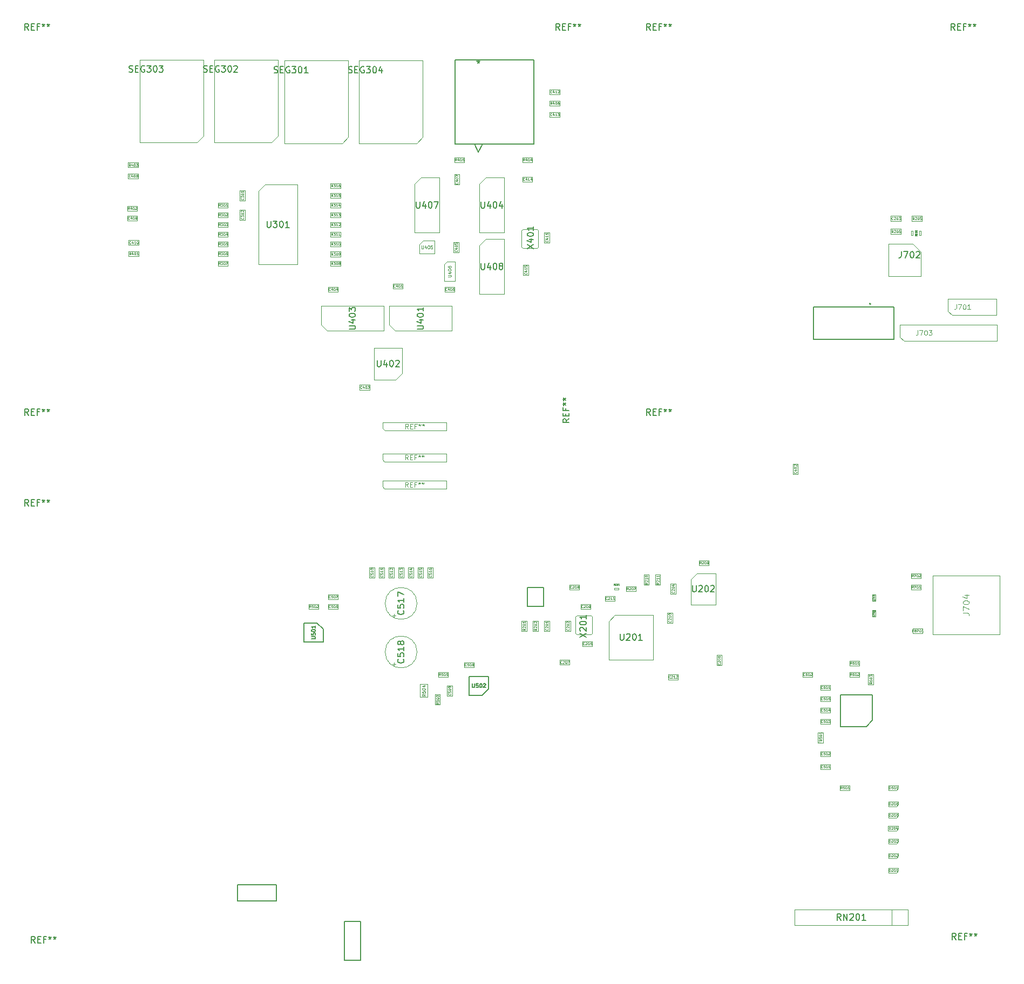
<source format=gbr>
%TF.GenerationSoftware,KiCad,Pcbnew,(5.1.7)-1*%
%TF.CreationDate,2020-10-22T13:49:28-07:00*%
%TF.ProjectId,ReflowOven,5265666c-6f77-44f7-9665-6e2e6b696361,rev?*%
%TF.SameCoordinates,Original*%
%TF.FileFunction,Other,Fab,Top*%
%FSLAX46Y46*%
G04 Gerber Fmt 4.6, Leading zero omitted, Abs format (unit mm)*
G04 Created by KiCad (PCBNEW (5.1.7)-1) date 2020-10-22 13:49:28*
%MOMM*%
%LPD*%
G01*
G04 APERTURE LIST*
%ADD10C,0.127000*%
%ADD11C,0.100000*%
%ADD12C,0.200000*%
%ADD13C,0.150000*%
%ADD14C,0.152400*%
%ADD15C,0.114000*%
%ADD16C,0.060000*%
%ADD17C,0.040000*%
%ADD18C,0.075000*%
%ADD19C,0.080000*%
G04 APERTURE END LIST*
D10*
%TO.C,SW201*%
X103104000Y-122658000D02*
X100604000Y-122658000D01*
X103104000Y-119658000D02*
X103104000Y-122658000D01*
X100604000Y-119658000D02*
X103104000Y-119658000D01*
X100604000Y-122658000D02*
X100604000Y-119658000D01*
D11*
%TO.C,X401*%
X99692000Y-66270000D02*
X99692000Y-63670000D01*
X99892000Y-63470000D02*
X102092000Y-63470000D01*
X102292000Y-63670000D02*
X102292000Y-66270000D01*
X99892000Y-66470000D02*
X99692000Y-66270000D01*
X102292000Y-66270000D02*
X102092000Y-66470000D01*
X102092000Y-63470000D02*
X102292000Y-63670000D01*
X102092000Y-66470000D02*
X99892000Y-66470000D01*
X99692000Y-63670000D02*
X99892000Y-63470000D01*
%TO.C,X201*%
X110743000Y-124259000D02*
X110743000Y-126859000D01*
X110543000Y-127059000D02*
X108343000Y-127059000D01*
X108143000Y-126859000D02*
X108143000Y-124259000D01*
X110543000Y-124059000D02*
X110743000Y-124259000D01*
X108143000Y-124259000D02*
X108343000Y-124059000D01*
X108343000Y-127059000D02*
X108143000Y-126859000D01*
X108343000Y-124059000D02*
X110543000Y-124059000D01*
X110743000Y-126859000D02*
X110543000Y-127059000D01*
D12*
%TO.C,J201*%
X154420000Y-75184000D02*
G75*
G03*
X154420000Y-75184000I-100000J0D01*
G01*
D10*
X158090000Y-75682000D02*
X158090000Y-80782000D01*
X145440000Y-75682000D02*
X158090000Y-75682000D01*
X145440000Y-80782000D02*
X145440000Y-75682000D01*
X158090000Y-80782000D02*
X145440000Y-80782000D01*
D11*
%TO.C,SEG304*%
X74184000Y-49981000D02*
X74184000Y-36981000D01*
X84184000Y-48981000D02*
X83184000Y-49981000D01*
X83184000Y-49981000D02*
X74184000Y-49981000D01*
X74184000Y-36981000D02*
X84184000Y-36981000D01*
X84184000Y-36981000D02*
X84184000Y-48981000D01*
%TO.C,SEG302*%
X51451000Y-49854000D02*
X51451000Y-36854000D01*
X61451000Y-48854000D02*
X60451000Y-49854000D01*
X60451000Y-49854000D02*
X51451000Y-49854000D01*
X51451000Y-36854000D02*
X61451000Y-36854000D01*
X61451000Y-36854000D02*
X61451000Y-48854000D01*
%TO.C,SEG301*%
X62500000Y-49981000D02*
X62500000Y-36981000D01*
X72500000Y-48981000D02*
X71500000Y-49981000D01*
X71500000Y-49981000D02*
X62500000Y-49981000D01*
X62500000Y-36981000D02*
X72500000Y-36981000D01*
X72500000Y-36981000D02*
X72500000Y-48981000D01*
%TO.C,SEG303*%
X39767000Y-49854000D02*
X39767000Y-36854000D01*
X49767000Y-48854000D02*
X48767000Y-49854000D01*
X48767000Y-49854000D02*
X39767000Y-49854000D01*
X39767000Y-36854000D02*
X49767000Y-36854000D01*
X49767000Y-36854000D02*
X49767000Y-48854000D01*
%TO.C,J703*%
X159639000Y-81026000D02*
X159004000Y-80391000D01*
X174244000Y-81026000D02*
X159639000Y-81026000D01*
X174244000Y-78486000D02*
X174244000Y-81026000D01*
X159004000Y-78486000D02*
X174244000Y-78486000D01*
X159004000Y-80391000D02*
X159004000Y-78486000D01*
%TO.C,J701*%
X167195500Y-76962000D02*
X166560500Y-76327000D01*
X174180500Y-76962000D02*
X167195500Y-76962000D01*
X174180500Y-74422000D02*
X174180500Y-76962000D01*
X166560500Y-74422000D02*
X174180500Y-74422000D01*
X166560500Y-76327000D02*
X166560500Y-74422000D01*
%TO.C,J702*%
X161036000Y-65722500D02*
X162306000Y-66992500D01*
X157226000Y-65722500D02*
X161036000Y-65722500D01*
X157226000Y-70802500D02*
X157226000Y-65722500D01*
X162306000Y-70802500D02*
X157226000Y-70802500D01*
X162306000Y-66992500D02*
X162306000Y-70802500D01*
%TO.C,REF\u002A\u002A*%
X78176500Y-104203500D02*
X77859000Y-103886000D01*
X87859000Y-104203500D02*
X78176500Y-104203500D01*
X87859000Y-102933500D02*
X87859000Y-104203500D01*
X77859000Y-102933500D02*
X87859000Y-102933500D01*
X77859000Y-103886000D02*
X77859000Y-102933500D01*
X78240000Y-95059500D02*
X77922500Y-94742000D01*
X87922500Y-95059500D02*
X78240000Y-95059500D01*
X87922500Y-93789500D02*
X87922500Y-95059500D01*
X77922500Y-93789500D02*
X87922500Y-93789500D01*
X77922500Y-94742000D02*
X77922500Y-93789500D01*
X78176500Y-99949000D02*
X77859000Y-99631500D01*
X87859000Y-99949000D02*
X78176500Y-99949000D01*
X87859000Y-98679000D02*
X87859000Y-99949000D01*
X77859000Y-98679000D02*
X87859000Y-98679000D01*
X77859000Y-99631500D02*
X77859000Y-98679000D01*
%TO.C,U201*%
X113340000Y-125008000D02*
X114340000Y-124008000D01*
X113340000Y-131008000D02*
X113340000Y-125008000D01*
X120340000Y-131008000D02*
X113340000Y-131008000D01*
X120340000Y-124008000D02*
X120340000Y-131008000D01*
X114340000Y-124008000D02*
X120340000Y-124008000D01*
%TO.C,D501*%
X157188000Y-150730000D02*
X157188000Y-151530000D01*
X158788000Y-150730000D02*
X157188000Y-150730000D01*
X158788000Y-151230000D02*
X158788000Y-150730000D01*
X158488000Y-151530000D02*
X158788000Y-151230000D01*
X157188000Y-151530000D02*
X158488000Y-151530000D01*
%TO.C,U702*%
X155190000Y-121585000D02*
X154690000Y-121585000D01*
X155190000Y-121685000D02*
X154690000Y-121685000D01*
X155190000Y-120785000D02*
X155190000Y-121785000D01*
X154690000Y-120785000D02*
X155190000Y-120785000D01*
X154690000Y-121785000D02*
X154690000Y-120785000D01*
X155190000Y-121785000D02*
X154690000Y-121785000D01*
%TO.C,U701*%
X154690000Y-123461500D02*
X155190000Y-123461500D01*
X154690000Y-123361500D02*
X155190000Y-123361500D01*
X154690000Y-124261500D02*
X154690000Y-123261500D01*
X155190000Y-124261500D02*
X154690000Y-124261500D01*
X155190000Y-123261500D02*
X155190000Y-124261500D01*
X154690000Y-123261500D02*
X155190000Y-123261500D01*
D13*
%TO.C,U601*%
X153713333Y-141505333D02*
X154713333Y-140505333D01*
X154713333Y-140505333D02*
X154713333Y-136505333D01*
X154713333Y-136505333D02*
X149713333Y-136505333D01*
X149713333Y-136505333D02*
X149713333Y-141505333D01*
X149713333Y-141505333D02*
X153713333Y-141505333D01*
%TO.C,U502*%
X94464000Y-135628000D02*
X93464000Y-136628000D01*
X94464000Y-133628000D02*
X94464000Y-135628000D01*
X91464000Y-133628000D02*
X94464000Y-133628000D01*
X91464000Y-136628000D02*
X91464000Y-133628000D01*
X93464000Y-136628000D02*
X91464000Y-136628000D01*
%TO.C,U501*%
X67556000Y-125246000D02*
X68556000Y-126246000D01*
X65556000Y-125246000D02*
X67556000Y-125246000D01*
X65556000Y-128246000D02*
X65556000Y-125246000D01*
X68556000Y-128246000D02*
X65556000Y-128246000D01*
X68556000Y-126246000D02*
X68556000Y-128246000D01*
D11*
%TO.C,U408*%
X93046000Y-65992000D02*
X94021000Y-65017000D01*
X93046000Y-73667000D02*
X93046000Y-65992000D01*
X96946000Y-73667000D02*
X93046000Y-73667000D01*
X96946000Y-65017000D02*
X96946000Y-73667000D01*
X94021000Y-65017000D02*
X96946000Y-65017000D01*
%TO.C,U407*%
X82886000Y-56340000D02*
X83861000Y-55365000D01*
X82886000Y-64015000D02*
X82886000Y-56340000D01*
X86786000Y-64015000D02*
X82886000Y-64015000D01*
X86786000Y-55365000D02*
X86786000Y-64015000D01*
X83861000Y-55365000D02*
X86786000Y-55365000D01*
%TO.C,U406*%
X89217000Y-68579000D02*
X89217000Y-71629000D01*
X89217000Y-71629000D02*
X87567000Y-71629000D01*
X87567000Y-69004000D02*
X87567000Y-71629000D01*
X89217000Y-68579000D02*
X87967000Y-68579000D01*
X87567000Y-69004000D02*
X87967000Y-68579000D01*
%TO.C,U405*%
X85986000Y-65294000D02*
X85986000Y-67294000D01*
X85986000Y-67294000D02*
X83686000Y-67294000D01*
X83686000Y-67294000D02*
X83686000Y-65844000D01*
X84236000Y-65294000D02*
X85986000Y-65294000D01*
X84236000Y-65294000D02*
X83686000Y-65844000D01*
%TO.C,U404*%
X93046000Y-56340000D02*
X94021000Y-55365000D01*
X93046000Y-64015000D02*
X93046000Y-56340000D01*
X96946000Y-64015000D02*
X93046000Y-64015000D01*
X96946000Y-55365000D02*
X96946000Y-64015000D01*
X94021000Y-55365000D02*
X96946000Y-55365000D01*
%TO.C,U403*%
X69177000Y-79420000D02*
X68202000Y-78445000D01*
X78102000Y-79420000D02*
X69177000Y-79420000D01*
X78102000Y-75520000D02*
X78102000Y-79420000D01*
X68202000Y-75520000D02*
X78102000Y-75520000D01*
X68202000Y-78445000D02*
X68202000Y-75520000D01*
%TO.C,U402*%
X80940000Y-86082000D02*
X79940000Y-87082000D01*
X80940000Y-82082000D02*
X80940000Y-86082000D01*
X76540000Y-82082000D02*
X80940000Y-82082000D01*
X76540000Y-87082000D02*
X76540000Y-82082000D01*
X79940000Y-87082000D02*
X76540000Y-87082000D01*
%TO.C,U401*%
X79845000Y-79420000D02*
X78870000Y-78445000D01*
X88770000Y-79420000D02*
X79845000Y-79420000D01*
X88770000Y-75520000D02*
X88770000Y-79420000D01*
X78870000Y-75520000D02*
X88770000Y-75520000D01*
X78870000Y-78445000D02*
X78870000Y-75520000D01*
%TO.C,U301*%
X58418000Y-57488000D02*
X59418000Y-56488000D01*
X58418000Y-68988000D02*
X58418000Y-57488000D01*
X64518000Y-68988000D02*
X58418000Y-68988000D01*
X64518000Y-56488000D02*
X64518000Y-68988000D01*
X59418000Y-56488000D02*
X64518000Y-56488000D01*
%TO.C,U202*%
X126214000Y-118451000D02*
X127189000Y-117476000D01*
X126214000Y-122376000D02*
X126214000Y-118451000D01*
X130114000Y-122376000D02*
X126214000Y-122376000D01*
X130114000Y-117476000D02*
X130114000Y-122376000D01*
X127189000Y-117476000D02*
X130114000Y-117476000D01*
D14*
%TO.C,SW404*%
X93533892Y-50107304D02*
X92898892Y-51377304D01*
X92263892Y-50107304D02*
X92898892Y-51377304D01*
X89201292Y-50107304D02*
X101596492Y-50107304D01*
X101596492Y-50107304D02*
X101596492Y-36899304D01*
X101596492Y-36899304D02*
X89201292Y-36899304D01*
X89201292Y-36899304D02*
X89201292Y-50107304D01*
D11*
%TO.C,RN201*%
X157734000Y-172700000D02*
X157734000Y-170200000D01*
X142474000Y-172700000D02*
X160294000Y-172700000D01*
X142474000Y-170200000D02*
X142474000Y-172700000D01*
X160294000Y-170200000D02*
X142474000Y-170200000D01*
X160294000Y-172700000D02*
X160294000Y-170200000D01*
%TO.C,R702*%
X160744000Y-117456000D02*
X162344000Y-117456000D01*
X160744000Y-118256000D02*
X160744000Y-117456000D01*
X162344000Y-118256000D02*
X160744000Y-118256000D01*
X162344000Y-117456000D02*
X162344000Y-118256000D01*
%TO.C,R701*%
X162344000Y-120034000D02*
X160744000Y-120034000D01*
X162344000Y-119234000D02*
X162344000Y-120034000D01*
X160744000Y-119234000D02*
X162344000Y-119234000D01*
X160744000Y-120034000D02*
X160744000Y-119234000D01*
%TO.C,R603*%
X154832000Y-133312000D02*
X154832000Y-134912000D01*
X154032000Y-133312000D02*
X154832000Y-133312000D01*
X154032000Y-134912000D02*
X154032000Y-133312000D01*
X154832000Y-134912000D02*
X154032000Y-134912000D01*
%TO.C,R602*%
X152692000Y-133750000D02*
X151092000Y-133750000D01*
X152692000Y-132950000D02*
X152692000Y-133750000D01*
X151092000Y-132950000D02*
X152692000Y-132950000D01*
X151092000Y-133750000D02*
X151092000Y-132950000D01*
%TO.C,R601*%
X152692000Y-131972000D02*
X151092000Y-131972000D01*
X152692000Y-131172000D02*
X152692000Y-131972000D01*
X151092000Y-131172000D02*
X152692000Y-131172000D01*
X151092000Y-131972000D02*
X151092000Y-131172000D01*
%TO.C,R505*%
X86576000Y-132950000D02*
X88176000Y-132950000D01*
X86576000Y-133750000D02*
X86576000Y-132950000D01*
X88176000Y-133750000D02*
X86576000Y-133750000D01*
X88176000Y-132950000D02*
X88176000Y-133750000D01*
%TO.C,R504*%
X83728000Y-136890000D02*
X83728000Y-134890000D01*
X84928000Y-136890000D02*
X83728000Y-136890000D01*
X84928000Y-134890000D02*
X84928000Y-136890000D01*
X83728000Y-134890000D02*
X84928000Y-134890000D01*
%TO.C,R503*%
X86887000Y-136487000D02*
X86887000Y-138087000D01*
X86087000Y-136487000D02*
X86887000Y-136487000D01*
X86087000Y-138087000D02*
X86087000Y-136487000D01*
X86887000Y-138087000D02*
X86087000Y-138087000D01*
%TO.C,R502*%
X67856000Y-123082000D02*
X66256000Y-123082000D01*
X67856000Y-122282000D02*
X67856000Y-123082000D01*
X66256000Y-122282000D02*
X67856000Y-122282000D01*
X66256000Y-123082000D02*
X66256000Y-122282000D01*
%TO.C,R501*%
X151168000Y-151530000D02*
X149568000Y-151530000D01*
X151168000Y-150730000D02*
X151168000Y-151530000D01*
X149568000Y-150730000D02*
X151168000Y-150730000D01*
X149568000Y-151530000D02*
X149568000Y-150730000D01*
%TO.C,R406*%
X105670000Y-44086000D02*
X104070000Y-44086000D01*
X105670000Y-43286000D02*
X105670000Y-44086000D01*
X104070000Y-43286000D02*
X105670000Y-43286000D01*
X104070000Y-44086000D02*
X104070000Y-43286000D01*
%TO.C,R405*%
X90716000Y-52978000D02*
X89116000Y-52978000D01*
X90716000Y-52178000D02*
X90716000Y-52978000D01*
X89116000Y-52178000D02*
X90716000Y-52178000D01*
X89116000Y-52978000D02*
X89116000Y-52178000D01*
%TO.C,R404*%
X99784000Y-52178000D02*
X101384000Y-52178000D01*
X99784000Y-52978000D02*
X99784000Y-52178000D01*
X101384000Y-52978000D02*
X99784000Y-52978000D01*
X101384000Y-52178000D02*
X101384000Y-52978000D01*
%TO.C,R403*%
X39556000Y-53776000D02*
X37956000Y-53776000D01*
X39556000Y-52976000D02*
X39556000Y-53776000D01*
X37956000Y-52976000D02*
X39556000Y-52976000D01*
X37956000Y-53776000D02*
X37956000Y-52976000D01*
%TO.C,R402*%
X39408000Y-60598000D02*
X37808000Y-60598000D01*
X39408000Y-59798000D02*
X39408000Y-60598000D01*
X37808000Y-59798000D02*
X39408000Y-59798000D01*
X37808000Y-60598000D02*
X37808000Y-59798000D01*
%TO.C,R401*%
X39630000Y-67710000D02*
X38030000Y-67710000D01*
X39630000Y-66910000D02*
X39630000Y-67710000D01*
X38030000Y-66910000D02*
X39630000Y-66910000D01*
X38030000Y-67710000D02*
X38030000Y-66910000D01*
%TO.C,R316*%
X69685000Y-56242000D02*
X71285000Y-56242000D01*
X69685000Y-57042000D02*
X69685000Y-56242000D01*
X71285000Y-57042000D02*
X69685000Y-57042000D01*
X71285000Y-56242000D02*
X71285000Y-57042000D01*
%TO.C,R315*%
X69685000Y-57766000D02*
X71285000Y-57766000D01*
X69685000Y-58566000D02*
X69685000Y-57766000D01*
X71285000Y-58566000D02*
X69685000Y-58566000D01*
X71285000Y-57766000D02*
X71285000Y-58566000D01*
%TO.C,R314*%
X69685000Y-59290000D02*
X71285000Y-59290000D01*
X69685000Y-60090000D02*
X69685000Y-59290000D01*
X71285000Y-60090000D02*
X69685000Y-60090000D01*
X71285000Y-59290000D02*
X71285000Y-60090000D01*
%TO.C,R313*%
X69685000Y-60814000D02*
X71285000Y-60814000D01*
X69685000Y-61614000D02*
X69685000Y-60814000D01*
X71285000Y-61614000D02*
X69685000Y-61614000D01*
X71285000Y-60814000D02*
X71285000Y-61614000D01*
%TO.C,R312*%
X69685000Y-62338000D02*
X71285000Y-62338000D01*
X69685000Y-63138000D02*
X69685000Y-62338000D01*
X71285000Y-63138000D02*
X69685000Y-63138000D01*
X71285000Y-62338000D02*
X71285000Y-63138000D01*
%TO.C,R311*%
X69685000Y-63862000D02*
X71285000Y-63862000D01*
X69685000Y-64662000D02*
X69685000Y-63862000D01*
X71285000Y-64662000D02*
X69685000Y-64662000D01*
X71285000Y-63862000D02*
X71285000Y-64662000D01*
%TO.C,R310*%
X69685000Y-65386000D02*
X71285000Y-65386000D01*
X69685000Y-66186000D02*
X69685000Y-65386000D01*
X71285000Y-66186000D02*
X69685000Y-66186000D01*
X71285000Y-65386000D02*
X71285000Y-66186000D01*
%TO.C,R309*%
X69685000Y-66960800D02*
X71285000Y-66960800D01*
X69685000Y-67760800D02*
X69685000Y-66960800D01*
X71285000Y-67760800D02*
X69685000Y-67760800D01*
X71285000Y-66960800D02*
X71285000Y-67760800D01*
%TO.C,R308*%
X69685000Y-68434000D02*
X71285000Y-68434000D01*
X69685000Y-69234000D02*
X69685000Y-68434000D01*
X71285000Y-69234000D02*
X69685000Y-69234000D01*
X71285000Y-68434000D02*
X71285000Y-69234000D01*
%TO.C,R307*%
X53632000Y-69234000D02*
X52032000Y-69234000D01*
X53632000Y-68434000D02*
X53632000Y-69234000D01*
X52032000Y-68434000D02*
X53632000Y-68434000D01*
X52032000Y-69234000D02*
X52032000Y-68434000D01*
%TO.C,R306*%
X53632000Y-67710000D02*
X52032000Y-67710000D01*
X53632000Y-66910000D02*
X53632000Y-67710000D01*
X52032000Y-66910000D02*
X53632000Y-66910000D01*
X52032000Y-67710000D02*
X52032000Y-66910000D01*
%TO.C,R305*%
X53632000Y-66186000D02*
X52032000Y-66186000D01*
X53632000Y-65386000D02*
X53632000Y-66186000D01*
X52032000Y-65386000D02*
X53632000Y-65386000D01*
X52032000Y-66186000D02*
X52032000Y-65386000D01*
%TO.C,R304*%
X53632000Y-64662000D02*
X52032000Y-64662000D01*
X53632000Y-63862000D02*
X53632000Y-64662000D01*
X52032000Y-63862000D02*
X53632000Y-63862000D01*
X52032000Y-64662000D02*
X52032000Y-63862000D01*
%TO.C,R303*%
X53632000Y-63138000D02*
X52032000Y-63138000D01*
X53632000Y-62338000D02*
X53632000Y-63138000D01*
X52032000Y-62338000D02*
X53632000Y-62338000D01*
X52032000Y-63138000D02*
X52032000Y-62338000D01*
%TO.C,R302*%
X53632000Y-61614000D02*
X52032000Y-61614000D01*
X53632000Y-60814000D02*
X53632000Y-61614000D01*
X52032000Y-60814000D02*
X53632000Y-60814000D01*
X52032000Y-61614000D02*
X52032000Y-60814000D01*
%TO.C,R301*%
X53632000Y-60090000D02*
X52032000Y-60090000D01*
X53632000Y-59290000D02*
X53632000Y-60090000D01*
X52032000Y-59290000D02*
X53632000Y-59290000D01*
X52032000Y-60090000D02*
X52032000Y-59290000D01*
%TO.C,R211*%
X120631000Y-119291000D02*
X120631000Y-117691000D01*
X121431000Y-119291000D02*
X120631000Y-119291000D01*
X121431000Y-117691000D02*
X121431000Y-119291000D01*
X120631000Y-117691000D02*
X121431000Y-117691000D01*
%TO.C,R210*%
X119653000Y-117691000D02*
X119653000Y-119291000D01*
X118853000Y-117691000D02*
X119653000Y-117691000D01*
X118853000Y-119291000D02*
X118853000Y-117691000D01*
X119653000Y-119291000D02*
X118853000Y-119291000D01*
%TO.C,R209*%
X127470000Y-115424000D02*
X129070000Y-115424000D01*
X127470000Y-116224000D02*
X127470000Y-115424000D01*
X129070000Y-116224000D02*
X127470000Y-116224000D01*
X129070000Y-115424000D02*
X129070000Y-116224000D01*
%TO.C,R208*%
X160759000Y-64371500D02*
X160759000Y-63771500D01*
X161059000Y-64371500D02*
X160759000Y-64371500D01*
X161059000Y-63771500D02*
X161059000Y-64371500D01*
X160759000Y-63771500D02*
X161059000Y-63771500D01*
%TO.C,R207*%
X117640000Y-120288000D02*
X116040000Y-120288000D01*
X117640000Y-119488000D02*
X117640000Y-120288000D01*
X116040000Y-119488000D02*
X117640000Y-119488000D01*
X116040000Y-120288000D02*
X116040000Y-119488000D01*
%TO.C,R206*%
X157569000Y-63417500D02*
X159169000Y-63417500D01*
X157569000Y-64217500D02*
X157569000Y-63417500D01*
X159169000Y-64217500D02*
X157569000Y-64217500D01*
X159169000Y-63417500D02*
X159169000Y-64217500D01*
%TO.C,R205*%
X162471000Y-62185500D02*
X160871000Y-62185500D01*
X162471000Y-61385500D02*
X162471000Y-62185500D01*
X160871000Y-61385500D02*
X162471000Y-61385500D01*
X160871000Y-62185500D02*
X160871000Y-61385500D01*
%TO.C,R204*%
X114854000Y-120038000D02*
X114254000Y-120038000D01*
X114854000Y-119738000D02*
X114854000Y-120038000D01*
X114254000Y-119738000D02*
X114854000Y-119738000D01*
X114254000Y-120038000D02*
X114254000Y-119738000D01*
%TO.C,R203*%
X162329000Y-63771500D02*
X162329000Y-64371500D01*
X162029000Y-63771500D02*
X162329000Y-63771500D01*
X162029000Y-64371500D02*
X162029000Y-63771500D01*
X162329000Y-64371500D02*
X162029000Y-64371500D01*
%TO.C,R202*%
X102254000Y-124930000D02*
X102254000Y-126530000D01*
X101454000Y-124930000D02*
X102254000Y-124930000D01*
X101454000Y-126530000D02*
X101454000Y-124930000D01*
X102254000Y-126530000D02*
X101454000Y-126530000D01*
%TO.C,R201*%
X100476000Y-124930000D02*
X100476000Y-126530000D01*
X99676000Y-124930000D02*
X100476000Y-124930000D01*
X99676000Y-126530000D02*
X99676000Y-124930000D01*
X100476000Y-126530000D02*
X99676000Y-126530000D01*
%TO.C,J704*%
X174648000Y-127028000D02*
X164198000Y-127028000D01*
X164198000Y-127028000D02*
X164198000Y-117828000D01*
X174648000Y-127028000D02*
X174648000Y-117828000D01*
X174648000Y-117828000D02*
X164198000Y-117828000D01*
%TO.C,FB701*%
X162598000Y-126892000D02*
X160998000Y-126892000D01*
X162598000Y-126092000D02*
X162598000Y-126892000D01*
X160998000Y-126092000D02*
X162598000Y-126092000D01*
X160998000Y-126892000D02*
X160998000Y-126092000D01*
%TO.C,FB501*%
X146158000Y-144056000D02*
X146158000Y-142456000D01*
X146958000Y-144056000D02*
X146158000Y-144056000D01*
X146958000Y-142456000D02*
X146958000Y-144056000D01*
X146158000Y-142456000D02*
X146958000Y-142456000D01*
D10*
%TO.C,F502*%
X74422000Y-172083000D02*
X74422000Y-178183000D01*
X71882000Y-172083000D02*
X74422000Y-172083000D01*
X71882000Y-178183000D02*
X71882000Y-172083000D01*
X74422000Y-178183000D02*
X71882000Y-178183000D01*
%TO.C,F501*%
X55116000Y-166370000D02*
X61216000Y-166370000D01*
X55116000Y-168910000D02*
X55116000Y-166370000D01*
X61216000Y-168910000D02*
X55116000Y-168910000D01*
X61216000Y-166370000D02*
X61216000Y-168910000D01*
D11*
%TO.C,D206*%
X157188000Y-153270000D02*
X157188000Y-154070000D01*
X158788000Y-153270000D02*
X157188000Y-153270000D01*
X158788000Y-153770000D02*
X158788000Y-153270000D01*
X158488000Y-154070000D02*
X158788000Y-153770000D01*
X157188000Y-154070000D02*
X158488000Y-154070000D01*
%TO.C,D205*%
X157188000Y-155048000D02*
X157188000Y-155848000D01*
X158788000Y-155048000D02*
X157188000Y-155048000D01*
X158788000Y-155548000D02*
X158788000Y-155048000D01*
X158488000Y-155848000D02*
X158788000Y-155548000D01*
X157188000Y-155848000D02*
X158488000Y-155848000D01*
%TO.C,D204*%
X157162500Y-157080000D02*
X157162500Y-157880000D01*
X158762500Y-157080000D02*
X157162500Y-157080000D01*
X158762500Y-157580000D02*
X158762500Y-157080000D01*
X158462500Y-157880000D02*
X158762500Y-157580000D01*
X157162500Y-157880000D02*
X158462500Y-157880000D01*
%TO.C,D203*%
X157188000Y-159112000D02*
X157188000Y-159912000D01*
X158788000Y-159112000D02*
X157188000Y-159112000D01*
X158788000Y-159612000D02*
X158788000Y-159112000D01*
X158488000Y-159912000D02*
X158788000Y-159612000D01*
X157188000Y-159912000D02*
X158488000Y-159912000D01*
%TO.C,D202*%
X157188000Y-161398000D02*
X157188000Y-162198000D01*
X158788000Y-161398000D02*
X157188000Y-161398000D01*
X158788000Y-161898000D02*
X158788000Y-161398000D01*
X158488000Y-162198000D02*
X158788000Y-161898000D01*
X157188000Y-162198000D02*
X158488000Y-162198000D01*
%TO.C,D201*%
X157188000Y-163684000D02*
X157188000Y-164484000D01*
X158788000Y-163684000D02*
X157188000Y-163684000D01*
X158788000Y-164184000D02*
X158788000Y-163684000D01*
X158488000Y-164484000D02*
X158788000Y-164184000D01*
X157188000Y-164484000D02*
X158488000Y-164484000D01*
%TO.C,C602*%
X145326000Y-133750000D02*
X143726000Y-133750000D01*
X145326000Y-132950000D02*
X145326000Y-133750000D01*
X143726000Y-132950000D02*
X145326000Y-132950000D01*
X143726000Y-133750000D02*
X143726000Y-132950000D01*
%TO.C,C601*%
X146520000Y-134982000D02*
X148120000Y-134982000D01*
X146520000Y-135782000D02*
X146520000Y-134982000D01*
X148120000Y-135782000D02*
X146520000Y-135782000D01*
X148120000Y-134982000D02*
X148120000Y-135782000D01*
%TO.C,C518*%
X79434500Y-131693605D02*
X79934500Y-131693605D01*
X79684500Y-131943605D02*
X79684500Y-131443605D01*
X83272000Y-129810000D02*
G75*
G03*
X83272000Y-129810000I-2500000J0D01*
G01*
%TO.C,C517*%
X79434500Y-124073605D02*
X79934500Y-124073605D01*
X79684500Y-124323605D02*
X79684500Y-123823605D01*
X83272000Y-122190000D02*
G75*
G03*
X83272000Y-122190000I-2500000J0D01*
G01*
%TO.C,C516*%
X85744000Y-116548000D02*
X85744000Y-118148000D01*
X84944000Y-116548000D02*
X85744000Y-116548000D01*
X84944000Y-118148000D02*
X84944000Y-116548000D01*
X85744000Y-118148000D02*
X84944000Y-118148000D01*
%TO.C,C515*%
X84220000Y-116548000D02*
X84220000Y-118148000D01*
X83420000Y-116548000D02*
X84220000Y-116548000D01*
X83420000Y-118148000D02*
X83420000Y-116548000D01*
X84220000Y-118148000D02*
X83420000Y-118148000D01*
%TO.C,C514*%
X82696000Y-116548000D02*
X82696000Y-118148000D01*
X81896000Y-116548000D02*
X82696000Y-116548000D01*
X81896000Y-118148000D02*
X81896000Y-116548000D01*
X82696000Y-118148000D02*
X81896000Y-118148000D01*
%TO.C,C513*%
X81172000Y-116548000D02*
X81172000Y-118148000D01*
X80372000Y-116548000D02*
X81172000Y-116548000D01*
X80372000Y-118148000D02*
X80372000Y-116548000D01*
X81172000Y-118148000D02*
X80372000Y-118148000D01*
%TO.C,C512*%
X79648000Y-116548000D02*
X79648000Y-118148000D01*
X78848000Y-116548000D02*
X79648000Y-116548000D01*
X78848000Y-118148000D02*
X78848000Y-116548000D01*
X79648000Y-118148000D02*
X78848000Y-118148000D01*
%TO.C,C511*%
X78124000Y-116548000D02*
X78124000Y-118148000D01*
X77324000Y-116548000D02*
X78124000Y-116548000D01*
X77324000Y-118148000D02*
X77324000Y-116548000D01*
X78124000Y-118148000D02*
X77324000Y-118148000D01*
%TO.C,C510*%
X76600000Y-116548000D02*
X76600000Y-118148000D01*
X75800000Y-116548000D02*
X76600000Y-116548000D01*
X75800000Y-118148000D02*
X75800000Y-116548000D01*
X76600000Y-118148000D02*
X75800000Y-118148000D01*
%TO.C,C509*%
X87992000Y-136690000D02*
X87992000Y-135090000D01*
X88792000Y-136690000D02*
X87992000Y-136690000D01*
X88792000Y-135090000D02*
X88792000Y-136690000D01*
X87992000Y-135090000D02*
X88792000Y-135090000D01*
%TO.C,C508*%
X90640000Y-131426000D02*
X92240000Y-131426000D01*
X90640000Y-132226000D02*
X90640000Y-131426000D01*
X92240000Y-132226000D02*
X90640000Y-132226000D01*
X92240000Y-131426000D02*
X92240000Y-132226000D01*
%TO.C,C507*%
X69304000Y-120758000D02*
X70904000Y-120758000D01*
X69304000Y-121558000D02*
X69304000Y-120758000D01*
X70904000Y-121558000D02*
X69304000Y-121558000D01*
X70904000Y-120758000D02*
X70904000Y-121558000D01*
%TO.C,C506*%
X69304000Y-122282000D02*
X70904000Y-122282000D01*
X69304000Y-123082000D02*
X69304000Y-122282000D01*
X70904000Y-123082000D02*
X69304000Y-123082000D01*
X70904000Y-122282000D02*
X70904000Y-123082000D01*
%TO.C,C505*%
X148120000Y-137560000D02*
X146520000Y-137560000D01*
X148120000Y-136760000D02*
X148120000Y-137560000D01*
X146520000Y-136760000D02*
X148120000Y-136760000D01*
X146520000Y-137560000D02*
X146520000Y-136760000D01*
%TO.C,C504*%
X148120000Y-139338000D02*
X146520000Y-139338000D01*
X148120000Y-138538000D02*
X148120000Y-139338000D01*
X146520000Y-138538000D02*
X148120000Y-138538000D01*
X146520000Y-139338000D02*
X146520000Y-138538000D01*
%TO.C,C503*%
X148120000Y-141116000D02*
X146520000Y-141116000D01*
X148120000Y-140316000D02*
X148120000Y-141116000D01*
X146520000Y-140316000D02*
X148120000Y-140316000D01*
X146520000Y-141116000D02*
X146520000Y-140316000D01*
%TO.C,C502*%
X148120000Y-146196000D02*
X146520000Y-146196000D01*
X148120000Y-145396000D02*
X148120000Y-146196000D01*
X146520000Y-145396000D02*
X148120000Y-145396000D01*
X146520000Y-146196000D02*
X146520000Y-145396000D01*
%TO.C,C501*%
X148120000Y-148228000D02*
X146520000Y-148228000D01*
X148120000Y-147428000D02*
X148120000Y-148228000D01*
X146520000Y-147428000D02*
X148120000Y-147428000D01*
X146520000Y-148228000D02*
X146520000Y-147428000D01*
%TO.C,C415*%
X99930000Y-70650000D02*
X99930000Y-69050000D01*
X100730000Y-70650000D02*
X99930000Y-70650000D01*
X100730000Y-69050000D02*
X100730000Y-70650000D01*
X99930000Y-69050000D02*
X100730000Y-69050000D01*
%TO.C,C414*%
X101384000Y-56026000D02*
X99784000Y-56026000D01*
X101384000Y-55226000D02*
X101384000Y-56026000D01*
X99784000Y-55226000D02*
X101384000Y-55226000D01*
X99784000Y-56026000D02*
X99784000Y-55226000D01*
%TO.C,C413*%
X105676500Y-45866000D02*
X104076500Y-45866000D01*
X105676500Y-45066000D02*
X105676500Y-45866000D01*
X104076500Y-45066000D02*
X105676500Y-45066000D01*
X104076500Y-45866000D02*
X104076500Y-45066000D01*
%TO.C,C412*%
X105670000Y-42310000D02*
X104070000Y-42310000D01*
X105670000Y-41510000D02*
X105670000Y-42310000D01*
X104070000Y-41510000D02*
X105670000Y-41510000D01*
X104070000Y-42310000D02*
X104070000Y-41510000D01*
%TO.C,C411*%
X104032000Y-63970000D02*
X104032000Y-65570000D01*
X103232000Y-63970000D02*
X104032000Y-63970000D01*
X103232000Y-65570000D02*
X103232000Y-63970000D01*
X104032000Y-65570000D02*
X103232000Y-65570000D01*
%TO.C,C410*%
X39630000Y-65960000D02*
X38030000Y-65960000D01*
X39630000Y-65160000D02*
X39630000Y-65960000D01*
X38030000Y-65160000D02*
X39630000Y-65160000D01*
X38030000Y-65960000D02*
X38030000Y-65160000D01*
%TO.C,C409*%
X39408000Y-62122000D02*
X37808000Y-62122000D01*
X39408000Y-61322000D02*
X39408000Y-62122000D01*
X37808000Y-61322000D02*
X39408000Y-61322000D01*
X37808000Y-62122000D02*
X37808000Y-61322000D01*
%TO.C,C408*%
X39556000Y-55518000D02*
X37956000Y-55518000D01*
X39556000Y-54718000D02*
X39556000Y-55518000D01*
X37956000Y-54718000D02*
X39556000Y-54718000D01*
X37956000Y-55518000D02*
X37956000Y-54718000D01*
%TO.C,C407*%
X89909600Y-54876800D02*
X89909600Y-56476800D01*
X89109600Y-54876800D02*
X89909600Y-54876800D01*
X89109600Y-56476800D02*
X89109600Y-54876800D01*
X89909600Y-56476800D02*
X89109600Y-56476800D01*
%TO.C,C406*%
X89192000Y-73298000D02*
X87592000Y-73298000D01*
X89192000Y-72498000D02*
X89192000Y-73298000D01*
X87592000Y-72498000D02*
X89192000Y-72498000D01*
X87592000Y-73298000D02*
X87592000Y-72498000D01*
%TO.C,C405*%
X89808000Y-65494000D02*
X89808000Y-67094000D01*
X89008000Y-65494000D02*
X89808000Y-65494000D01*
X89008000Y-67094000D02*
X89008000Y-65494000D01*
X89808000Y-67094000D02*
X89008000Y-67094000D01*
%TO.C,C404*%
X70904000Y-73298000D02*
X69304000Y-73298000D01*
X70904000Y-72498000D02*
X70904000Y-73298000D01*
X69304000Y-72498000D02*
X70904000Y-72498000D01*
X69304000Y-73298000D02*
X69304000Y-72498000D01*
%TO.C,C403*%
X75857000Y-88665000D02*
X74257000Y-88665000D01*
X75857000Y-87865000D02*
X75857000Y-88665000D01*
X74257000Y-87865000D02*
X75857000Y-87865000D01*
X74257000Y-88665000D02*
X74257000Y-87865000D01*
%TO.C,C402*%
X143021000Y-100292000D02*
X143021000Y-101892000D01*
X142221000Y-100292000D02*
X143021000Y-100292000D01*
X142221000Y-101892000D02*
X142221000Y-100292000D01*
X143021000Y-101892000D02*
X142221000Y-101892000D01*
%TO.C,C401*%
X81064000Y-72790000D02*
X79464000Y-72790000D01*
X81064000Y-71990000D02*
X81064000Y-72790000D01*
X79464000Y-71990000D02*
X81064000Y-71990000D01*
X79464000Y-72790000D02*
X79464000Y-71990000D01*
%TO.C,C302*%
X55480000Y-62014000D02*
X55480000Y-60414000D01*
X56280000Y-62014000D02*
X55480000Y-62014000D01*
X56280000Y-60414000D02*
X56280000Y-62014000D01*
X55480000Y-60414000D02*
X56280000Y-60414000D01*
%TO.C,C301*%
X56280000Y-57366000D02*
X56280000Y-58966000D01*
X55480000Y-57366000D02*
X56280000Y-57366000D01*
X55480000Y-58966000D02*
X55480000Y-57366000D01*
X56280000Y-58966000D02*
X55480000Y-58966000D01*
%TO.C,C212*%
X122644000Y-133331000D02*
X124244000Y-133331000D01*
X122644000Y-134131000D02*
X122644000Y-133331000D01*
X124244000Y-134131000D02*
X122644000Y-134131000D01*
X124244000Y-133331000D02*
X124244000Y-134131000D01*
%TO.C,C211*%
X112738000Y-121012000D02*
X114338000Y-121012000D01*
X112738000Y-121812000D02*
X112738000Y-121012000D01*
X114338000Y-121812000D02*
X112738000Y-121812000D01*
X114338000Y-121012000D02*
X114338000Y-121812000D01*
%TO.C,C210*%
X123336000Y-123660000D02*
X123336000Y-125260000D01*
X122536000Y-123660000D02*
X123336000Y-123660000D01*
X122536000Y-125260000D02*
X122536000Y-123660000D01*
X123336000Y-125260000D02*
X122536000Y-125260000D01*
%TO.C,C209*%
X108928000Y-122282000D02*
X110528000Y-122282000D01*
X108928000Y-123082000D02*
X108928000Y-122282000D01*
X110528000Y-123082000D02*
X108928000Y-123082000D01*
X110528000Y-122282000D02*
X110528000Y-123082000D01*
%TO.C,C208*%
X108750000Y-120034000D02*
X107150000Y-120034000D01*
X108750000Y-119234000D02*
X108750000Y-120034000D01*
X107150000Y-119234000D02*
X108750000Y-119234000D01*
X107150000Y-120034000D02*
X107150000Y-119234000D01*
%TO.C,C207*%
X105626000Y-131019600D02*
X107226000Y-131019600D01*
X105626000Y-131819600D02*
X105626000Y-131019600D01*
X107226000Y-131819600D02*
X105626000Y-131819600D01*
X107226000Y-131019600D02*
X107226000Y-131819600D01*
%TO.C,C206*%
X131057600Y-130314800D02*
X131057600Y-131914800D01*
X130257600Y-130314800D02*
X131057600Y-130314800D01*
X130257600Y-131914800D02*
X130257600Y-130314800D01*
X131057600Y-131914800D02*
X130257600Y-131914800D01*
%TO.C,C205*%
X109182000Y-128124000D02*
X110782000Y-128124000D01*
X109182000Y-128924000D02*
X109182000Y-128124000D01*
X110782000Y-128924000D02*
X109182000Y-128924000D01*
X110782000Y-128124000D02*
X110782000Y-128924000D01*
%TO.C,C204*%
X123844000Y-119088000D02*
X123844000Y-120688000D01*
X123044000Y-119088000D02*
X123844000Y-119088000D01*
X123044000Y-120688000D02*
X123044000Y-119088000D01*
X123844000Y-120688000D02*
X123044000Y-120688000D01*
%TO.C,C203*%
X159169000Y-62185500D02*
X157569000Y-62185500D01*
X159169000Y-61385500D02*
X159169000Y-62185500D01*
X157569000Y-61385500D02*
X159169000Y-61385500D01*
X157569000Y-62185500D02*
X157569000Y-61385500D01*
%TO.C,C202*%
X106534000Y-126530000D02*
X106534000Y-124930000D01*
X107334000Y-126530000D02*
X106534000Y-126530000D01*
X107334000Y-124930000D02*
X107334000Y-126530000D01*
X106534000Y-124930000D02*
X107334000Y-124930000D01*
%TO.C,C201*%
X103232000Y-126530000D02*
X103232000Y-124930000D01*
X104032000Y-126530000D02*
X103232000Y-126530000D01*
X104032000Y-124930000D02*
X104032000Y-126530000D01*
X103232000Y-124930000D02*
X104032000Y-124930000D01*
%TD*%
%TO.C,X401*%
D13*
X100544380Y-66531904D02*
X101544380Y-65865238D01*
X100544380Y-65865238D02*
X101544380Y-66531904D01*
X100877714Y-65055714D02*
X101544380Y-65055714D01*
X100496761Y-65293809D02*
X101211047Y-65531904D01*
X101211047Y-64912857D01*
X100544380Y-64341428D02*
X100544380Y-64246190D01*
X100592000Y-64150952D01*
X100639619Y-64103333D01*
X100734857Y-64055714D01*
X100925333Y-64008095D01*
X101163428Y-64008095D01*
X101353904Y-64055714D01*
X101449142Y-64103333D01*
X101496761Y-64150952D01*
X101544380Y-64246190D01*
X101544380Y-64341428D01*
X101496761Y-64436666D01*
X101449142Y-64484285D01*
X101353904Y-64531904D01*
X101163428Y-64579523D01*
X100925333Y-64579523D01*
X100734857Y-64531904D01*
X100639619Y-64484285D01*
X100592000Y-64436666D01*
X100544380Y-64341428D01*
X101544380Y-63055714D02*
X101544380Y-63627142D01*
X101544380Y-63341428D02*
X100544380Y-63341428D01*
X100687238Y-63436666D01*
X100782476Y-63531904D01*
X100830095Y-63627142D01*
%TO.C,X201*%
X108795380Y-127520904D02*
X109795380Y-126854238D01*
X108795380Y-126854238D02*
X109795380Y-127520904D01*
X108890619Y-126520904D02*
X108843000Y-126473285D01*
X108795380Y-126378047D01*
X108795380Y-126139952D01*
X108843000Y-126044714D01*
X108890619Y-125997095D01*
X108985857Y-125949476D01*
X109081095Y-125949476D01*
X109223952Y-125997095D01*
X109795380Y-126568523D01*
X109795380Y-125949476D01*
X108795380Y-125330428D02*
X108795380Y-125235190D01*
X108843000Y-125139952D01*
X108890619Y-125092333D01*
X108985857Y-125044714D01*
X109176333Y-124997095D01*
X109414428Y-124997095D01*
X109604904Y-125044714D01*
X109700142Y-125092333D01*
X109747761Y-125139952D01*
X109795380Y-125235190D01*
X109795380Y-125330428D01*
X109747761Y-125425666D01*
X109700142Y-125473285D01*
X109604904Y-125520904D01*
X109414428Y-125568523D01*
X109176333Y-125568523D01*
X108985857Y-125520904D01*
X108890619Y-125473285D01*
X108843000Y-125425666D01*
X108795380Y-125330428D01*
X109795380Y-124044714D02*
X109795380Y-124616142D01*
X109795380Y-124330428D02*
X108795380Y-124330428D01*
X108938238Y-124425666D01*
X109033476Y-124520904D01*
X109081095Y-124616142D01*
%TO.C,SEG304*%
X72517333Y-38885761D02*
X72660190Y-38933380D01*
X72898285Y-38933380D01*
X72993523Y-38885761D01*
X73041142Y-38838142D01*
X73088761Y-38742904D01*
X73088761Y-38647666D01*
X73041142Y-38552428D01*
X72993523Y-38504809D01*
X72898285Y-38457190D01*
X72707809Y-38409571D01*
X72612571Y-38361952D01*
X72564952Y-38314333D01*
X72517333Y-38219095D01*
X72517333Y-38123857D01*
X72564952Y-38028619D01*
X72612571Y-37981000D01*
X72707809Y-37933380D01*
X72945904Y-37933380D01*
X73088761Y-37981000D01*
X73517333Y-38409571D02*
X73850666Y-38409571D01*
X73993523Y-38933380D02*
X73517333Y-38933380D01*
X73517333Y-37933380D01*
X73993523Y-37933380D01*
X74945904Y-37981000D02*
X74850666Y-37933380D01*
X74707809Y-37933380D01*
X74564952Y-37981000D01*
X74469714Y-38076238D01*
X74422095Y-38171476D01*
X74374476Y-38361952D01*
X74374476Y-38504809D01*
X74422095Y-38695285D01*
X74469714Y-38790523D01*
X74564952Y-38885761D01*
X74707809Y-38933380D01*
X74803047Y-38933380D01*
X74945904Y-38885761D01*
X74993523Y-38838142D01*
X74993523Y-38504809D01*
X74803047Y-38504809D01*
X75326857Y-37933380D02*
X75945904Y-37933380D01*
X75612571Y-38314333D01*
X75755428Y-38314333D01*
X75850666Y-38361952D01*
X75898285Y-38409571D01*
X75945904Y-38504809D01*
X75945904Y-38742904D01*
X75898285Y-38838142D01*
X75850666Y-38885761D01*
X75755428Y-38933380D01*
X75469714Y-38933380D01*
X75374476Y-38885761D01*
X75326857Y-38838142D01*
X76564952Y-37933380D02*
X76660190Y-37933380D01*
X76755428Y-37981000D01*
X76803047Y-38028619D01*
X76850666Y-38123857D01*
X76898285Y-38314333D01*
X76898285Y-38552428D01*
X76850666Y-38742904D01*
X76803047Y-38838142D01*
X76755428Y-38885761D01*
X76660190Y-38933380D01*
X76564952Y-38933380D01*
X76469714Y-38885761D01*
X76422095Y-38838142D01*
X76374476Y-38742904D01*
X76326857Y-38552428D01*
X76326857Y-38314333D01*
X76374476Y-38123857D01*
X76422095Y-38028619D01*
X76469714Y-37981000D01*
X76564952Y-37933380D01*
X77755428Y-38266714D02*
X77755428Y-38933380D01*
X77517333Y-37885761D02*
X77279238Y-38600047D01*
X77898285Y-38600047D01*
%TO.C,SEG302*%
X49784333Y-38758761D02*
X49927190Y-38806380D01*
X50165285Y-38806380D01*
X50260523Y-38758761D01*
X50308142Y-38711142D01*
X50355761Y-38615904D01*
X50355761Y-38520666D01*
X50308142Y-38425428D01*
X50260523Y-38377809D01*
X50165285Y-38330190D01*
X49974809Y-38282571D01*
X49879571Y-38234952D01*
X49831952Y-38187333D01*
X49784333Y-38092095D01*
X49784333Y-37996857D01*
X49831952Y-37901619D01*
X49879571Y-37854000D01*
X49974809Y-37806380D01*
X50212904Y-37806380D01*
X50355761Y-37854000D01*
X50784333Y-38282571D02*
X51117666Y-38282571D01*
X51260523Y-38806380D02*
X50784333Y-38806380D01*
X50784333Y-37806380D01*
X51260523Y-37806380D01*
X52212904Y-37854000D02*
X52117666Y-37806380D01*
X51974809Y-37806380D01*
X51831952Y-37854000D01*
X51736714Y-37949238D01*
X51689095Y-38044476D01*
X51641476Y-38234952D01*
X51641476Y-38377809D01*
X51689095Y-38568285D01*
X51736714Y-38663523D01*
X51831952Y-38758761D01*
X51974809Y-38806380D01*
X52070047Y-38806380D01*
X52212904Y-38758761D01*
X52260523Y-38711142D01*
X52260523Y-38377809D01*
X52070047Y-38377809D01*
X52593857Y-37806380D02*
X53212904Y-37806380D01*
X52879571Y-38187333D01*
X53022428Y-38187333D01*
X53117666Y-38234952D01*
X53165285Y-38282571D01*
X53212904Y-38377809D01*
X53212904Y-38615904D01*
X53165285Y-38711142D01*
X53117666Y-38758761D01*
X53022428Y-38806380D01*
X52736714Y-38806380D01*
X52641476Y-38758761D01*
X52593857Y-38711142D01*
X53831952Y-37806380D02*
X53927190Y-37806380D01*
X54022428Y-37854000D01*
X54070047Y-37901619D01*
X54117666Y-37996857D01*
X54165285Y-38187333D01*
X54165285Y-38425428D01*
X54117666Y-38615904D01*
X54070047Y-38711142D01*
X54022428Y-38758761D01*
X53927190Y-38806380D01*
X53831952Y-38806380D01*
X53736714Y-38758761D01*
X53689095Y-38711142D01*
X53641476Y-38615904D01*
X53593857Y-38425428D01*
X53593857Y-38187333D01*
X53641476Y-37996857D01*
X53689095Y-37901619D01*
X53736714Y-37854000D01*
X53831952Y-37806380D01*
X54546238Y-37901619D02*
X54593857Y-37854000D01*
X54689095Y-37806380D01*
X54927190Y-37806380D01*
X55022428Y-37854000D01*
X55070047Y-37901619D01*
X55117666Y-37996857D01*
X55117666Y-38092095D01*
X55070047Y-38234952D01*
X54498619Y-38806380D01*
X55117666Y-38806380D01*
%TO.C,SEG301*%
X60833333Y-38885761D02*
X60976190Y-38933380D01*
X61214285Y-38933380D01*
X61309523Y-38885761D01*
X61357142Y-38838142D01*
X61404761Y-38742904D01*
X61404761Y-38647666D01*
X61357142Y-38552428D01*
X61309523Y-38504809D01*
X61214285Y-38457190D01*
X61023809Y-38409571D01*
X60928571Y-38361952D01*
X60880952Y-38314333D01*
X60833333Y-38219095D01*
X60833333Y-38123857D01*
X60880952Y-38028619D01*
X60928571Y-37981000D01*
X61023809Y-37933380D01*
X61261904Y-37933380D01*
X61404761Y-37981000D01*
X61833333Y-38409571D02*
X62166666Y-38409571D01*
X62309523Y-38933380D02*
X61833333Y-38933380D01*
X61833333Y-37933380D01*
X62309523Y-37933380D01*
X63261904Y-37981000D02*
X63166666Y-37933380D01*
X63023809Y-37933380D01*
X62880952Y-37981000D01*
X62785714Y-38076238D01*
X62738095Y-38171476D01*
X62690476Y-38361952D01*
X62690476Y-38504809D01*
X62738095Y-38695285D01*
X62785714Y-38790523D01*
X62880952Y-38885761D01*
X63023809Y-38933380D01*
X63119047Y-38933380D01*
X63261904Y-38885761D01*
X63309523Y-38838142D01*
X63309523Y-38504809D01*
X63119047Y-38504809D01*
X63642857Y-37933380D02*
X64261904Y-37933380D01*
X63928571Y-38314333D01*
X64071428Y-38314333D01*
X64166666Y-38361952D01*
X64214285Y-38409571D01*
X64261904Y-38504809D01*
X64261904Y-38742904D01*
X64214285Y-38838142D01*
X64166666Y-38885761D01*
X64071428Y-38933380D01*
X63785714Y-38933380D01*
X63690476Y-38885761D01*
X63642857Y-38838142D01*
X64880952Y-37933380D02*
X64976190Y-37933380D01*
X65071428Y-37981000D01*
X65119047Y-38028619D01*
X65166666Y-38123857D01*
X65214285Y-38314333D01*
X65214285Y-38552428D01*
X65166666Y-38742904D01*
X65119047Y-38838142D01*
X65071428Y-38885761D01*
X64976190Y-38933380D01*
X64880952Y-38933380D01*
X64785714Y-38885761D01*
X64738095Y-38838142D01*
X64690476Y-38742904D01*
X64642857Y-38552428D01*
X64642857Y-38314333D01*
X64690476Y-38123857D01*
X64738095Y-38028619D01*
X64785714Y-37981000D01*
X64880952Y-37933380D01*
X66166666Y-38933380D02*
X65595238Y-38933380D01*
X65880952Y-38933380D02*
X65880952Y-37933380D01*
X65785714Y-38076238D01*
X65690476Y-38171476D01*
X65595238Y-38219095D01*
%TO.C,SEG303*%
X38100333Y-38758761D02*
X38243190Y-38806380D01*
X38481285Y-38806380D01*
X38576523Y-38758761D01*
X38624142Y-38711142D01*
X38671761Y-38615904D01*
X38671761Y-38520666D01*
X38624142Y-38425428D01*
X38576523Y-38377809D01*
X38481285Y-38330190D01*
X38290809Y-38282571D01*
X38195571Y-38234952D01*
X38147952Y-38187333D01*
X38100333Y-38092095D01*
X38100333Y-37996857D01*
X38147952Y-37901619D01*
X38195571Y-37854000D01*
X38290809Y-37806380D01*
X38528904Y-37806380D01*
X38671761Y-37854000D01*
X39100333Y-38282571D02*
X39433666Y-38282571D01*
X39576523Y-38806380D02*
X39100333Y-38806380D01*
X39100333Y-37806380D01*
X39576523Y-37806380D01*
X40528904Y-37854000D02*
X40433666Y-37806380D01*
X40290809Y-37806380D01*
X40147952Y-37854000D01*
X40052714Y-37949238D01*
X40005095Y-38044476D01*
X39957476Y-38234952D01*
X39957476Y-38377809D01*
X40005095Y-38568285D01*
X40052714Y-38663523D01*
X40147952Y-38758761D01*
X40290809Y-38806380D01*
X40386047Y-38806380D01*
X40528904Y-38758761D01*
X40576523Y-38711142D01*
X40576523Y-38377809D01*
X40386047Y-38377809D01*
X40909857Y-37806380D02*
X41528904Y-37806380D01*
X41195571Y-38187333D01*
X41338428Y-38187333D01*
X41433666Y-38234952D01*
X41481285Y-38282571D01*
X41528904Y-38377809D01*
X41528904Y-38615904D01*
X41481285Y-38711142D01*
X41433666Y-38758761D01*
X41338428Y-38806380D01*
X41052714Y-38806380D01*
X40957476Y-38758761D01*
X40909857Y-38711142D01*
X42147952Y-37806380D02*
X42243190Y-37806380D01*
X42338428Y-37854000D01*
X42386047Y-37901619D01*
X42433666Y-37996857D01*
X42481285Y-38187333D01*
X42481285Y-38425428D01*
X42433666Y-38615904D01*
X42386047Y-38711142D01*
X42338428Y-38758761D01*
X42243190Y-38806380D01*
X42147952Y-38806380D01*
X42052714Y-38758761D01*
X42005095Y-38711142D01*
X41957476Y-38615904D01*
X41909857Y-38425428D01*
X41909857Y-38187333D01*
X41957476Y-37996857D01*
X42005095Y-37901619D01*
X42052714Y-37854000D01*
X42147952Y-37806380D01*
X42814619Y-37806380D02*
X43433666Y-37806380D01*
X43100333Y-38187333D01*
X43243190Y-38187333D01*
X43338428Y-38234952D01*
X43386047Y-38282571D01*
X43433666Y-38377809D01*
X43433666Y-38615904D01*
X43386047Y-38711142D01*
X43338428Y-38758761D01*
X43243190Y-38806380D01*
X42957476Y-38806380D01*
X42862238Y-38758761D01*
X42814619Y-38711142D01*
%TO.C,J703*%
D15*
X161796857Y-79339809D02*
X161796857Y-79882666D01*
X161760666Y-79991238D01*
X161688285Y-80063619D01*
X161579714Y-80099809D01*
X161507333Y-80099809D01*
X162086380Y-79339809D02*
X162593047Y-79339809D01*
X162267333Y-80099809D01*
X163027333Y-79339809D02*
X163099714Y-79339809D01*
X163172095Y-79376000D01*
X163208285Y-79412190D01*
X163244476Y-79484571D01*
X163280666Y-79629333D01*
X163280666Y-79810285D01*
X163244476Y-79955047D01*
X163208285Y-80027428D01*
X163172095Y-80063619D01*
X163099714Y-80099809D01*
X163027333Y-80099809D01*
X162954952Y-80063619D01*
X162918761Y-80027428D01*
X162882571Y-79955047D01*
X162846380Y-79810285D01*
X162846380Y-79629333D01*
X162882571Y-79484571D01*
X162918761Y-79412190D01*
X162954952Y-79376000D01*
X163027333Y-79339809D01*
X163534000Y-79339809D02*
X164004476Y-79339809D01*
X163751142Y-79629333D01*
X163859714Y-79629333D01*
X163932095Y-79665523D01*
X163968285Y-79701714D01*
X164004476Y-79774095D01*
X164004476Y-79955047D01*
X163968285Y-80027428D01*
X163932095Y-80063619D01*
X163859714Y-80099809D01*
X163642571Y-80099809D01*
X163570190Y-80063619D01*
X163534000Y-80027428D01*
%TO.C,J701*%
X167853357Y-75275809D02*
X167853357Y-75818666D01*
X167817166Y-75927238D01*
X167744785Y-75999619D01*
X167636214Y-76035809D01*
X167563833Y-76035809D01*
X168142880Y-75275809D02*
X168649547Y-75275809D01*
X168323833Y-76035809D01*
X169083833Y-75275809D02*
X169156214Y-75275809D01*
X169228595Y-75312000D01*
X169264785Y-75348190D01*
X169300976Y-75420571D01*
X169337166Y-75565333D01*
X169337166Y-75746285D01*
X169300976Y-75891047D01*
X169264785Y-75963428D01*
X169228595Y-75999619D01*
X169156214Y-76035809D01*
X169083833Y-76035809D01*
X169011452Y-75999619D01*
X168975261Y-75963428D01*
X168939071Y-75891047D01*
X168902880Y-75746285D01*
X168902880Y-75565333D01*
X168939071Y-75420571D01*
X168975261Y-75348190D01*
X169011452Y-75312000D01*
X169083833Y-75275809D01*
X170060976Y-76035809D02*
X169626690Y-76035809D01*
X169843833Y-76035809D02*
X169843833Y-75275809D01*
X169771452Y-75384380D01*
X169699071Y-75456761D01*
X169626690Y-75492952D01*
%TO.C,J702*%
D13*
X159250285Y-66944880D02*
X159250285Y-67659166D01*
X159202666Y-67802023D01*
X159107428Y-67897261D01*
X158964571Y-67944880D01*
X158869333Y-67944880D01*
X159631238Y-66944880D02*
X160297904Y-66944880D01*
X159869333Y-67944880D01*
X160869333Y-66944880D02*
X160964571Y-66944880D01*
X161059809Y-66992500D01*
X161107428Y-67040119D01*
X161155047Y-67135357D01*
X161202666Y-67325833D01*
X161202666Y-67563928D01*
X161155047Y-67754404D01*
X161107428Y-67849642D01*
X161059809Y-67897261D01*
X160964571Y-67944880D01*
X160869333Y-67944880D01*
X160774095Y-67897261D01*
X160726476Y-67849642D01*
X160678857Y-67754404D01*
X160631238Y-67563928D01*
X160631238Y-67325833D01*
X160678857Y-67135357D01*
X160726476Y-67040119D01*
X160774095Y-66992500D01*
X160869333Y-66944880D01*
X161583619Y-67040119D02*
X161631238Y-66992500D01*
X161726476Y-66944880D01*
X161964571Y-66944880D01*
X162059809Y-66992500D01*
X162107428Y-67040119D01*
X162155047Y-67135357D01*
X162155047Y-67230595D01*
X162107428Y-67373452D01*
X161536000Y-67944880D01*
X162155047Y-67944880D01*
%TO.C,REF\u002A\u002A*%
D15*
X81845666Y-103912309D02*
X81592333Y-103550404D01*
X81411380Y-103912309D02*
X81411380Y-103152309D01*
X81700904Y-103152309D01*
X81773285Y-103188500D01*
X81809476Y-103224690D01*
X81845666Y-103297071D01*
X81845666Y-103405642D01*
X81809476Y-103478023D01*
X81773285Y-103514214D01*
X81700904Y-103550404D01*
X81411380Y-103550404D01*
X82171380Y-103514214D02*
X82424714Y-103514214D01*
X82533285Y-103912309D02*
X82171380Y-103912309D01*
X82171380Y-103152309D01*
X82533285Y-103152309D01*
X83112333Y-103514214D02*
X82859000Y-103514214D01*
X82859000Y-103912309D02*
X82859000Y-103152309D01*
X83220904Y-103152309D01*
X83619000Y-103152309D02*
X83619000Y-103333261D01*
X83438047Y-103260880D02*
X83619000Y-103333261D01*
X83799952Y-103260880D01*
X83510428Y-103478023D02*
X83619000Y-103333261D01*
X83727571Y-103478023D01*
X84198047Y-103152309D02*
X84198047Y-103333261D01*
X84017095Y-103260880D02*
X84198047Y-103333261D01*
X84379000Y-103260880D01*
X84089476Y-103478023D02*
X84198047Y-103333261D01*
X84306619Y-103478023D01*
X81909166Y-94768309D02*
X81655833Y-94406404D01*
X81474880Y-94768309D02*
X81474880Y-94008309D01*
X81764404Y-94008309D01*
X81836785Y-94044500D01*
X81872976Y-94080690D01*
X81909166Y-94153071D01*
X81909166Y-94261642D01*
X81872976Y-94334023D01*
X81836785Y-94370214D01*
X81764404Y-94406404D01*
X81474880Y-94406404D01*
X82234880Y-94370214D02*
X82488214Y-94370214D01*
X82596785Y-94768309D02*
X82234880Y-94768309D01*
X82234880Y-94008309D01*
X82596785Y-94008309D01*
X83175833Y-94370214D02*
X82922500Y-94370214D01*
X82922500Y-94768309D02*
X82922500Y-94008309D01*
X83284404Y-94008309D01*
X83682500Y-94008309D02*
X83682500Y-94189261D01*
X83501547Y-94116880D02*
X83682500Y-94189261D01*
X83863452Y-94116880D01*
X83573928Y-94334023D02*
X83682500Y-94189261D01*
X83791071Y-94334023D01*
X84261547Y-94008309D02*
X84261547Y-94189261D01*
X84080595Y-94116880D02*
X84261547Y-94189261D01*
X84442500Y-94116880D01*
X84152976Y-94334023D02*
X84261547Y-94189261D01*
X84370119Y-94334023D01*
X81845666Y-99657809D02*
X81592333Y-99295904D01*
X81411380Y-99657809D02*
X81411380Y-98897809D01*
X81700904Y-98897809D01*
X81773285Y-98934000D01*
X81809476Y-98970190D01*
X81845666Y-99042571D01*
X81845666Y-99151142D01*
X81809476Y-99223523D01*
X81773285Y-99259714D01*
X81700904Y-99295904D01*
X81411380Y-99295904D01*
X82171380Y-99259714D02*
X82424714Y-99259714D01*
X82533285Y-99657809D02*
X82171380Y-99657809D01*
X82171380Y-98897809D01*
X82533285Y-98897809D01*
X83112333Y-99259714D02*
X82859000Y-99259714D01*
X82859000Y-99657809D02*
X82859000Y-98897809D01*
X83220904Y-98897809D01*
X83619000Y-98897809D02*
X83619000Y-99078761D01*
X83438047Y-99006380D02*
X83619000Y-99078761D01*
X83799952Y-99006380D01*
X83510428Y-99223523D02*
X83619000Y-99078761D01*
X83727571Y-99223523D01*
X84198047Y-98897809D02*
X84198047Y-99078761D01*
X84017095Y-99006380D02*
X84198047Y-99078761D01*
X84379000Y-99006380D01*
X84089476Y-99223523D02*
X84198047Y-99078761D01*
X84306619Y-99223523D01*
%TO.C,U201*%
D13*
X115125714Y-126960380D02*
X115125714Y-127769904D01*
X115173333Y-127865142D01*
X115220952Y-127912761D01*
X115316190Y-127960380D01*
X115506666Y-127960380D01*
X115601904Y-127912761D01*
X115649523Y-127865142D01*
X115697142Y-127769904D01*
X115697142Y-126960380D01*
X116125714Y-127055619D02*
X116173333Y-127008000D01*
X116268571Y-126960380D01*
X116506666Y-126960380D01*
X116601904Y-127008000D01*
X116649523Y-127055619D01*
X116697142Y-127150857D01*
X116697142Y-127246095D01*
X116649523Y-127388952D01*
X116078095Y-127960380D01*
X116697142Y-127960380D01*
X117316190Y-126960380D02*
X117411428Y-126960380D01*
X117506666Y-127008000D01*
X117554285Y-127055619D01*
X117601904Y-127150857D01*
X117649523Y-127341333D01*
X117649523Y-127579428D01*
X117601904Y-127769904D01*
X117554285Y-127865142D01*
X117506666Y-127912761D01*
X117411428Y-127960380D01*
X117316190Y-127960380D01*
X117220952Y-127912761D01*
X117173333Y-127865142D01*
X117125714Y-127769904D01*
X117078095Y-127579428D01*
X117078095Y-127341333D01*
X117125714Y-127150857D01*
X117173333Y-127055619D01*
X117220952Y-127008000D01*
X117316190Y-126960380D01*
X118601904Y-127960380D02*
X118030476Y-127960380D01*
X118316190Y-127960380D02*
X118316190Y-126960380D01*
X118220952Y-127103238D01*
X118125714Y-127198476D01*
X118030476Y-127246095D01*
%TO.C,REF\u002A\u002A*%
X119870666Y-92654380D02*
X119537333Y-92178190D01*
X119299238Y-92654380D02*
X119299238Y-91654380D01*
X119680190Y-91654380D01*
X119775428Y-91702000D01*
X119823047Y-91749619D01*
X119870666Y-91844857D01*
X119870666Y-91987714D01*
X119823047Y-92082952D01*
X119775428Y-92130571D01*
X119680190Y-92178190D01*
X119299238Y-92178190D01*
X120299238Y-92130571D02*
X120632571Y-92130571D01*
X120775428Y-92654380D02*
X120299238Y-92654380D01*
X120299238Y-91654380D01*
X120775428Y-91654380D01*
X121537333Y-92130571D02*
X121204000Y-92130571D01*
X121204000Y-92654380D02*
X121204000Y-91654380D01*
X121680190Y-91654380D01*
X122204000Y-91654380D02*
X122204000Y-91892476D01*
X121965904Y-91797238D02*
X122204000Y-91892476D01*
X122442095Y-91797238D01*
X122061142Y-92082952D02*
X122204000Y-91892476D01*
X122346857Y-92082952D01*
X122965904Y-91654380D02*
X122965904Y-91892476D01*
X122727809Y-91797238D02*
X122965904Y-91892476D01*
X123204000Y-91797238D01*
X122823047Y-92082952D02*
X122965904Y-91892476D01*
X123108761Y-92082952D01*
X22334666Y-106878380D02*
X22001333Y-106402190D01*
X21763238Y-106878380D02*
X21763238Y-105878380D01*
X22144190Y-105878380D01*
X22239428Y-105926000D01*
X22287047Y-105973619D01*
X22334666Y-106068857D01*
X22334666Y-106211714D01*
X22287047Y-106306952D01*
X22239428Y-106354571D01*
X22144190Y-106402190D01*
X21763238Y-106402190D01*
X22763238Y-106354571D02*
X23096571Y-106354571D01*
X23239428Y-106878380D02*
X22763238Y-106878380D01*
X22763238Y-105878380D01*
X23239428Y-105878380D01*
X24001333Y-106354571D02*
X23668000Y-106354571D01*
X23668000Y-106878380D02*
X23668000Y-105878380D01*
X24144190Y-105878380D01*
X24668000Y-105878380D02*
X24668000Y-106116476D01*
X24429904Y-106021238D02*
X24668000Y-106116476D01*
X24906095Y-106021238D01*
X24525142Y-106306952D02*
X24668000Y-106116476D01*
X24810857Y-106306952D01*
X25429904Y-105878380D02*
X25429904Y-106116476D01*
X25191809Y-106021238D02*
X25429904Y-106116476D01*
X25668000Y-106021238D01*
X25287047Y-106306952D02*
X25429904Y-106116476D01*
X25572761Y-106306952D01*
X23350666Y-175458380D02*
X23017333Y-174982190D01*
X22779238Y-175458380D02*
X22779238Y-174458380D01*
X23160190Y-174458380D01*
X23255428Y-174506000D01*
X23303047Y-174553619D01*
X23350666Y-174648857D01*
X23350666Y-174791714D01*
X23303047Y-174886952D01*
X23255428Y-174934571D01*
X23160190Y-174982190D01*
X22779238Y-174982190D01*
X23779238Y-174934571D02*
X24112571Y-174934571D01*
X24255428Y-175458380D02*
X23779238Y-175458380D01*
X23779238Y-174458380D01*
X24255428Y-174458380D01*
X25017333Y-174934571D02*
X24684000Y-174934571D01*
X24684000Y-175458380D02*
X24684000Y-174458380D01*
X25160190Y-174458380D01*
X25684000Y-174458380D02*
X25684000Y-174696476D01*
X25445904Y-174601238D02*
X25684000Y-174696476D01*
X25922095Y-174601238D01*
X25541142Y-174886952D02*
X25684000Y-174696476D01*
X25826857Y-174886952D01*
X26445904Y-174458380D02*
X26445904Y-174696476D01*
X26207809Y-174601238D02*
X26445904Y-174696476D01*
X26684000Y-174601238D01*
X26303047Y-174886952D02*
X26445904Y-174696476D01*
X26588761Y-174886952D01*
X167795722Y-174950380D02*
X167462389Y-174474190D01*
X167224294Y-174950380D02*
X167224294Y-173950380D01*
X167605246Y-173950380D01*
X167700484Y-173998000D01*
X167748103Y-174045619D01*
X167795722Y-174140857D01*
X167795722Y-174283714D01*
X167748103Y-174378952D01*
X167700484Y-174426571D01*
X167605246Y-174474190D01*
X167224294Y-174474190D01*
X168224294Y-174426571D02*
X168557627Y-174426571D01*
X168700484Y-174950380D02*
X168224294Y-174950380D01*
X168224294Y-173950380D01*
X168700484Y-173950380D01*
X169462389Y-174426571D02*
X169129056Y-174426571D01*
X169129056Y-174950380D02*
X169129056Y-173950380D01*
X169605246Y-173950380D01*
X170129056Y-173950380D02*
X170129056Y-174188476D01*
X169890960Y-174093238D02*
X170129056Y-174188476D01*
X170367151Y-174093238D01*
X169986198Y-174378952D02*
X170129056Y-174188476D01*
X170271913Y-174378952D01*
X170890960Y-173950380D02*
X170890960Y-174188476D01*
X170652865Y-174093238D02*
X170890960Y-174188476D01*
X171129056Y-174093238D01*
X170748103Y-174378952D02*
X170890960Y-174188476D01*
X171033817Y-174378952D01*
X167622666Y-32202380D02*
X167289333Y-31726190D01*
X167051238Y-32202380D02*
X167051238Y-31202380D01*
X167432190Y-31202380D01*
X167527428Y-31250000D01*
X167575047Y-31297619D01*
X167622666Y-31392857D01*
X167622666Y-31535714D01*
X167575047Y-31630952D01*
X167527428Y-31678571D01*
X167432190Y-31726190D01*
X167051238Y-31726190D01*
X168051238Y-31678571D02*
X168384571Y-31678571D01*
X168527428Y-32202380D02*
X168051238Y-32202380D01*
X168051238Y-31202380D01*
X168527428Y-31202380D01*
X169289333Y-31678571D02*
X168956000Y-31678571D01*
X168956000Y-32202380D02*
X168956000Y-31202380D01*
X169432190Y-31202380D01*
X169956000Y-31202380D02*
X169956000Y-31440476D01*
X169717904Y-31345238D02*
X169956000Y-31440476D01*
X170194095Y-31345238D01*
X169813142Y-31630952D02*
X169956000Y-31440476D01*
X170098857Y-31630952D01*
X170717904Y-31202380D02*
X170717904Y-31440476D01*
X170479809Y-31345238D02*
X170717904Y-31440476D01*
X170956000Y-31345238D01*
X170575047Y-31630952D02*
X170717904Y-31440476D01*
X170860761Y-31630952D01*
X119870666Y-32202380D02*
X119537333Y-31726190D01*
X119299238Y-32202380D02*
X119299238Y-31202380D01*
X119680190Y-31202380D01*
X119775428Y-31250000D01*
X119823047Y-31297619D01*
X119870666Y-31392857D01*
X119870666Y-31535714D01*
X119823047Y-31630952D01*
X119775428Y-31678571D01*
X119680190Y-31726190D01*
X119299238Y-31726190D01*
X120299238Y-31678571D02*
X120632571Y-31678571D01*
X120775428Y-32202380D02*
X120299238Y-32202380D01*
X120299238Y-31202380D01*
X120775428Y-31202380D01*
X121537333Y-31678571D02*
X121204000Y-31678571D01*
X121204000Y-32202380D02*
X121204000Y-31202380D01*
X121680190Y-31202380D01*
X122204000Y-31202380D02*
X122204000Y-31440476D01*
X121965904Y-31345238D02*
X122204000Y-31440476D01*
X122442095Y-31345238D01*
X122061142Y-31630952D02*
X122204000Y-31440476D01*
X122346857Y-31630952D01*
X122965904Y-31202380D02*
X122965904Y-31440476D01*
X122727809Y-31345238D02*
X122965904Y-31440476D01*
X123204000Y-31345238D01*
X122823047Y-31630952D02*
X122965904Y-31440476D01*
X123108761Y-31630952D01*
X22334666Y-92654380D02*
X22001333Y-92178190D01*
X21763238Y-92654380D02*
X21763238Y-91654380D01*
X22144190Y-91654380D01*
X22239428Y-91702000D01*
X22287047Y-91749619D01*
X22334666Y-91844857D01*
X22334666Y-91987714D01*
X22287047Y-92082952D01*
X22239428Y-92130571D01*
X22144190Y-92178190D01*
X21763238Y-92178190D01*
X22763238Y-92130571D02*
X23096571Y-92130571D01*
X23239428Y-92654380D02*
X22763238Y-92654380D01*
X22763238Y-91654380D01*
X23239428Y-91654380D01*
X24001333Y-92130571D02*
X23668000Y-92130571D01*
X23668000Y-92654380D02*
X23668000Y-91654380D01*
X24144190Y-91654380D01*
X24668000Y-91654380D02*
X24668000Y-91892476D01*
X24429904Y-91797238D02*
X24668000Y-91892476D01*
X24906095Y-91797238D01*
X24525142Y-92082952D02*
X24668000Y-91892476D01*
X24810857Y-92082952D01*
X25429904Y-91654380D02*
X25429904Y-91892476D01*
X25191809Y-91797238D02*
X25429904Y-91892476D01*
X25668000Y-91797238D01*
X25287047Y-92082952D02*
X25429904Y-91892476D01*
X25572761Y-92082952D01*
X107132380Y-93235333D02*
X106656190Y-93568666D01*
X107132380Y-93806761D02*
X106132380Y-93806761D01*
X106132380Y-93425809D01*
X106180000Y-93330571D01*
X106227619Y-93282952D01*
X106322857Y-93235333D01*
X106465714Y-93235333D01*
X106560952Y-93282952D01*
X106608571Y-93330571D01*
X106656190Y-93425809D01*
X106656190Y-93806761D01*
X106608571Y-92806761D02*
X106608571Y-92473428D01*
X107132380Y-92330571D02*
X107132380Y-92806761D01*
X106132380Y-92806761D01*
X106132380Y-92330571D01*
X106608571Y-91568666D02*
X106608571Y-91902000D01*
X107132380Y-91902000D02*
X106132380Y-91902000D01*
X106132380Y-91425809D01*
X106132380Y-90902000D02*
X106370476Y-90902000D01*
X106275238Y-91140095D02*
X106370476Y-90902000D01*
X106275238Y-90663904D01*
X106560952Y-91044857D02*
X106370476Y-90902000D01*
X106560952Y-90759142D01*
X106132380Y-90140095D02*
X106370476Y-90140095D01*
X106275238Y-90378190D02*
X106370476Y-90140095D01*
X106275238Y-89902000D01*
X106560952Y-90282952D02*
X106370476Y-90140095D01*
X106560952Y-89997238D01*
X105646666Y-32202380D02*
X105313333Y-31726190D01*
X105075238Y-32202380D02*
X105075238Y-31202380D01*
X105456190Y-31202380D01*
X105551428Y-31250000D01*
X105599047Y-31297619D01*
X105646666Y-31392857D01*
X105646666Y-31535714D01*
X105599047Y-31630952D01*
X105551428Y-31678571D01*
X105456190Y-31726190D01*
X105075238Y-31726190D01*
X106075238Y-31678571D02*
X106408571Y-31678571D01*
X106551428Y-32202380D02*
X106075238Y-32202380D01*
X106075238Y-31202380D01*
X106551428Y-31202380D01*
X107313333Y-31678571D02*
X106980000Y-31678571D01*
X106980000Y-32202380D02*
X106980000Y-31202380D01*
X107456190Y-31202380D01*
X107980000Y-31202380D02*
X107980000Y-31440476D01*
X107741904Y-31345238D02*
X107980000Y-31440476D01*
X108218095Y-31345238D01*
X107837142Y-31630952D02*
X107980000Y-31440476D01*
X108122857Y-31630952D01*
X108741904Y-31202380D02*
X108741904Y-31440476D01*
X108503809Y-31345238D02*
X108741904Y-31440476D01*
X108980000Y-31345238D01*
X108599047Y-31630952D02*
X108741904Y-31440476D01*
X108884761Y-31630952D01*
X22334666Y-32202380D02*
X22001333Y-31726190D01*
X21763238Y-32202380D02*
X21763238Y-31202380D01*
X22144190Y-31202380D01*
X22239428Y-31250000D01*
X22287047Y-31297619D01*
X22334666Y-31392857D01*
X22334666Y-31535714D01*
X22287047Y-31630952D01*
X22239428Y-31678571D01*
X22144190Y-31726190D01*
X21763238Y-31726190D01*
X22763238Y-31678571D02*
X23096571Y-31678571D01*
X23239428Y-32202380D02*
X22763238Y-32202380D01*
X22763238Y-31202380D01*
X23239428Y-31202380D01*
X24001333Y-31678571D02*
X23668000Y-31678571D01*
X23668000Y-32202380D02*
X23668000Y-31202380D01*
X24144190Y-31202380D01*
X24668000Y-31202380D02*
X24668000Y-31440476D01*
X24429904Y-31345238D02*
X24668000Y-31440476D01*
X24906095Y-31345238D01*
X24525142Y-31630952D02*
X24668000Y-31440476D01*
X24810857Y-31630952D01*
X25429904Y-31202380D02*
X25429904Y-31440476D01*
X25191809Y-31345238D02*
X25429904Y-31440476D01*
X25668000Y-31345238D01*
X25287047Y-31630952D02*
X25429904Y-31440476D01*
X25572761Y-31630952D01*
%TO.C,D501*%
D16*
X157311809Y-151310952D02*
X157311809Y-150910952D01*
X157407047Y-150910952D01*
X157464190Y-150930000D01*
X157502285Y-150968095D01*
X157521333Y-151006190D01*
X157540380Y-151082380D01*
X157540380Y-151139523D01*
X157521333Y-151215714D01*
X157502285Y-151253809D01*
X157464190Y-151291904D01*
X157407047Y-151310952D01*
X157311809Y-151310952D01*
X157902285Y-150910952D02*
X157711809Y-150910952D01*
X157692761Y-151101428D01*
X157711809Y-151082380D01*
X157749904Y-151063333D01*
X157845142Y-151063333D01*
X157883238Y-151082380D01*
X157902285Y-151101428D01*
X157921333Y-151139523D01*
X157921333Y-151234761D01*
X157902285Y-151272857D01*
X157883238Y-151291904D01*
X157845142Y-151310952D01*
X157749904Y-151310952D01*
X157711809Y-151291904D01*
X157692761Y-151272857D01*
X158168952Y-150910952D02*
X158207047Y-150910952D01*
X158245142Y-150930000D01*
X158264190Y-150949047D01*
X158283238Y-150987142D01*
X158302285Y-151063333D01*
X158302285Y-151158571D01*
X158283238Y-151234761D01*
X158264190Y-151272857D01*
X158245142Y-151291904D01*
X158207047Y-151310952D01*
X158168952Y-151310952D01*
X158130857Y-151291904D01*
X158111809Y-151272857D01*
X158092761Y-151234761D01*
X158073714Y-151158571D01*
X158073714Y-151063333D01*
X158092761Y-150987142D01*
X158111809Y-150949047D01*
X158130857Y-150930000D01*
X158168952Y-150910952D01*
X158683238Y-151310952D02*
X158454666Y-151310952D01*
X158568952Y-151310952D02*
X158568952Y-150910952D01*
X158530857Y-150968095D01*
X158492761Y-151006190D01*
X158454666Y-151025238D01*
%TO.C,U702*%
D17*
X154803095Y-121713571D02*
X155005476Y-121713571D01*
X155029285Y-121701666D01*
X155041190Y-121689761D01*
X155053095Y-121665952D01*
X155053095Y-121618333D01*
X155041190Y-121594523D01*
X155029285Y-121582619D01*
X155005476Y-121570714D01*
X154803095Y-121570714D01*
X154803095Y-121475476D02*
X154803095Y-121308809D01*
X155053095Y-121415952D01*
X154803095Y-121165952D02*
X154803095Y-121142142D01*
X154815000Y-121118333D01*
X154826904Y-121106428D01*
X154850714Y-121094523D01*
X154898333Y-121082619D01*
X154957857Y-121082619D01*
X155005476Y-121094523D01*
X155029285Y-121106428D01*
X155041190Y-121118333D01*
X155053095Y-121142142D01*
X155053095Y-121165952D01*
X155041190Y-121189761D01*
X155029285Y-121201666D01*
X155005476Y-121213571D01*
X154957857Y-121225476D01*
X154898333Y-121225476D01*
X154850714Y-121213571D01*
X154826904Y-121201666D01*
X154815000Y-121189761D01*
X154803095Y-121165952D01*
X154826904Y-120987380D02*
X154815000Y-120975476D01*
X154803095Y-120951666D01*
X154803095Y-120892142D01*
X154815000Y-120868333D01*
X154826904Y-120856428D01*
X154850714Y-120844523D01*
X154874523Y-120844523D01*
X154910238Y-120856428D01*
X155053095Y-120999285D01*
X155053095Y-120844523D01*
%TO.C,U701*%
X154803095Y-124190071D02*
X155005476Y-124190071D01*
X155029285Y-124178166D01*
X155041190Y-124166261D01*
X155053095Y-124142452D01*
X155053095Y-124094833D01*
X155041190Y-124071023D01*
X155029285Y-124059119D01*
X155005476Y-124047214D01*
X154803095Y-124047214D01*
X154803095Y-123951976D02*
X154803095Y-123785309D01*
X155053095Y-123892452D01*
X154803095Y-123642452D02*
X154803095Y-123618642D01*
X154815000Y-123594833D01*
X154826904Y-123582928D01*
X154850714Y-123571023D01*
X154898333Y-123559119D01*
X154957857Y-123559119D01*
X155005476Y-123571023D01*
X155029285Y-123582928D01*
X155041190Y-123594833D01*
X155053095Y-123618642D01*
X155053095Y-123642452D01*
X155041190Y-123666261D01*
X155029285Y-123678166D01*
X155005476Y-123690071D01*
X154957857Y-123701976D01*
X154898333Y-123701976D01*
X154850714Y-123690071D01*
X154826904Y-123678166D01*
X154815000Y-123666261D01*
X154803095Y-123642452D01*
X155053095Y-123321023D02*
X155053095Y-123463880D01*
X155053095Y-123392452D02*
X154803095Y-123392452D01*
X154838809Y-123416261D01*
X154862619Y-123440071D01*
X154874523Y-123463880D01*
%TO.C,U502*%
D13*
X91935428Y-134799428D02*
X91935428Y-135285142D01*
X91964000Y-135342285D01*
X91992571Y-135370857D01*
X92049714Y-135399428D01*
X92164000Y-135399428D01*
X92221142Y-135370857D01*
X92249714Y-135342285D01*
X92278285Y-135285142D01*
X92278285Y-134799428D01*
X92849714Y-134799428D02*
X92564000Y-134799428D01*
X92535428Y-135085142D01*
X92564000Y-135056571D01*
X92621142Y-135028000D01*
X92764000Y-135028000D01*
X92821142Y-135056571D01*
X92849714Y-135085142D01*
X92878285Y-135142285D01*
X92878285Y-135285142D01*
X92849714Y-135342285D01*
X92821142Y-135370857D01*
X92764000Y-135399428D01*
X92621142Y-135399428D01*
X92564000Y-135370857D01*
X92535428Y-135342285D01*
X93249714Y-134799428D02*
X93306857Y-134799428D01*
X93364000Y-134828000D01*
X93392571Y-134856571D01*
X93421142Y-134913714D01*
X93449714Y-135028000D01*
X93449714Y-135170857D01*
X93421142Y-135285142D01*
X93392571Y-135342285D01*
X93364000Y-135370857D01*
X93306857Y-135399428D01*
X93249714Y-135399428D01*
X93192571Y-135370857D01*
X93164000Y-135342285D01*
X93135428Y-135285142D01*
X93106857Y-135170857D01*
X93106857Y-135028000D01*
X93135428Y-134913714D01*
X93164000Y-134856571D01*
X93192571Y-134828000D01*
X93249714Y-134799428D01*
X93678285Y-134856571D02*
X93706857Y-134828000D01*
X93764000Y-134799428D01*
X93906857Y-134799428D01*
X93964000Y-134828000D01*
X93992571Y-134856571D01*
X94021142Y-134913714D01*
X94021142Y-134970857D01*
X93992571Y-135056571D01*
X93649714Y-135399428D01*
X94021142Y-135399428D01*
%TO.C,U501*%
X66727428Y-127774571D02*
X67213142Y-127774571D01*
X67270285Y-127746000D01*
X67298857Y-127717428D01*
X67327428Y-127660285D01*
X67327428Y-127546000D01*
X67298857Y-127488857D01*
X67270285Y-127460285D01*
X67213142Y-127431714D01*
X66727428Y-127431714D01*
X66727428Y-126860285D02*
X66727428Y-127146000D01*
X67013142Y-127174571D01*
X66984571Y-127146000D01*
X66956000Y-127088857D01*
X66956000Y-126946000D01*
X66984571Y-126888857D01*
X67013142Y-126860285D01*
X67070285Y-126831714D01*
X67213142Y-126831714D01*
X67270285Y-126860285D01*
X67298857Y-126888857D01*
X67327428Y-126946000D01*
X67327428Y-127088857D01*
X67298857Y-127146000D01*
X67270285Y-127174571D01*
X66727428Y-126460285D02*
X66727428Y-126403142D01*
X66756000Y-126346000D01*
X66784571Y-126317428D01*
X66841714Y-126288857D01*
X66956000Y-126260285D01*
X67098857Y-126260285D01*
X67213142Y-126288857D01*
X67270285Y-126317428D01*
X67298857Y-126346000D01*
X67327428Y-126403142D01*
X67327428Y-126460285D01*
X67298857Y-126517428D01*
X67270285Y-126546000D01*
X67213142Y-126574571D01*
X67098857Y-126603142D01*
X66956000Y-126603142D01*
X66841714Y-126574571D01*
X66784571Y-126546000D01*
X66756000Y-126517428D01*
X66727428Y-126460285D01*
X67327428Y-125688857D02*
X67327428Y-126031714D01*
X67327428Y-125860285D02*
X66727428Y-125860285D01*
X66813142Y-125917428D01*
X66870285Y-125974571D01*
X66898857Y-126031714D01*
%TO.C,U408*%
X93316000Y-68805333D02*
X93316000Y-69598666D01*
X93362666Y-69692000D01*
X93409333Y-69738666D01*
X93502666Y-69785333D01*
X93689333Y-69785333D01*
X93782666Y-69738666D01*
X93829333Y-69692000D01*
X93876000Y-69598666D01*
X93876000Y-68805333D01*
X94762666Y-69132000D02*
X94762666Y-69785333D01*
X94529333Y-68758666D02*
X94296000Y-69458666D01*
X94902666Y-69458666D01*
X95462666Y-68805333D02*
X95556000Y-68805333D01*
X95649333Y-68852000D01*
X95696000Y-68898666D01*
X95742666Y-68992000D01*
X95789333Y-69178666D01*
X95789333Y-69412000D01*
X95742666Y-69598666D01*
X95696000Y-69692000D01*
X95649333Y-69738666D01*
X95556000Y-69785333D01*
X95462666Y-69785333D01*
X95369333Y-69738666D01*
X95322666Y-69692000D01*
X95276000Y-69598666D01*
X95229333Y-69412000D01*
X95229333Y-69178666D01*
X95276000Y-68992000D01*
X95322666Y-68898666D01*
X95369333Y-68852000D01*
X95462666Y-68805333D01*
X96349333Y-69225333D02*
X96256000Y-69178666D01*
X96209333Y-69132000D01*
X96162666Y-69038666D01*
X96162666Y-68992000D01*
X96209333Y-68898666D01*
X96256000Y-68852000D01*
X96349333Y-68805333D01*
X96536000Y-68805333D01*
X96629333Y-68852000D01*
X96676000Y-68898666D01*
X96722666Y-68992000D01*
X96722666Y-69038666D01*
X96676000Y-69132000D01*
X96629333Y-69178666D01*
X96536000Y-69225333D01*
X96349333Y-69225333D01*
X96256000Y-69272000D01*
X96209333Y-69318666D01*
X96162666Y-69412000D01*
X96162666Y-69598666D01*
X96209333Y-69692000D01*
X96256000Y-69738666D01*
X96349333Y-69785333D01*
X96536000Y-69785333D01*
X96629333Y-69738666D01*
X96676000Y-69692000D01*
X96722666Y-69598666D01*
X96722666Y-69412000D01*
X96676000Y-69318666D01*
X96629333Y-69272000D01*
X96536000Y-69225333D01*
%TO.C,U407*%
X83156000Y-59153333D02*
X83156000Y-59946666D01*
X83202666Y-60040000D01*
X83249333Y-60086666D01*
X83342666Y-60133333D01*
X83529333Y-60133333D01*
X83622666Y-60086666D01*
X83669333Y-60040000D01*
X83716000Y-59946666D01*
X83716000Y-59153333D01*
X84602666Y-59480000D02*
X84602666Y-60133333D01*
X84369333Y-59106666D02*
X84136000Y-59806666D01*
X84742666Y-59806666D01*
X85302666Y-59153333D02*
X85396000Y-59153333D01*
X85489333Y-59200000D01*
X85536000Y-59246666D01*
X85582666Y-59340000D01*
X85629333Y-59526666D01*
X85629333Y-59760000D01*
X85582666Y-59946666D01*
X85536000Y-60040000D01*
X85489333Y-60086666D01*
X85396000Y-60133333D01*
X85302666Y-60133333D01*
X85209333Y-60086666D01*
X85162666Y-60040000D01*
X85116000Y-59946666D01*
X85069333Y-59760000D01*
X85069333Y-59526666D01*
X85116000Y-59340000D01*
X85162666Y-59246666D01*
X85209333Y-59200000D01*
X85302666Y-59153333D01*
X85956000Y-59153333D02*
X86609333Y-59153333D01*
X86189333Y-60133333D01*
%TO.C,U406*%
D18*
X88118190Y-70961142D02*
X88522952Y-70961142D01*
X88570571Y-70937333D01*
X88594380Y-70913523D01*
X88618190Y-70865904D01*
X88618190Y-70770666D01*
X88594380Y-70723047D01*
X88570571Y-70699238D01*
X88522952Y-70675428D01*
X88118190Y-70675428D01*
X88284857Y-70223047D02*
X88618190Y-70223047D01*
X88094380Y-70342095D02*
X88451523Y-70461142D01*
X88451523Y-70151619D01*
X88118190Y-69865904D02*
X88118190Y-69818285D01*
X88142000Y-69770666D01*
X88165809Y-69746857D01*
X88213428Y-69723047D01*
X88308666Y-69699238D01*
X88427714Y-69699238D01*
X88522952Y-69723047D01*
X88570571Y-69746857D01*
X88594380Y-69770666D01*
X88618190Y-69818285D01*
X88618190Y-69865904D01*
X88594380Y-69913523D01*
X88570571Y-69937333D01*
X88522952Y-69961142D01*
X88427714Y-69984952D01*
X88308666Y-69984952D01*
X88213428Y-69961142D01*
X88165809Y-69937333D01*
X88142000Y-69913523D01*
X88118190Y-69865904D01*
X88118190Y-69270666D02*
X88118190Y-69365904D01*
X88142000Y-69413523D01*
X88165809Y-69437333D01*
X88237238Y-69484952D01*
X88332476Y-69508761D01*
X88522952Y-69508761D01*
X88570571Y-69484952D01*
X88594380Y-69461142D01*
X88618190Y-69413523D01*
X88618190Y-69318285D01*
X88594380Y-69270666D01*
X88570571Y-69246857D01*
X88522952Y-69223047D01*
X88403904Y-69223047D01*
X88356285Y-69246857D01*
X88332476Y-69270666D01*
X88308666Y-69318285D01*
X88308666Y-69413523D01*
X88332476Y-69461142D01*
X88356285Y-69484952D01*
X88403904Y-69508761D01*
%TO.C,U405*%
D11*
X83978857Y-66020190D02*
X83978857Y-66424952D01*
X84002666Y-66472571D01*
X84026476Y-66496380D01*
X84074095Y-66520190D01*
X84169333Y-66520190D01*
X84216952Y-66496380D01*
X84240761Y-66472571D01*
X84264571Y-66424952D01*
X84264571Y-66020190D01*
X84716952Y-66186857D02*
X84716952Y-66520190D01*
X84597904Y-65996380D02*
X84478857Y-66353523D01*
X84788380Y-66353523D01*
X85074095Y-66020190D02*
X85121714Y-66020190D01*
X85169333Y-66044000D01*
X85193142Y-66067809D01*
X85216952Y-66115428D01*
X85240761Y-66210666D01*
X85240761Y-66329714D01*
X85216952Y-66424952D01*
X85193142Y-66472571D01*
X85169333Y-66496380D01*
X85121714Y-66520190D01*
X85074095Y-66520190D01*
X85026476Y-66496380D01*
X85002666Y-66472571D01*
X84978857Y-66424952D01*
X84955047Y-66329714D01*
X84955047Y-66210666D01*
X84978857Y-66115428D01*
X85002666Y-66067809D01*
X85026476Y-66044000D01*
X85074095Y-66020190D01*
X85693142Y-66020190D02*
X85455047Y-66020190D01*
X85431238Y-66258285D01*
X85455047Y-66234476D01*
X85502666Y-66210666D01*
X85621714Y-66210666D01*
X85669333Y-66234476D01*
X85693142Y-66258285D01*
X85716952Y-66305904D01*
X85716952Y-66424952D01*
X85693142Y-66472571D01*
X85669333Y-66496380D01*
X85621714Y-66520190D01*
X85502666Y-66520190D01*
X85455047Y-66496380D01*
X85431238Y-66472571D01*
%TO.C,U404*%
D13*
X93316000Y-59153333D02*
X93316000Y-59946666D01*
X93362666Y-60040000D01*
X93409333Y-60086666D01*
X93502666Y-60133333D01*
X93689333Y-60133333D01*
X93782666Y-60086666D01*
X93829333Y-60040000D01*
X93876000Y-59946666D01*
X93876000Y-59153333D01*
X94762666Y-59480000D02*
X94762666Y-60133333D01*
X94529333Y-59106666D02*
X94296000Y-59806666D01*
X94902666Y-59806666D01*
X95462666Y-59153333D02*
X95556000Y-59153333D01*
X95649333Y-59200000D01*
X95696000Y-59246666D01*
X95742666Y-59340000D01*
X95789333Y-59526666D01*
X95789333Y-59760000D01*
X95742666Y-59946666D01*
X95696000Y-60040000D01*
X95649333Y-60086666D01*
X95556000Y-60133333D01*
X95462666Y-60133333D01*
X95369333Y-60086666D01*
X95322666Y-60040000D01*
X95276000Y-59946666D01*
X95229333Y-59760000D01*
X95229333Y-59526666D01*
X95276000Y-59340000D01*
X95322666Y-59246666D01*
X95369333Y-59200000D01*
X95462666Y-59153333D01*
X96629333Y-59480000D02*
X96629333Y-60133333D01*
X96396000Y-59106666D02*
X96162666Y-59806666D01*
X96769333Y-59806666D01*
%TO.C,U403*%
X72615333Y-79150000D02*
X73408666Y-79150000D01*
X73502000Y-79103333D01*
X73548666Y-79056666D01*
X73595333Y-78963333D01*
X73595333Y-78776666D01*
X73548666Y-78683333D01*
X73502000Y-78636666D01*
X73408666Y-78590000D01*
X72615333Y-78590000D01*
X72942000Y-77703333D02*
X73595333Y-77703333D01*
X72568666Y-77936666D02*
X73268666Y-78170000D01*
X73268666Y-77563333D01*
X72615333Y-77003333D02*
X72615333Y-76910000D01*
X72662000Y-76816666D01*
X72708666Y-76770000D01*
X72802000Y-76723333D01*
X72988666Y-76676666D01*
X73222000Y-76676666D01*
X73408666Y-76723333D01*
X73502000Y-76770000D01*
X73548666Y-76816666D01*
X73595333Y-76910000D01*
X73595333Y-77003333D01*
X73548666Y-77096666D01*
X73502000Y-77143333D01*
X73408666Y-77190000D01*
X73222000Y-77236666D01*
X72988666Y-77236666D01*
X72802000Y-77190000D01*
X72708666Y-77143333D01*
X72662000Y-77096666D01*
X72615333Y-77003333D01*
X72615333Y-76350000D02*
X72615333Y-75743333D01*
X72988666Y-76070000D01*
X72988666Y-75930000D01*
X73035333Y-75836666D01*
X73082000Y-75790000D01*
X73175333Y-75743333D01*
X73408666Y-75743333D01*
X73502000Y-75790000D01*
X73548666Y-75836666D01*
X73595333Y-75930000D01*
X73595333Y-76210000D01*
X73548666Y-76303333D01*
X73502000Y-76350000D01*
%TO.C,U402*%
X77025714Y-84034380D02*
X77025714Y-84843904D01*
X77073333Y-84939142D01*
X77120952Y-84986761D01*
X77216190Y-85034380D01*
X77406666Y-85034380D01*
X77501904Y-84986761D01*
X77549523Y-84939142D01*
X77597142Y-84843904D01*
X77597142Y-84034380D01*
X78501904Y-84367714D02*
X78501904Y-85034380D01*
X78263809Y-83986761D02*
X78025714Y-84701047D01*
X78644761Y-84701047D01*
X79216190Y-84034380D02*
X79311428Y-84034380D01*
X79406666Y-84082000D01*
X79454285Y-84129619D01*
X79501904Y-84224857D01*
X79549523Y-84415333D01*
X79549523Y-84653428D01*
X79501904Y-84843904D01*
X79454285Y-84939142D01*
X79406666Y-84986761D01*
X79311428Y-85034380D01*
X79216190Y-85034380D01*
X79120952Y-84986761D01*
X79073333Y-84939142D01*
X79025714Y-84843904D01*
X78978095Y-84653428D01*
X78978095Y-84415333D01*
X79025714Y-84224857D01*
X79073333Y-84129619D01*
X79120952Y-84082000D01*
X79216190Y-84034380D01*
X79930476Y-84129619D02*
X79978095Y-84082000D01*
X80073333Y-84034380D01*
X80311428Y-84034380D01*
X80406666Y-84082000D01*
X80454285Y-84129619D01*
X80501904Y-84224857D01*
X80501904Y-84320095D01*
X80454285Y-84462952D01*
X79882857Y-85034380D01*
X80501904Y-85034380D01*
%TO.C,U401*%
X83283333Y-79150000D02*
X84076666Y-79150000D01*
X84170000Y-79103333D01*
X84216666Y-79056666D01*
X84263333Y-78963333D01*
X84263333Y-78776666D01*
X84216666Y-78683333D01*
X84170000Y-78636666D01*
X84076666Y-78590000D01*
X83283333Y-78590000D01*
X83610000Y-77703333D02*
X84263333Y-77703333D01*
X83236666Y-77936666D02*
X83936666Y-78170000D01*
X83936666Y-77563333D01*
X83283333Y-77003333D02*
X83283333Y-76910000D01*
X83330000Y-76816666D01*
X83376666Y-76770000D01*
X83470000Y-76723333D01*
X83656666Y-76676666D01*
X83890000Y-76676666D01*
X84076666Y-76723333D01*
X84170000Y-76770000D01*
X84216666Y-76816666D01*
X84263333Y-76910000D01*
X84263333Y-77003333D01*
X84216666Y-77096666D01*
X84170000Y-77143333D01*
X84076666Y-77190000D01*
X83890000Y-77236666D01*
X83656666Y-77236666D01*
X83470000Y-77190000D01*
X83376666Y-77143333D01*
X83330000Y-77096666D01*
X83283333Y-77003333D01*
X84263333Y-75743333D02*
X84263333Y-76303333D01*
X84263333Y-76023333D02*
X83283333Y-76023333D01*
X83423333Y-76116666D01*
X83516666Y-76210000D01*
X83563333Y-76303333D01*
%TO.C,U301*%
X59753714Y-62190380D02*
X59753714Y-62999904D01*
X59801333Y-63095142D01*
X59848952Y-63142761D01*
X59944190Y-63190380D01*
X60134666Y-63190380D01*
X60229904Y-63142761D01*
X60277523Y-63095142D01*
X60325142Y-62999904D01*
X60325142Y-62190380D01*
X60706095Y-62190380D02*
X61325142Y-62190380D01*
X60991809Y-62571333D01*
X61134666Y-62571333D01*
X61229904Y-62618952D01*
X61277523Y-62666571D01*
X61325142Y-62761809D01*
X61325142Y-62999904D01*
X61277523Y-63095142D01*
X61229904Y-63142761D01*
X61134666Y-63190380D01*
X60848952Y-63190380D01*
X60753714Y-63142761D01*
X60706095Y-63095142D01*
X61944190Y-62190380D02*
X62039428Y-62190380D01*
X62134666Y-62238000D01*
X62182285Y-62285619D01*
X62229904Y-62380857D01*
X62277523Y-62571333D01*
X62277523Y-62809428D01*
X62229904Y-62999904D01*
X62182285Y-63095142D01*
X62134666Y-63142761D01*
X62039428Y-63190380D01*
X61944190Y-63190380D01*
X61848952Y-63142761D01*
X61801333Y-63095142D01*
X61753714Y-62999904D01*
X61706095Y-62809428D01*
X61706095Y-62571333D01*
X61753714Y-62380857D01*
X61801333Y-62285619D01*
X61848952Y-62238000D01*
X61944190Y-62190380D01*
X63229904Y-63190380D02*
X62658476Y-63190380D01*
X62944190Y-63190380D02*
X62944190Y-62190380D01*
X62848952Y-62333238D01*
X62753714Y-62428476D01*
X62658476Y-62476095D01*
%TO.C,U202*%
X126484000Y-119389333D02*
X126484000Y-120182666D01*
X126530666Y-120276000D01*
X126577333Y-120322666D01*
X126670666Y-120369333D01*
X126857333Y-120369333D01*
X126950666Y-120322666D01*
X126997333Y-120276000D01*
X127044000Y-120182666D01*
X127044000Y-119389333D01*
X127464000Y-119482666D02*
X127510666Y-119436000D01*
X127604000Y-119389333D01*
X127837333Y-119389333D01*
X127930666Y-119436000D01*
X127977333Y-119482666D01*
X128024000Y-119576000D01*
X128024000Y-119669333D01*
X127977333Y-119809333D01*
X127417333Y-120369333D01*
X128024000Y-120369333D01*
X128630666Y-119389333D02*
X128724000Y-119389333D01*
X128817333Y-119436000D01*
X128864000Y-119482666D01*
X128910666Y-119576000D01*
X128957333Y-119762666D01*
X128957333Y-119996000D01*
X128910666Y-120182666D01*
X128864000Y-120276000D01*
X128817333Y-120322666D01*
X128724000Y-120369333D01*
X128630666Y-120369333D01*
X128537333Y-120322666D01*
X128490666Y-120276000D01*
X128444000Y-120182666D01*
X128397333Y-119996000D01*
X128397333Y-119762666D01*
X128444000Y-119576000D01*
X128490666Y-119482666D01*
X128537333Y-119436000D01*
X128630666Y-119389333D01*
X129330666Y-119482666D02*
X129377333Y-119436000D01*
X129470666Y-119389333D01*
X129704000Y-119389333D01*
X129797333Y-119436000D01*
X129844000Y-119482666D01*
X129890666Y-119576000D01*
X129890666Y-119669333D01*
X129844000Y-119809333D01*
X129284000Y-120369333D01*
X129890666Y-120369333D01*
%TO.C,SW404*%
X92898892Y-36952683D02*
X92898892Y-37190779D01*
X92660796Y-37095541D02*
X92898892Y-37190779D01*
X93136987Y-37095541D01*
X92756034Y-37381255D02*
X92898892Y-37190779D01*
X93041749Y-37381255D01*
X92898892Y-36952683D02*
X92898892Y-37190779D01*
X92660796Y-37095541D02*
X92898892Y-37190779D01*
X93136987Y-37095541D01*
X92756034Y-37381255D02*
X92898892Y-37190779D01*
X93041749Y-37381255D01*
X92898892Y-36952683D02*
X92898892Y-37190779D01*
X92660796Y-37095541D02*
X92898892Y-37190779D01*
X93136987Y-37095541D01*
X92756034Y-37381255D02*
X92898892Y-37190779D01*
X93041749Y-37381255D01*
%TO.C,RN201*%
X149741142Y-171902380D02*
X149407809Y-171426190D01*
X149169714Y-171902380D02*
X149169714Y-170902380D01*
X149550666Y-170902380D01*
X149645904Y-170950000D01*
X149693523Y-170997619D01*
X149741142Y-171092857D01*
X149741142Y-171235714D01*
X149693523Y-171330952D01*
X149645904Y-171378571D01*
X149550666Y-171426190D01*
X149169714Y-171426190D01*
X150169714Y-171902380D02*
X150169714Y-170902380D01*
X150741142Y-171902380D01*
X150741142Y-170902380D01*
X151169714Y-170997619D02*
X151217333Y-170950000D01*
X151312571Y-170902380D01*
X151550666Y-170902380D01*
X151645904Y-170950000D01*
X151693523Y-170997619D01*
X151741142Y-171092857D01*
X151741142Y-171188095D01*
X151693523Y-171330952D01*
X151122095Y-171902380D01*
X151741142Y-171902380D01*
X152360190Y-170902380D02*
X152455428Y-170902380D01*
X152550666Y-170950000D01*
X152598285Y-170997619D01*
X152645904Y-171092857D01*
X152693523Y-171283333D01*
X152693523Y-171521428D01*
X152645904Y-171711904D01*
X152598285Y-171807142D01*
X152550666Y-171854761D01*
X152455428Y-171902380D01*
X152360190Y-171902380D01*
X152264952Y-171854761D01*
X152217333Y-171807142D01*
X152169714Y-171711904D01*
X152122095Y-171521428D01*
X152122095Y-171283333D01*
X152169714Y-171092857D01*
X152217333Y-170997619D01*
X152264952Y-170950000D01*
X152360190Y-170902380D01*
X153645904Y-171902380D02*
X153074476Y-171902380D01*
X153360190Y-171902380D02*
X153360190Y-170902380D01*
X153264952Y-171045238D01*
X153169714Y-171140476D01*
X153074476Y-171188095D01*
%TO.C,R702*%
D16*
X161096380Y-118036952D02*
X160963047Y-117846476D01*
X160867809Y-118036952D02*
X160867809Y-117636952D01*
X161020190Y-117636952D01*
X161058285Y-117656000D01*
X161077333Y-117675047D01*
X161096380Y-117713142D01*
X161096380Y-117770285D01*
X161077333Y-117808380D01*
X161058285Y-117827428D01*
X161020190Y-117846476D01*
X160867809Y-117846476D01*
X161229714Y-117636952D02*
X161496380Y-117636952D01*
X161324952Y-118036952D01*
X161724952Y-117636952D02*
X161763047Y-117636952D01*
X161801142Y-117656000D01*
X161820190Y-117675047D01*
X161839238Y-117713142D01*
X161858285Y-117789333D01*
X161858285Y-117884571D01*
X161839238Y-117960761D01*
X161820190Y-117998857D01*
X161801142Y-118017904D01*
X161763047Y-118036952D01*
X161724952Y-118036952D01*
X161686857Y-118017904D01*
X161667809Y-117998857D01*
X161648761Y-117960761D01*
X161629714Y-117884571D01*
X161629714Y-117789333D01*
X161648761Y-117713142D01*
X161667809Y-117675047D01*
X161686857Y-117656000D01*
X161724952Y-117636952D01*
X162010666Y-117675047D02*
X162029714Y-117656000D01*
X162067809Y-117636952D01*
X162163047Y-117636952D01*
X162201142Y-117656000D01*
X162220190Y-117675047D01*
X162239238Y-117713142D01*
X162239238Y-117751238D01*
X162220190Y-117808380D01*
X161991619Y-118036952D01*
X162239238Y-118036952D01*
%TO.C,R701*%
X161096380Y-119814952D02*
X160963047Y-119624476D01*
X160867809Y-119814952D02*
X160867809Y-119414952D01*
X161020190Y-119414952D01*
X161058285Y-119434000D01*
X161077333Y-119453047D01*
X161096380Y-119491142D01*
X161096380Y-119548285D01*
X161077333Y-119586380D01*
X161058285Y-119605428D01*
X161020190Y-119624476D01*
X160867809Y-119624476D01*
X161229714Y-119414952D02*
X161496380Y-119414952D01*
X161324952Y-119814952D01*
X161724952Y-119414952D02*
X161763047Y-119414952D01*
X161801142Y-119434000D01*
X161820190Y-119453047D01*
X161839238Y-119491142D01*
X161858285Y-119567333D01*
X161858285Y-119662571D01*
X161839238Y-119738761D01*
X161820190Y-119776857D01*
X161801142Y-119795904D01*
X161763047Y-119814952D01*
X161724952Y-119814952D01*
X161686857Y-119795904D01*
X161667809Y-119776857D01*
X161648761Y-119738761D01*
X161629714Y-119662571D01*
X161629714Y-119567333D01*
X161648761Y-119491142D01*
X161667809Y-119453047D01*
X161686857Y-119434000D01*
X161724952Y-119414952D01*
X162239238Y-119814952D02*
X162010666Y-119814952D01*
X162124952Y-119814952D02*
X162124952Y-119414952D01*
X162086857Y-119472095D01*
X162048761Y-119510190D01*
X162010666Y-119529238D01*
%TO.C,R603*%
X154612952Y-134559619D02*
X154422476Y-134692952D01*
X154612952Y-134788190D02*
X154212952Y-134788190D01*
X154212952Y-134635809D01*
X154232000Y-134597714D01*
X154251047Y-134578666D01*
X154289142Y-134559619D01*
X154346285Y-134559619D01*
X154384380Y-134578666D01*
X154403428Y-134597714D01*
X154422476Y-134635809D01*
X154422476Y-134788190D01*
X154212952Y-134216761D02*
X154212952Y-134292952D01*
X154232000Y-134331047D01*
X154251047Y-134350095D01*
X154308190Y-134388190D01*
X154384380Y-134407238D01*
X154536761Y-134407238D01*
X154574857Y-134388190D01*
X154593904Y-134369142D01*
X154612952Y-134331047D01*
X154612952Y-134254857D01*
X154593904Y-134216761D01*
X154574857Y-134197714D01*
X154536761Y-134178666D01*
X154441523Y-134178666D01*
X154403428Y-134197714D01*
X154384380Y-134216761D01*
X154365333Y-134254857D01*
X154365333Y-134331047D01*
X154384380Y-134369142D01*
X154403428Y-134388190D01*
X154441523Y-134407238D01*
X154212952Y-133931047D02*
X154212952Y-133892952D01*
X154232000Y-133854857D01*
X154251047Y-133835809D01*
X154289142Y-133816761D01*
X154365333Y-133797714D01*
X154460571Y-133797714D01*
X154536761Y-133816761D01*
X154574857Y-133835809D01*
X154593904Y-133854857D01*
X154612952Y-133892952D01*
X154612952Y-133931047D01*
X154593904Y-133969142D01*
X154574857Y-133988190D01*
X154536761Y-134007238D01*
X154460571Y-134026285D01*
X154365333Y-134026285D01*
X154289142Y-134007238D01*
X154251047Y-133988190D01*
X154232000Y-133969142D01*
X154212952Y-133931047D01*
X154212952Y-133664380D02*
X154212952Y-133416761D01*
X154365333Y-133550095D01*
X154365333Y-133492952D01*
X154384380Y-133454857D01*
X154403428Y-133435809D01*
X154441523Y-133416761D01*
X154536761Y-133416761D01*
X154574857Y-133435809D01*
X154593904Y-133454857D01*
X154612952Y-133492952D01*
X154612952Y-133607238D01*
X154593904Y-133645333D01*
X154574857Y-133664380D01*
%TO.C,R602*%
X151444380Y-133530952D02*
X151311047Y-133340476D01*
X151215809Y-133530952D02*
X151215809Y-133130952D01*
X151368190Y-133130952D01*
X151406285Y-133150000D01*
X151425333Y-133169047D01*
X151444380Y-133207142D01*
X151444380Y-133264285D01*
X151425333Y-133302380D01*
X151406285Y-133321428D01*
X151368190Y-133340476D01*
X151215809Y-133340476D01*
X151787238Y-133130952D02*
X151711047Y-133130952D01*
X151672952Y-133150000D01*
X151653904Y-133169047D01*
X151615809Y-133226190D01*
X151596761Y-133302380D01*
X151596761Y-133454761D01*
X151615809Y-133492857D01*
X151634857Y-133511904D01*
X151672952Y-133530952D01*
X151749142Y-133530952D01*
X151787238Y-133511904D01*
X151806285Y-133492857D01*
X151825333Y-133454761D01*
X151825333Y-133359523D01*
X151806285Y-133321428D01*
X151787238Y-133302380D01*
X151749142Y-133283333D01*
X151672952Y-133283333D01*
X151634857Y-133302380D01*
X151615809Y-133321428D01*
X151596761Y-133359523D01*
X152072952Y-133130952D02*
X152111047Y-133130952D01*
X152149142Y-133150000D01*
X152168190Y-133169047D01*
X152187238Y-133207142D01*
X152206285Y-133283333D01*
X152206285Y-133378571D01*
X152187238Y-133454761D01*
X152168190Y-133492857D01*
X152149142Y-133511904D01*
X152111047Y-133530952D01*
X152072952Y-133530952D01*
X152034857Y-133511904D01*
X152015809Y-133492857D01*
X151996761Y-133454761D01*
X151977714Y-133378571D01*
X151977714Y-133283333D01*
X151996761Y-133207142D01*
X152015809Y-133169047D01*
X152034857Y-133150000D01*
X152072952Y-133130952D01*
X152358666Y-133169047D02*
X152377714Y-133150000D01*
X152415809Y-133130952D01*
X152511047Y-133130952D01*
X152549142Y-133150000D01*
X152568190Y-133169047D01*
X152587238Y-133207142D01*
X152587238Y-133245238D01*
X152568190Y-133302380D01*
X152339619Y-133530952D01*
X152587238Y-133530952D01*
%TO.C,R601*%
X151444380Y-131752952D02*
X151311047Y-131562476D01*
X151215809Y-131752952D02*
X151215809Y-131352952D01*
X151368190Y-131352952D01*
X151406285Y-131372000D01*
X151425333Y-131391047D01*
X151444380Y-131429142D01*
X151444380Y-131486285D01*
X151425333Y-131524380D01*
X151406285Y-131543428D01*
X151368190Y-131562476D01*
X151215809Y-131562476D01*
X151787238Y-131352952D02*
X151711047Y-131352952D01*
X151672952Y-131372000D01*
X151653904Y-131391047D01*
X151615809Y-131448190D01*
X151596761Y-131524380D01*
X151596761Y-131676761D01*
X151615809Y-131714857D01*
X151634857Y-131733904D01*
X151672952Y-131752952D01*
X151749142Y-131752952D01*
X151787238Y-131733904D01*
X151806285Y-131714857D01*
X151825333Y-131676761D01*
X151825333Y-131581523D01*
X151806285Y-131543428D01*
X151787238Y-131524380D01*
X151749142Y-131505333D01*
X151672952Y-131505333D01*
X151634857Y-131524380D01*
X151615809Y-131543428D01*
X151596761Y-131581523D01*
X152072952Y-131352952D02*
X152111047Y-131352952D01*
X152149142Y-131372000D01*
X152168190Y-131391047D01*
X152187238Y-131429142D01*
X152206285Y-131505333D01*
X152206285Y-131600571D01*
X152187238Y-131676761D01*
X152168190Y-131714857D01*
X152149142Y-131733904D01*
X152111047Y-131752952D01*
X152072952Y-131752952D01*
X152034857Y-131733904D01*
X152015809Y-131714857D01*
X151996761Y-131676761D01*
X151977714Y-131600571D01*
X151977714Y-131505333D01*
X151996761Y-131429142D01*
X152015809Y-131391047D01*
X152034857Y-131372000D01*
X152072952Y-131352952D01*
X152587238Y-131752952D02*
X152358666Y-131752952D01*
X152472952Y-131752952D02*
X152472952Y-131352952D01*
X152434857Y-131410095D01*
X152396761Y-131448190D01*
X152358666Y-131467238D01*
%TO.C,R505*%
X86928380Y-133530952D02*
X86795047Y-133340476D01*
X86699809Y-133530952D02*
X86699809Y-133130952D01*
X86852190Y-133130952D01*
X86890285Y-133150000D01*
X86909333Y-133169047D01*
X86928380Y-133207142D01*
X86928380Y-133264285D01*
X86909333Y-133302380D01*
X86890285Y-133321428D01*
X86852190Y-133340476D01*
X86699809Y-133340476D01*
X87290285Y-133130952D02*
X87099809Y-133130952D01*
X87080761Y-133321428D01*
X87099809Y-133302380D01*
X87137904Y-133283333D01*
X87233142Y-133283333D01*
X87271238Y-133302380D01*
X87290285Y-133321428D01*
X87309333Y-133359523D01*
X87309333Y-133454761D01*
X87290285Y-133492857D01*
X87271238Y-133511904D01*
X87233142Y-133530952D01*
X87137904Y-133530952D01*
X87099809Y-133511904D01*
X87080761Y-133492857D01*
X87556952Y-133130952D02*
X87595047Y-133130952D01*
X87633142Y-133150000D01*
X87652190Y-133169047D01*
X87671238Y-133207142D01*
X87690285Y-133283333D01*
X87690285Y-133378571D01*
X87671238Y-133454761D01*
X87652190Y-133492857D01*
X87633142Y-133511904D01*
X87595047Y-133530952D01*
X87556952Y-133530952D01*
X87518857Y-133511904D01*
X87499809Y-133492857D01*
X87480761Y-133454761D01*
X87461714Y-133378571D01*
X87461714Y-133283333D01*
X87480761Y-133207142D01*
X87499809Y-133169047D01*
X87518857Y-133150000D01*
X87556952Y-133130952D01*
X88052190Y-133130952D02*
X87861714Y-133130952D01*
X87842666Y-133321428D01*
X87861714Y-133302380D01*
X87899809Y-133283333D01*
X87995047Y-133283333D01*
X88033142Y-133302380D01*
X88052190Y-133321428D01*
X88071238Y-133359523D01*
X88071238Y-133454761D01*
X88052190Y-133492857D01*
X88033142Y-133511904D01*
X87995047Y-133530952D01*
X87899809Y-133530952D01*
X87861714Y-133511904D01*
X87842666Y-133492857D01*
%TO.C,R504*%
D19*
X84554190Y-136449523D02*
X84316095Y-136616190D01*
X84554190Y-136735238D02*
X84054190Y-136735238D01*
X84054190Y-136544761D01*
X84078000Y-136497142D01*
X84101809Y-136473333D01*
X84149428Y-136449523D01*
X84220857Y-136449523D01*
X84268476Y-136473333D01*
X84292285Y-136497142D01*
X84316095Y-136544761D01*
X84316095Y-136735238D01*
X84054190Y-135997142D02*
X84054190Y-136235238D01*
X84292285Y-136259047D01*
X84268476Y-136235238D01*
X84244666Y-136187619D01*
X84244666Y-136068571D01*
X84268476Y-136020952D01*
X84292285Y-135997142D01*
X84339904Y-135973333D01*
X84458952Y-135973333D01*
X84506571Y-135997142D01*
X84530380Y-136020952D01*
X84554190Y-136068571D01*
X84554190Y-136187619D01*
X84530380Y-136235238D01*
X84506571Y-136259047D01*
X84054190Y-135663809D02*
X84054190Y-135616190D01*
X84078000Y-135568571D01*
X84101809Y-135544761D01*
X84149428Y-135520952D01*
X84244666Y-135497142D01*
X84363714Y-135497142D01*
X84458952Y-135520952D01*
X84506571Y-135544761D01*
X84530380Y-135568571D01*
X84554190Y-135616190D01*
X84554190Y-135663809D01*
X84530380Y-135711428D01*
X84506571Y-135735238D01*
X84458952Y-135759047D01*
X84363714Y-135782857D01*
X84244666Y-135782857D01*
X84149428Y-135759047D01*
X84101809Y-135735238D01*
X84078000Y-135711428D01*
X84054190Y-135663809D01*
X84220857Y-135068571D02*
X84554190Y-135068571D01*
X84030380Y-135187619D02*
X84387523Y-135306666D01*
X84387523Y-134997142D01*
%TO.C,R503*%
D16*
X86667952Y-137734619D02*
X86477476Y-137867952D01*
X86667952Y-137963190D02*
X86267952Y-137963190D01*
X86267952Y-137810809D01*
X86287000Y-137772714D01*
X86306047Y-137753666D01*
X86344142Y-137734619D01*
X86401285Y-137734619D01*
X86439380Y-137753666D01*
X86458428Y-137772714D01*
X86477476Y-137810809D01*
X86477476Y-137963190D01*
X86267952Y-137372714D02*
X86267952Y-137563190D01*
X86458428Y-137582238D01*
X86439380Y-137563190D01*
X86420333Y-137525095D01*
X86420333Y-137429857D01*
X86439380Y-137391761D01*
X86458428Y-137372714D01*
X86496523Y-137353666D01*
X86591761Y-137353666D01*
X86629857Y-137372714D01*
X86648904Y-137391761D01*
X86667952Y-137429857D01*
X86667952Y-137525095D01*
X86648904Y-137563190D01*
X86629857Y-137582238D01*
X86267952Y-137106047D02*
X86267952Y-137067952D01*
X86287000Y-137029857D01*
X86306047Y-137010809D01*
X86344142Y-136991761D01*
X86420333Y-136972714D01*
X86515571Y-136972714D01*
X86591761Y-136991761D01*
X86629857Y-137010809D01*
X86648904Y-137029857D01*
X86667952Y-137067952D01*
X86667952Y-137106047D01*
X86648904Y-137144142D01*
X86629857Y-137163190D01*
X86591761Y-137182238D01*
X86515571Y-137201285D01*
X86420333Y-137201285D01*
X86344142Y-137182238D01*
X86306047Y-137163190D01*
X86287000Y-137144142D01*
X86267952Y-137106047D01*
X86267952Y-136839380D02*
X86267952Y-136591761D01*
X86420333Y-136725095D01*
X86420333Y-136667952D01*
X86439380Y-136629857D01*
X86458428Y-136610809D01*
X86496523Y-136591761D01*
X86591761Y-136591761D01*
X86629857Y-136610809D01*
X86648904Y-136629857D01*
X86667952Y-136667952D01*
X86667952Y-136782238D01*
X86648904Y-136820333D01*
X86629857Y-136839380D01*
%TO.C,R502*%
X66608380Y-122862952D02*
X66475047Y-122672476D01*
X66379809Y-122862952D02*
X66379809Y-122462952D01*
X66532190Y-122462952D01*
X66570285Y-122482000D01*
X66589333Y-122501047D01*
X66608380Y-122539142D01*
X66608380Y-122596285D01*
X66589333Y-122634380D01*
X66570285Y-122653428D01*
X66532190Y-122672476D01*
X66379809Y-122672476D01*
X66970285Y-122462952D02*
X66779809Y-122462952D01*
X66760761Y-122653428D01*
X66779809Y-122634380D01*
X66817904Y-122615333D01*
X66913142Y-122615333D01*
X66951238Y-122634380D01*
X66970285Y-122653428D01*
X66989333Y-122691523D01*
X66989333Y-122786761D01*
X66970285Y-122824857D01*
X66951238Y-122843904D01*
X66913142Y-122862952D01*
X66817904Y-122862952D01*
X66779809Y-122843904D01*
X66760761Y-122824857D01*
X67236952Y-122462952D02*
X67275047Y-122462952D01*
X67313142Y-122482000D01*
X67332190Y-122501047D01*
X67351238Y-122539142D01*
X67370285Y-122615333D01*
X67370285Y-122710571D01*
X67351238Y-122786761D01*
X67332190Y-122824857D01*
X67313142Y-122843904D01*
X67275047Y-122862952D01*
X67236952Y-122862952D01*
X67198857Y-122843904D01*
X67179809Y-122824857D01*
X67160761Y-122786761D01*
X67141714Y-122710571D01*
X67141714Y-122615333D01*
X67160761Y-122539142D01*
X67179809Y-122501047D01*
X67198857Y-122482000D01*
X67236952Y-122462952D01*
X67522666Y-122501047D02*
X67541714Y-122482000D01*
X67579809Y-122462952D01*
X67675047Y-122462952D01*
X67713142Y-122482000D01*
X67732190Y-122501047D01*
X67751238Y-122539142D01*
X67751238Y-122577238D01*
X67732190Y-122634380D01*
X67503619Y-122862952D01*
X67751238Y-122862952D01*
%TO.C,R501*%
X149920380Y-151310952D02*
X149787047Y-151120476D01*
X149691809Y-151310952D02*
X149691809Y-150910952D01*
X149844190Y-150910952D01*
X149882285Y-150930000D01*
X149901333Y-150949047D01*
X149920380Y-150987142D01*
X149920380Y-151044285D01*
X149901333Y-151082380D01*
X149882285Y-151101428D01*
X149844190Y-151120476D01*
X149691809Y-151120476D01*
X150282285Y-150910952D02*
X150091809Y-150910952D01*
X150072761Y-151101428D01*
X150091809Y-151082380D01*
X150129904Y-151063333D01*
X150225142Y-151063333D01*
X150263238Y-151082380D01*
X150282285Y-151101428D01*
X150301333Y-151139523D01*
X150301333Y-151234761D01*
X150282285Y-151272857D01*
X150263238Y-151291904D01*
X150225142Y-151310952D01*
X150129904Y-151310952D01*
X150091809Y-151291904D01*
X150072761Y-151272857D01*
X150548952Y-150910952D02*
X150587047Y-150910952D01*
X150625142Y-150930000D01*
X150644190Y-150949047D01*
X150663238Y-150987142D01*
X150682285Y-151063333D01*
X150682285Y-151158571D01*
X150663238Y-151234761D01*
X150644190Y-151272857D01*
X150625142Y-151291904D01*
X150587047Y-151310952D01*
X150548952Y-151310952D01*
X150510857Y-151291904D01*
X150491809Y-151272857D01*
X150472761Y-151234761D01*
X150453714Y-151158571D01*
X150453714Y-151063333D01*
X150472761Y-150987142D01*
X150491809Y-150949047D01*
X150510857Y-150930000D01*
X150548952Y-150910952D01*
X151063238Y-151310952D02*
X150834666Y-151310952D01*
X150948952Y-151310952D02*
X150948952Y-150910952D01*
X150910857Y-150968095D01*
X150872761Y-151006190D01*
X150834666Y-151025238D01*
%TO.C,R406*%
X104422380Y-43866952D02*
X104289047Y-43676476D01*
X104193809Y-43866952D02*
X104193809Y-43466952D01*
X104346190Y-43466952D01*
X104384285Y-43486000D01*
X104403333Y-43505047D01*
X104422380Y-43543142D01*
X104422380Y-43600285D01*
X104403333Y-43638380D01*
X104384285Y-43657428D01*
X104346190Y-43676476D01*
X104193809Y-43676476D01*
X104765238Y-43600285D02*
X104765238Y-43866952D01*
X104670000Y-43447904D02*
X104574761Y-43733619D01*
X104822380Y-43733619D01*
X105050952Y-43466952D02*
X105089047Y-43466952D01*
X105127142Y-43486000D01*
X105146190Y-43505047D01*
X105165238Y-43543142D01*
X105184285Y-43619333D01*
X105184285Y-43714571D01*
X105165238Y-43790761D01*
X105146190Y-43828857D01*
X105127142Y-43847904D01*
X105089047Y-43866952D01*
X105050952Y-43866952D01*
X105012857Y-43847904D01*
X104993809Y-43828857D01*
X104974761Y-43790761D01*
X104955714Y-43714571D01*
X104955714Y-43619333D01*
X104974761Y-43543142D01*
X104993809Y-43505047D01*
X105012857Y-43486000D01*
X105050952Y-43466952D01*
X105527142Y-43466952D02*
X105450952Y-43466952D01*
X105412857Y-43486000D01*
X105393809Y-43505047D01*
X105355714Y-43562190D01*
X105336666Y-43638380D01*
X105336666Y-43790761D01*
X105355714Y-43828857D01*
X105374761Y-43847904D01*
X105412857Y-43866952D01*
X105489047Y-43866952D01*
X105527142Y-43847904D01*
X105546190Y-43828857D01*
X105565238Y-43790761D01*
X105565238Y-43695523D01*
X105546190Y-43657428D01*
X105527142Y-43638380D01*
X105489047Y-43619333D01*
X105412857Y-43619333D01*
X105374761Y-43638380D01*
X105355714Y-43657428D01*
X105336666Y-43695523D01*
%TO.C,R405*%
X89468380Y-52758952D02*
X89335047Y-52568476D01*
X89239809Y-52758952D02*
X89239809Y-52358952D01*
X89392190Y-52358952D01*
X89430285Y-52378000D01*
X89449333Y-52397047D01*
X89468380Y-52435142D01*
X89468380Y-52492285D01*
X89449333Y-52530380D01*
X89430285Y-52549428D01*
X89392190Y-52568476D01*
X89239809Y-52568476D01*
X89811238Y-52492285D02*
X89811238Y-52758952D01*
X89716000Y-52339904D02*
X89620761Y-52625619D01*
X89868380Y-52625619D01*
X90096952Y-52358952D02*
X90135047Y-52358952D01*
X90173142Y-52378000D01*
X90192190Y-52397047D01*
X90211238Y-52435142D01*
X90230285Y-52511333D01*
X90230285Y-52606571D01*
X90211238Y-52682761D01*
X90192190Y-52720857D01*
X90173142Y-52739904D01*
X90135047Y-52758952D01*
X90096952Y-52758952D01*
X90058857Y-52739904D01*
X90039809Y-52720857D01*
X90020761Y-52682761D01*
X90001714Y-52606571D01*
X90001714Y-52511333D01*
X90020761Y-52435142D01*
X90039809Y-52397047D01*
X90058857Y-52378000D01*
X90096952Y-52358952D01*
X90592190Y-52358952D02*
X90401714Y-52358952D01*
X90382666Y-52549428D01*
X90401714Y-52530380D01*
X90439809Y-52511333D01*
X90535047Y-52511333D01*
X90573142Y-52530380D01*
X90592190Y-52549428D01*
X90611238Y-52587523D01*
X90611238Y-52682761D01*
X90592190Y-52720857D01*
X90573142Y-52739904D01*
X90535047Y-52758952D01*
X90439809Y-52758952D01*
X90401714Y-52739904D01*
X90382666Y-52720857D01*
%TO.C,R404*%
X100136380Y-52758952D02*
X100003047Y-52568476D01*
X99907809Y-52758952D02*
X99907809Y-52358952D01*
X100060190Y-52358952D01*
X100098285Y-52378000D01*
X100117333Y-52397047D01*
X100136380Y-52435142D01*
X100136380Y-52492285D01*
X100117333Y-52530380D01*
X100098285Y-52549428D01*
X100060190Y-52568476D01*
X99907809Y-52568476D01*
X100479238Y-52492285D02*
X100479238Y-52758952D01*
X100384000Y-52339904D02*
X100288761Y-52625619D01*
X100536380Y-52625619D01*
X100764952Y-52358952D02*
X100803047Y-52358952D01*
X100841142Y-52378000D01*
X100860190Y-52397047D01*
X100879238Y-52435142D01*
X100898285Y-52511333D01*
X100898285Y-52606571D01*
X100879238Y-52682761D01*
X100860190Y-52720857D01*
X100841142Y-52739904D01*
X100803047Y-52758952D01*
X100764952Y-52758952D01*
X100726857Y-52739904D01*
X100707809Y-52720857D01*
X100688761Y-52682761D01*
X100669714Y-52606571D01*
X100669714Y-52511333D01*
X100688761Y-52435142D01*
X100707809Y-52397047D01*
X100726857Y-52378000D01*
X100764952Y-52358952D01*
X101241142Y-52492285D02*
X101241142Y-52758952D01*
X101145904Y-52339904D02*
X101050666Y-52625619D01*
X101298285Y-52625619D01*
%TO.C,R403*%
X38308380Y-53556952D02*
X38175047Y-53366476D01*
X38079809Y-53556952D02*
X38079809Y-53156952D01*
X38232190Y-53156952D01*
X38270285Y-53176000D01*
X38289333Y-53195047D01*
X38308380Y-53233142D01*
X38308380Y-53290285D01*
X38289333Y-53328380D01*
X38270285Y-53347428D01*
X38232190Y-53366476D01*
X38079809Y-53366476D01*
X38651238Y-53290285D02*
X38651238Y-53556952D01*
X38556000Y-53137904D02*
X38460761Y-53423619D01*
X38708380Y-53423619D01*
X38936952Y-53156952D02*
X38975047Y-53156952D01*
X39013142Y-53176000D01*
X39032190Y-53195047D01*
X39051238Y-53233142D01*
X39070285Y-53309333D01*
X39070285Y-53404571D01*
X39051238Y-53480761D01*
X39032190Y-53518857D01*
X39013142Y-53537904D01*
X38975047Y-53556952D01*
X38936952Y-53556952D01*
X38898857Y-53537904D01*
X38879809Y-53518857D01*
X38860761Y-53480761D01*
X38841714Y-53404571D01*
X38841714Y-53309333D01*
X38860761Y-53233142D01*
X38879809Y-53195047D01*
X38898857Y-53176000D01*
X38936952Y-53156952D01*
X39203619Y-53156952D02*
X39451238Y-53156952D01*
X39317904Y-53309333D01*
X39375047Y-53309333D01*
X39413142Y-53328380D01*
X39432190Y-53347428D01*
X39451238Y-53385523D01*
X39451238Y-53480761D01*
X39432190Y-53518857D01*
X39413142Y-53537904D01*
X39375047Y-53556952D01*
X39260761Y-53556952D01*
X39222666Y-53537904D01*
X39203619Y-53518857D01*
%TO.C,R402*%
X38160380Y-60378952D02*
X38027047Y-60188476D01*
X37931809Y-60378952D02*
X37931809Y-59978952D01*
X38084190Y-59978952D01*
X38122285Y-59998000D01*
X38141333Y-60017047D01*
X38160380Y-60055142D01*
X38160380Y-60112285D01*
X38141333Y-60150380D01*
X38122285Y-60169428D01*
X38084190Y-60188476D01*
X37931809Y-60188476D01*
X38503238Y-60112285D02*
X38503238Y-60378952D01*
X38408000Y-59959904D02*
X38312761Y-60245619D01*
X38560380Y-60245619D01*
X38788952Y-59978952D02*
X38827047Y-59978952D01*
X38865142Y-59998000D01*
X38884190Y-60017047D01*
X38903238Y-60055142D01*
X38922285Y-60131333D01*
X38922285Y-60226571D01*
X38903238Y-60302761D01*
X38884190Y-60340857D01*
X38865142Y-60359904D01*
X38827047Y-60378952D01*
X38788952Y-60378952D01*
X38750857Y-60359904D01*
X38731809Y-60340857D01*
X38712761Y-60302761D01*
X38693714Y-60226571D01*
X38693714Y-60131333D01*
X38712761Y-60055142D01*
X38731809Y-60017047D01*
X38750857Y-59998000D01*
X38788952Y-59978952D01*
X39074666Y-60017047D02*
X39093714Y-59998000D01*
X39131809Y-59978952D01*
X39227047Y-59978952D01*
X39265142Y-59998000D01*
X39284190Y-60017047D01*
X39303238Y-60055142D01*
X39303238Y-60093238D01*
X39284190Y-60150380D01*
X39055619Y-60378952D01*
X39303238Y-60378952D01*
%TO.C,R401*%
X38382380Y-67490952D02*
X38249047Y-67300476D01*
X38153809Y-67490952D02*
X38153809Y-67090952D01*
X38306190Y-67090952D01*
X38344285Y-67110000D01*
X38363333Y-67129047D01*
X38382380Y-67167142D01*
X38382380Y-67224285D01*
X38363333Y-67262380D01*
X38344285Y-67281428D01*
X38306190Y-67300476D01*
X38153809Y-67300476D01*
X38725238Y-67224285D02*
X38725238Y-67490952D01*
X38630000Y-67071904D02*
X38534761Y-67357619D01*
X38782380Y-67357619D01*
X39010952Y-67090952D02*
X39049047Y-67090952D01*
X39087142Y-67110000D01*
X39106190Y-67129047D01*
X39125238Y-67167142D01*
X39144285Y-67243333D01*
X39144285Y-67338571D01*
X39125238Y-67414761D01*
X39106190Y-67452857D01*
X39087142Y-67471904D01*
X39049047Y-67490952D01*
X39010952Y-67490952D01*
X38972857Y-67471904D01*
X38953809Y-67452857D01*
X38934761Y-67414761D01*
X38915714Y-67338571D01*
X38915714Y-67243333D01*
X38934761Y-67167142D01*
X38953809Y-67129047D01*
X38972857Y-67110000D01*
X39010952Y-67090952D01*
X39525238Y-67490952D02*
X39296666Y-67490952D01*
X39410952Y-67490952D02*
X39410952Y-67090952D01*
X39372857Y-67148095D01*
X39334761Y-67186190D01*
X39296666Y-67205238D01*
%TO.C,R316*%
X70037380Y-56822952D02*
X69904047Y-56632476D01*
X69808809Y-56822952D02*
X69808809Y-56422952D01*
X69961190Y-56422952D01*
X69999285Y-56442000D01*
X70018333Y-56461047D01*
X70037380Y-56499142D01*
X70037380Y-56556285D01*
X70018333Y-56594380D01*
X69999285Y-56613428D01*
X69961190Y-56632476D01*
X69808809Y-56632476D01*
X70170714Y-56422952D02*
X70418333Y-56422952D01*
X70285000Y-56575333D01*
X70342142Y-56575333D01*
X70380238Y-56594380D01*
X70399285Y-56613428D01*
X70418333Y-56651523D01*
X70418333Y-56746761D01*
X70399285Y-56784857D01*
X70380238Y-56803904D01*
X70342142Y-56822952D01*
X70227857Y-56822952D01*
X70189761Y-56803904D01*
X70170714Y-56784857D01*
X70799285Y-56822952D02*
X70570714Y-56822952D01*
X70685000Y-56822952D02*
X70685000Y-56422952D01*
X70646904Y-56480095D01*
X70608809Y-56518190D01*
X70570714Y-56537238D01*
X71142142Y-56422952D02*
X71065952Y-56422952D01*
X71027857Y-56442000D01*
X71008809Y-56461047D01*
X70970714Y-56518190D01*
X70951666Y-56594380D01*
X70951666Y-56746761D01*
X70970714Y-56784857D01*
X70989761Y-56803904D01*
X71027857Y-56822952D01*
X71104047Y-56822952D01*
X71142142Y-56803904D01*
X71161190Y-56784857D01*
X71180238Y-56746761D01*
X71180238Y-56651523D01*
X71161190Y-56613428D01*
X71142142Y-56594380D01*
X71104047Y-56575333D01*
X71027857Y-56575333D01*
X70989761Y-56594380D01*
X70970714Y-56613428D01*
X70951666Y-56651523D01*
%TO.C,R315*%
X70037380Y-58346952D02*
X69904047Y-58156476D01*
X69808809Y-58346952D02*
X69808809Y-57946952D01*
X69961190Y-57946952D01*
X69999285Y-57966000D01*
X70018333Y-57985047D01*
X70037380Y-58023142D01*
X70037380Y-58080285D01*
X70018333Y-58118380D01*
X69999285Y-58137428D01*
X69961190Y-58156476D01*
X69808809Y-58156476D01*
X70170714Y-57946952D02*
X70418333Y-57946952D01*
X70285000Y-58099333D01*
X70342142Y-58099333D01*
X70380238Y-58118380D01*
X70399285Y-58137428D01*
X70418333Y-58175523D01*
X70418333Y-58270761D01*
X70399285Y-58308857D01*
X70380238Y-58327904D01*
X70342142Y-58346952D01*
X70227857Y-58346952D01*
X70189761Y-58327904D01*
X70170714Y-58308857D01*
X70799285Y-58346952D02*
X70570714Y-58346952D01*
X70685000Y-58346952D02*
X70685000Y-57946952D01*
X70646904Y-58004095D01*
X70608809Y-58042190D01*
X70570714Y-58061238D01*
X71161190Y-57946952D02*
X70970714Y-57946952D01*
X70951666Y-58137428D01*
X70970714Y-58118380D01*
X71008809Y-58099333D01*
X71104047Y-58099333D01*
X71142142Y-58118380D01*
X71161190Y-58137428D01*
X71180238Y-58175523D01*
X71180238Y-58270761D01*
X71161190Y-58308857D01*
X71142142Y-58327904D01*
X71104047Y-58346952D01*
X71008809Y-58346952D01*
X70970714Y-58327904D01*
X70951666Y-58308857D01*
%TO.C,R314*%
X70037380Y-59870952D02*
X69904047Y-59680476D01*
X69808809Y-59870952D02*
X69808809Y-59470952D01*
X69961190Y-59470952D01*
X69999285Y-59490000D01*
X70018333Y-59509047D01*
X70037380Y-59547142D01*
X70037380Y-59604285D01*
X70018333Y-59642380D01*
X69999285Y-59661428D01*
X69961190Y-59680476D01*
X69808809Y-59680476D01*
X70170714Y-59470952D02*
X70418333Y-59470952D01*
X70285000Y-59623333D01*
X70342142Y-59623333D01*
X70380238Y-59642380D01*
X70399285Y-59661428D01*
X70418333Y-59699523D01*
X70418333Y-59794761D01*
X70399285Y-59832857D01*
X70380238Y-59851904D01*
X70342142Y-59870952D01*
X70227857Y-59870952D01*
X70189761Y-59851904D01*
X70170714Y-59832857D01*
X70799285Y-59870952D02*
X70570714Y-59870952D01*
X70685000Y-59870952D02*
X70685000Y-59470952D01*
X70646904Y-59528095D01*
X70608809Y-59566190D01*
X70570714Y-59585238D01*
X71142142Y-59604285D02*
X71142142Y-59870952D01*
X71046904Y-59451904D02*
X70951666Y-59737619D01*
X71199285Y-59737619D01*
%TO.C,R313*%
X70037380Y-61394952D02*
X69904047Y-61204476D01*
X69808809Y-61394952D02*
X69808809Y-60994952D01*
X69961190Y-60994952D01*
X69999285Y-61014000D01*
X70018333Y-61033047D01*
X70037380Y-61071142D01*
X70037380Y-61128285D01*
X70018333Y-61166380D01*
X69999285Y-61185428D01*
X69961190Y-61204476D01*
X69808809Y-61204476D01*
X70170714Y-60994952D02*
X70418333Y-60994952D01*
X70285000Y-61147333D01*
X70342142Y-61147333D01*
X70380238Y-61166380D01*
X70399285Y-61185428D01*
X70418333Y-61223523D01*
X70418333Y-61318761D01*
X70399285Y-61356857D01*
X70380238Y-61375904D01*
X70342142Y-61394952D01*
X70227857Y-61394952D01*
X70189761Y-61375904D01*
X70170714Y-61356857D01*
X70799285Y-61394952D02*
X70570714Y-61394952D01*
X70685000Y-61394952D02*
X70685000Y-60994952D01*
X70646904Y-61052095D01*
X70608809Y-61090190D01*
X70570714Y-61109238D01*
X70932619Y-60994952D02*
X71180238Y-60994952D01*
X71046904Y-61147333D01*
X71104047Y-61147333D01*
X71142142Y-61166380D01*
X71161190Y-61185428D01*
X71180238Y-61223523D01*
X71180238Y-61318761D01*
X71161190Y-61356857D01*
X71142142Y-61375904D01*
X71104047Y-61394952D01*
X70989761Y-61394952D01*
X70951666Y-61375904D01*
X70932619Y-61356857D01*
%TO.C,R312*%
X70037380Y-62918952D02*
X69904047Y-62728476D01*
X69808809Y-62918952D02*
X69808809Y-62518952D01*
X69961190Y-62518952D01*
X69999285Y-62538000D01*
X70018333Y-62557047D01*
X70037380Y-62595142D01*
X70037380Y-62652285D01*
X70018333Y-62690380D01*
X69999285Y-62709428D01*
X69961190Y-62728476D01*
X69808809Y-62728476D01*
X70170714Y-62518952D02*
X70418333Y-62518952D01*
X70285000Y-62671333D01*
X70342142Y-62671333D01*
X70380238Y-62690380D01*
X70399285Y-62709428D01*
X70418333Y-62747523D01*
X70418333Y-62842761D01*
X70399285Y-62880857D01*
X70380238Y-62899904D01*
X70342142Y-62918952D01*
X70227857Y-62918952D01*
X70189761Y-62899904D01*
X70170714Y-62880857D01*
X70799285Y-62918952D02*
X70570714Y-62918952D01*
X70685000Y-62918952D02*
X70685000Y-62518952D01*
X70646904Y-62576095D01*
X70608809Y-62614190D01*
X70570714Y-62633238D01*
X70951666Y-62557047D02*
X70970714Y-62538000D01*
X71008809Y-62518952D01*
X71104047Y-62518952D01*
X71142142Y-62538000D01*
X71161190Y-62557047D01*
X71180238Y-62595142D01*
X71180238Y-62633238D01*
X71161190Y-62690380D01*
X70932619Y-62918952D01*
X71180238Y-62918952D01*
%TO.C,R311*%
X70037380Y-64442952D02*
X69904047Y-64252476D01*
X69808809Y-64442952D02*
X69808809Y-64042952D01*
X69961190Y-64042952D01*
X69999285Y-64062000D01*
X70018333Y-64081047D01*
X70037380Y-64119142D01*
X70037380Y-64176285D01*
X70018333Y-64214380D01*
X69999285Y-64233428D01*
X69961190Y-64252476D01*
X69808809Y-64252476D01*
X70170714Y-64042952D02*
X70418333Y-64042952D01*
X70285000Y-64195333D01*
X70342142Y-64195333D01*
X70380238Y-64214380D01*
X70399285Y-64233428D01*
X70418333Y-64271523D01*
X70418333Y-64366761D01*
X70399285Y-64404857D01*
X70380238Y-64423904D01*
X70342142Y-64442952D01*
X70227857Y-64442952D01*
X70189761Y-64423904D01*
X70170714Y-64404857D01*
X70799285Y-64442952D02*
X70570714Y-64442952D01*
X70685000Y-64442952D02*
X70685000Y-64042952D01*
X70646904Y-64100095D01*
X70608809Y-64138190D01*
X70570714Y-64157238D01*
X71180238Y-64442952D02*
X70951666Y-64442952D01*
X71065952Y-64442952D02*
X71065952Y-64042952D01*
X71027857Y-64100095D01*
X70989761Y-64138190D01*
X70951666Y-64157238D01*
%TO.C,R310*%
X70037380Y-65966952D02*
X69904047Y-65776476D01*
X69808809Y-65966952D02*
X69808809Y-65566952D01*
X69961190Y-65566952D01*
X69999285Y-65586000D01*
X70018333Y-65605047D01*
X70037380Y-65643142D01*
X70037380Y-65700285D01*
X70018333Y-65738380D01*
X69999285Y-65757428D01*
X69961190Y-65776476D01*
X69808809Y-65776476D01*
X70170714Y-65566952D02*
X70418333Y-65566952D01*
X70285000Y-65719333D01*
X70342142Y-65719333D01*
X70380238Y-65738380D01*
X70399285Y-65757428D01*
X70418333Y-65795523D01*
X70418333Y-65890761D01*
X70399285Y-65928857D01*
X70380238Y-65947904D01*
X70342142Y-65966952D01*
X70227857Y-65966952D01*
X70189761Y-65947904D01*
X70170714Y-65928857D01*
X70799285Y-65966952D02*
X70570714Y-65966952D01*
X70685000Y-65966952D02*
X70685000Y-65566952D01*
X70646904Y-65624095D01*
X70608809Y-65662190D01*
X70570714Y-65681238D01*
X71046904Y-65566952D02*
X71085000Y-65566952D01*
X71123095Y-65586000D01*
X71142142Y-65605047D01*
X71161190Y-65643142D01*
X71180238Y-65719333D01*
X71180238Y-65814571D01*
X71161190Y-65890761D01*
X71142142Y-65928857D01*
X71123095Y-65947904D01*
X71085000Y-65966952D01*
X71046904Y-65966952D01*
X71008809Y-65947904D01*
X70989761Y-65928857D01*
X70970714Y-65890761D01*
X70951666Y-65814571D01*
X70951666Y-65719333D01*
X70970714Y-65643142D01*
X70989761Y-65605047D01*
X71008809Y-65586000D01*
X71046904Y-65566952D01*
%TO.C,R309*%
X70037380Y-67541752D02*
X69904047Y-67351276D01*
X69808809Y-67541752D02*
X69808809Y-67141752D01*
X69961190Y-67141752D01*
X69999285Y-67160800D01*
X70018333Y-67179847D01*
X70037380Y-67217942D01*
X70037380Y-67275085D01*
X70018333Y-67313180D01*
X69999285Y-67332228D01*
X69961190Y-67351276D01*
X69808809Y-67351276D01*
X70170714Y-67141752D02*
X70418333Y-67141752D01*
X70285000Y-67294133D01*
X70342142Y-67294133D01*
X70380238Y-67313180D01*
X70399285Y-67332228D01*
X70418333Y-67370323D01*
X70418333Y-67465561D01*
X70399285Y-67503657D01*
X70380238Y-67522704D01*
X70342142Y-67541752D01*
X70227857Y-67541752D01*
X70189761Y-67522704D01*
X70170714Y-67503657D01*
X70665952Y-67141752D02*
X70704047Y-67141752D01*
X70742142Y-67160800D01*
X70761190Y-67179847D01*
X70780238Y-67217942D01*
X70799285Y-67294133D01*
X70799285Y-67389371D01*
X70780238Y-67465561D01*
X70761190Y-67503657D01*
X70742142Y-67522704D01*
X70704047Y-67541752D01*
X70665952Y-67541752D01*
X70627857Y-67522704D01*
X70608809Y-67503657D01*
X70589761Y-67465561D01*
X70570714Y-67389371D01*
X70570714Y-67294133D01*
X70589761Y-67217942D01*
X70608809Y-67179847D01*
X70627857Y-67160800D01*
X70665952Y-67141752D01*
X70989761Y-67541752D02*
X71065952Y-67541752D01*
X71104047Y-67522704D01*
X71123095Y-67503657D01*
X71161190Y-67446514D01*
X71180238Y-67370323D01*
X71180238Y-67217942D01*
X71161190Y-67179847D01*
X71142142Y-67160800D01*
X71104047Y-67141752D01*
X71027857Y-67141752D01*
X70989761Y-67160800D01*
X70970714Y-67179847D01*
X70951666Y-67217942D01*
X70951666Y-67313180D01*
X70970714Y-67351276D01*
X70989761Y-67370323D01*
X71027857Y-67389371D01*
X71104047Y-67389371D01*
X71142142Y-67370323D01*
X71161190Y-67351276D01*
X71180238Y-67313180D01*
%TO.C,R308*%
X70037380Y-69014952D02*
X69904047Y-68824476D01*
X69808809Y-69014952D02*
X69808809Y-68614952D01*
X69961190Y-68614952D01*
X69999285Y-68634000D01*
X70018333Y-68653047D01*
X70037380Y-68691142D01*
X70037380Y-68748285D01*
X70018333Y-68786380D01*
X69999285Y-68805428D01*
X69961190Y-68824476D01*
X69808809Y-68824476D01*
X70170714Y-68614952D02*
X70418333Y-68614952D01*
X70285000Y-68767333D01*
X70342142Y-68767333D01*
X70380238Y-68786380D01*
X70399285Y-68805428D01*
X70418333Y-68843523D01*
X70418333Y-68938761D01*
X70399285Y-68976857D01*
X70380238Y-68995904D01*
X70342142Y-69014952D01*
X70227857Y-69014952D01*
X70189761Y-68995904D01*
X70170714Y-68976857D01*
X70665952Y-68614952D02*
X70704047Y-68614952D01*
X70742142Y-68634000D01*
X70761190Y-68653047D01*
X70780238Y-68691142D01*
X70799285Y-68767333D01*
X70799285Y-68862571D01*
X70780238Y-68938761D01*
X70761190Y-68976857D01*
X70742142Y-68995904D01*
X70704047Y-69014952D01*
X70665952Y-69014952D01*
X70627857Y-68995904D01*
X70608809Y-68976857D01*
X70589761Y-68938761D01*
X70570714Y-68862571D01*
X70570714Y-68767333D01*
X70589761Y-68691142D01*
X70608809Y-68653047D01*
X70627857Y-68634000D01*
X70665952Y-68614952D01*
X71027857Y-68786380D02*
X70989761Y-68767333D01*
X70970714Y-68748285D01*
X70951666Y-68710190D01*
X70951666Y-68691142D01*
X70970714Y-68653047D01*
X70989761Y-68634000D01*
X71027857Y-68614952D01*
X71104047Y-68614952D01*
X71142142Y-68634000D01*
X71161190Y-68653047D01*
X71180238Y-68691142D01*
X71180238Y-68710190D01*
X71161190Y-68748285D01*
X71142142Y-68767333D01*
X71104047Y-68786380D01*
X71027857Y-68786380D01*
X70989761Y-68805428D01*
X70970714Y-68824476D01*
X70951666Y-68862571D01*
X70951666Y-68938761D01*
X70970714Y-68976857D01*
X70989761Y-68995904D01*
X71027857Y-69014952D01*
X71104047Y-69014952D01*
X71142142Y-68995904D01*
X71161190Y-68976857D01*
X71180238Y-68938761D01*
X71180238Y-68862571D01*
X71161190Y-68824476D01*
X71142142Y-68805428D01*
X71104047Y-68786380D01*
%TO.C,R307*%
X52384380Y-69014952D02*
X52251047Y-68824476D01*
X52155809Y-69014952D02*
X52155809Y-68614952D01*
X52308190Y-68614952D01*
X52346285Y-68634000D01*
X52365333Y-68653047D01*
X52384380Y-68691142D01*
X52384380Y-68748285D01*
X52365333Y-68786380D01*
X52346285Y-68805428D01*
X52308190Y-68824476D01*
X52155809Y-68824476D01*
X52517714Y-68614952D02*
X52765333Y-68614952D01*
X52632000Y-68767333D01*
X52689142Y-68767333D01*
X52727238Y-68786380D01*
X52746285Y-68805428D01*
X52765333Y-68843523D01*
X52765333Y-68938761D01*
X52746285Y-68976857D01*
X52727238Y-68995904D01*
X52689142Y-69014952D01*
X52574857Y-69014952D01*
X52536761Y-68995904D01*
X52517714Y-68976857D01*
X53012952Y-68614952D02*
X53051047Y-68614952D01*
X53089142Y-68634000D01*
X53108190Y-68653047D01*
X53127238Y-68691142D01*
X53146285Y-68767333D01*
X53146285Y-68862571D01*
X53127238Y-68938761D01*
X53108190Y-68976857D01*
X53089142Y-68995904D01*
X53051047Y-69014952D01*
X53012952Y-69014952D01*
X52974857Y-68995904D01*
X52955809Y-68976857D01*
X52936761Y-68938761D01*
X52917714Y-68862571D01*
X52917714Y-68767333D01*
X52936761Y-68691142D01*
X52955809Y-68653047D01*
X52974857Y-68634000D01*
X53012952Y-68614952D01*
X53279619Y-68614952D02*
X53546285Y-68614952D01*
X53374857Y-69014952D01*
%TO.C,R306*%
X52384380Y-67490952D02*
X52251047Y-67300476D01*
X52155809Y-67490952D02*
X52155809Y-67090952D01*
X52308190Y-67090952D01*
X52346285Y-67110000D01*
X52365333Y-67129047D01*
X52384380Y-67167142D01*
X52384380Y-67224285D01*
X52365333Y-67262380D01*
X52346285Y-67281428D01*
X52308190Y-67300476D01*
X52155809Y-67300476D01*
X52517714Y-67090952D02*
X52765333Y-67090952D01*
X52632000Y-67243333D01*
X52689142Y-67243333D01*
X52727238Y-67262380D01*
X52746285Y-67281428D01*
X52765333Y-67319523D01*
X52765333Y-67414761D01*
X52746285Y-67452857D01*
X52727238Y-67471904D01*
X52689142Y-67490952D01*
X52574857Y-67490952D01*
X52536761Y-67471904D01*
X52517714Y-67452857D01*
X53012952Y-67090952D02*
X53051047Y-67090952D01*
X53089142Y-67110000D01*
X53108190Y-67129047D01*
X53127238Y-67167142D01*
X53146285Y-67243333D01*
X53146285Y-67338571D01*
X53127238Y-67414761D01*
X53108190Y-67452857D01*
X53089142Y-67471904D01*
X53051047Y-67490952D01*
X53012952Y-67490952D01*
X52974857Y-67471904D01*
X52955809Y-67452857D01*
X52936761Y-67414761D01*
X52917714Y-67338571D01*
X52917714Y-67243333D01*
X52936761Y-67167142D01*
X52955809Y-67129047D01*
X52974857Y-67110000D01*
X53012952Y-67090952D01*
X53489142Y-67090952D02*
X53412952Y-67090952D01*
X53374857Y-67110000D01*
X53355809Y-67129047D01*
X53317714Y-67186190D01*
X53298666Y-67262380D01*
X53298666Y-67414761D01*
X53317714Y-67452857D01*
X53336761Y-67471904D01*
X53374857Y-67490952D01*
X53451047Y-67490952D01*
X53489142Y-67471904D01*
X53508190Y-67452857D01*
X53527238Y-67414761D01*
X53527238Y-67319523D01*
X53508190Y-67281428D01*
X53489142Y-67262380D01*
X53451047Y-67243333D01*
X53374857Y-67243333D01*
X53336761Y-67262380D01*
X53317714Y-67281428D01*
X53298666Y-67319523D01*
%TO.C,R305*%
X52384380Y-65966952D02*
X52251047Y-65776476D01*
X52155809Y-65966952D02*
X52155809Y-65566952D01*
X52308190Y-65566952D01*
X52346285Y-65586000D01*
X52365333Y-65605047D01*
X52384380Y-65643142D01*
X52384380Y-65700285D01*
X52365333Y-65738380D01*
X52346285Y-65757428D01*
X52308190Y-65776476D01*
X52155809Y-65776476D01*
X52517714Y-65566952D02*
X52765333Y-65566952D01*
X52632000Y-65719333D01*
X52689142Y-65719333D01*
X52727238Y-65738380D01*
X52746285Y-65757428D01*
X52765333Y-65795523D01*
X52765333Y-65890761D01*
X52746285Y-65928857D01*
X52727238Y-65947904D01*
X52689142Y-65966952D01*
X52574857Y-65966952D01*
X52536761Y-65947904D01*
X52517714Y-65928857D01*
X53012952Y-65566952D02*
X53051047Y-65566952D01*
X53089142Y-65586000D01*
X53108190Y-65605047D01*
X53127238Y-65643142D01*
X53146285Y-65719333D01*
X53146285Y-65814571D01*
X53127238Y-65890761D01*
X53108190Y-65928857D01*
X53089142Y-65947904D01*
X53051047Y-65966952D01*
X53012952Y-65966952D01*
X52974857Y-65947904D01*
X52955809Y-65928857D01*
X52936761Y-65890761D01*
X52917714Y-65814571D01*
X52917714Y-65719333D01*
X52936761Y-65643142D01*
X52955809Y-65605047D01*
X52974857Y-65586000D01*
X53012952Y-65566952D01*
X53508190Y-65566952D02*
X53317714Y-65566952D01*
X53298666Y-65757428D01*
X53317714Y-65738380D01*
X53355809Y-65719333D01*
X53451047Y-65719333D01*
X53489142Y-65738380D01*
X53508190Y-65757428D01*
X53527238Y-65795523D01*
X53527238Y-65890761D01*
X53508190Y-65928857D01*
X53489142Y-65947904D01*
X53451047Y-65966952D01*
X53355809Y-65966952D01*
X53317714Y-65947904D01*
X53298666Y-65928857D01*
%TO.C,R304*%
X52384380Y-64442952D02*
X52251047Y-64252476D01*
X52155809Y-64442952D02*
X52155809Y-64042952D01*
X52308190Y-64042952D01*
X52346285Y-64062000D01*
X52365333Y-64081047D01*
X52384380Y-64119142D01*
X52384380Y-64176285D01*
X52365333Y-64214380D01*
X52346285Y-64233428D01*
X52308190Y-64252476D01*
X52155809Y-64252476D01*
X52517714Y-64042952D02*
X52765333Y-64042952D01*
X52632000Y-64195333D01*
X52689142Y-64195333D01*
X52727238Y-64214380D01*
X52746285Y-64233428D01*
X52765333Y-64271523D01*
X52765333Y-64366761D01*
X52746285Y-64404857D01*
X52727238Y-64423904D01*
X52689142Y-64442952D01*
X52574857Y-64442952D01*
X52536761Y-64423904D01*
X52517714Y-64404857D01*
X53012952Y-64042952D02*
X53051047Y-64042952D01*
X53089142Y-64062000D01*
X53108190Y-64081047D01*
X53127238Y-64119142D01*
X53146285Y-64195333D01*
X53146285Y-64290571D01*
X53127238Y-64366761D01*
X53108190Y-64404857D01*
X53089142Y-64423904D01*
X53051047Y-64442952D01*
X53012952Y-64442952D01*
X52974857Y-64423904D01*
X52955809Y-64404857D01*
X52936761Y-64366761D01*
X52917714Y-64290571D01*
X52917714Y-64195333D01*
X52936761Y-64119142D01*
X52955809Y-64081047D01*
X52974857Y-64062000D01*
X53012952Y-64042952D01*
X53489142Y-64176285D02*
X53489142Y-64442952D01*
X53393904Y-64023904D02*
X53298666Y-64309619D01*
X53546285Y-64309619D01*
%TO.C,R303*%
X52384380Y-62918952D02*
X52251047Y-62728476D01*
X52155809Y-62918952D02*
X52155809Y-62518952D01*
X52308190Y-62518952D01*
X52346285Y-62538000D01*
X52365333Y-62557047D01*
X52384380Y-62595142D01*
X52384380Y-62652285D01*
X52365333Y-62690380D01*
X52346285Y-62709428D01*
X52308190Y-62728476D01*
X52155809Y-62728476D01*
X52517714Y-62518952D02*
X52765333Y-62518952D01*
X52632000Y-62671333D01*
X52689142Y-62671333D01*
X52727238Y-62690380D01*
X52746285Y-62709428D01*
X52765333Y-62747523D01*
X52765333Y-62842761D01*
X52746285Y-62880857D01*
X52727238Y-62899904D01*
X52689142Y-62918952D01*
X52574857Y-62918952D01*
X52536761Y-62899904D01*
X52517714Y-62880857D01*
X53012952Y-62518952D02*
X53051047Y-62518952D01*
X53089142Y-62538000D01*
X53108190Y-62557047D01*
X53127238Y-62595142D01*
X53146285Y-62671333D01*
X53146285Y-62766571D01*
X53127238Y-62842761D01*
X53108190Y-62880857D01*
X53089142Y-62899904D01*
X53051047Y-62918952D01*
X53012952Y-62918952D01*
X52974857Y-62899904D01*
X52955809Y-62880857D01*
X52936761Y-62842761D01*
X52917714Y-62766571D01*
X52917714Y-62671333D01*
X52936761Y-62595142D01*
X52955809Y-62557047D01*
X52974857Y-62538000D01*
X53012952Y-62518952D01*
X53279619Y-62518952D02*
X53527238Y-62518952D01*
X53393904Y-62671333D01*
X53451047Y-62671333D01*
X53489142Y-62690380D01*
X53508190Y-62709428D01*
X53527238Y-62747523D01*
X53527238Y-62842761D01*
X53508190Y-62880857D01*
X53489142Y-62899904D01*
X53451047Y-62918952D01*
X53336761Y-62918952D01*
X53298666Y-62899904D01*
X53279619Y-62880857D01*
%TO.C,R302*%
X52384380Y-61394952D02*
X52251047Y-61204476D01*
X52155809Y-61394952D02*
X52155809Y-60994952D01*
X52308190Y-60994952D01*
X52346285Y-61014000D01*
X52365333Y-61033047D01*
X52384380Y-61071142D01*
X52384380Y-61128285D01*
X52365333Y-61166380D01*
X52346285Y-61185428D01*
X52308190Y-61204476D01*
X52155809Y-61204476D01*
X52517714Y-60994952D02*
X52765333Y-60994952D01*
X52632000Y-61147333D01*
X52689142Y-61147333D01*
X52727238Y-61166380D01*
X52746285Y-61185428D01*
X52765333Y-61223523D01*
X52765333Y-61318761D01*
X52746285Y-61356857D01*
X52727238Y-61375904D01*
X52689142Y-61394952D01*
X52574857Y-61394952D01*
X52536761Y-61375904D01*
X52517714Y-61356857D01*
X53012952Y-60994952D02*
X53051047Y-60994952D01*
X53089142Y-61014000D01*
X53108190Y-61033047D01*
X53127238Y-61071142D01*
X53146285Y-61147333D01*
X53146285Y-61242571D01*
X53127238Y-61318761D01*
X53108190Y-61356857D01*
X53089142Y-61375904D01*
X53051047Y-61394952D01*
X53012952Y-61394952D01*
X52974857Y-61375904D01*
X52955809Y-61356857D01*
X52936761Y-61318761D01*
X52917714Y-61242571D01*
X52917714Y-61147333D01*
X52936761Y-61071142D01*
X52955809Y-61033047D01*
X52974857Y-61014000D01*
X53012952Y-60994952D01*
X53298666Y-61033047D02*
X53317714Y-61014000D01*
X53355809Y-60994952D01*
X53451047Y-60994952D01*
X53489142Y-61014000D01*
X53508190Y-61033047D01*
X53527238Y-61071142D01*
X53527238Y-61109238D01*
X53508190Y-61166380D01*
X53279619Y-61394952D01*
X53527238Y-61394952D01*
%TO.C,R301*%
X52384380Y-59870952D02*
X52251047Y-59680476D01*
X52155809Y-59870952D02*
X52155809Y-59470952D01*
X52308190Y-59470952D01*
X52346285Y-59490000D01*
X52365333Y-59509047D01*
X52384380Y-59547142D01*
X52384380Y-59604285D01*
X52365333Y-59642380D01*
X52346285Y-59661428D01*
X52308190Y-59680476D01*
X52155809Y-59680476D01*
X52517714Y-59470952D02*
X52765333Y-59470952D01*
X52632000Y-59623333D01*
X52689142Y-59623333D01*
X52727238Y-59642380D01*
X52746285Y-59661428D01*
X52765333Y-59699523D01*
X52765333Y-59794761D01*
X52746285Y-59832857D01*
X52727238Y-59851904D01*
X52689142Y-59870952D01*
X52574857Y-59870952D01*
X52536761Y-59851904D01*
X52517714Y-59832857D01*
X53012952Y-59470952D02*
X53051047Y-59470952D01*
X53089142Y-59490000D01*
X53108190Y-59509047D01*
X53127238Y-59547142D01*
X53146285Y-59623333D01*
X53146285Y-59718571D01*
X53127238Y-59794761D01*
X53108190Y-59832857D01*
X53089142Y-59851904D01*
X53051047Y-59870952D01*
X53012952Y-59870952D01*
X52974857Y-59851904D01*
X52955809Y-59832857D01*
X52936761Y-59794761D01*
X52917714Y-59718571D01*
X52917714Y-59623333D01*
X52936761Y-59547142D01*
X52955809Y-59509047D01*
X52974857Y-59490000D01*
X53012952Y-59470952D01*
X53527238Y-59870952D02*
X53298666Y-59870952D01*
X53412952Y-59870952D02*
X53412952Y-59470952D01*
X53374857Y-59528095D01*
X53336761Y-59566190D01*
X53298666Y-59585238D01*
%TO.C,R211*%
X121211952Y-118938619D02*
X121021476Y-119071952D01*
X121211952Y-119167190D02*
X120811952Y-119167190D01*
X120811952Y-119014809D01*
X120831000Y-118976714D01*
X120850047Y-118957666D01*
X120888142Y-118938619D01*
X120945285Y-118938619D01*
X120983380Y-118957666D01*
X121002428Y-118976714D01*
X121021476Y-119014809D01*
X121021476Y-119167190D01*
X120850047Y-118786238D02*
X120831000Y-118767190D01*
X120811952Y-118729095D01*
X120811952Y-118633857D01*
X120831000Y-118595761D01*
X120850047Y-118576714D01*
X120888142Y-118557666D01*
X120926238Y-118557666D01*
X120983380Y-118576714D01*
X121211952Y-118805285D01*
X121211952Y-118557666D01*
X121211952Y-118176714D02*
X121211952Y-118405285D01*
X121211952Y-118291000D02*
X120811952Y-118291000D01*
X120869095Y-118329095D01*
X120907190Y-118367190D01*
X120926238Y-118405285D01*
X121211952Y-117795761D02*
X121211952Y-118024333D01*
X121211952Y-117910047D02*
X120811952Y-117910047D01*
X120869095Y-117948142D01*
X120907190Y-117986238D01*
X120926238Y-118024333D01*
%TO.C,R210*%
X119433952Y-118938619D02*
X119243476Y-119071952D01*
X119433952Y-119167190D02*
X119033952Y-119167190D01*
X119033952Y-119014809D01*
X119053000Y-118976714D01*
X119072047Y-118957666D01*
X119110142Y-118938619D01*
X119167285Y-118938619D01*
X119205380Y-118957666D01*
X119224428Y-118976714D01*
X119243476Y-119014809D01*
X119243476Y-119167190D01*
X119072047Y-118786238D02*
X119053000Y-118767190D01*
X119033952Y-118729095D01*
X119033952Y-118633857D01*
X119053000Y-118595761D01*
X119072047Y-118576714D01*
X119110142Y-118557666D01*
X119148238Y-118557666D01*
X119205380Y-118576714D01*
X119433952Y-118805285D01*
X119433952Y-118557666D01*
X119433952Y-118176714D02*
X119433952Y-118405285D01*
X119433952Y-118291000D02*
X119033952Y-118291000D01*
X119091095Y-118329095D01*
X119129190Y-118367190D01*
X119148238Y-118405285D01*
X119033952Y-117929095D02*
X119033952Y-117891000D01*
X119053000Y-117852904D01*
X119072047Y-117833857D01*
X119110142Y-117814809D01*
X119186333Y-117795761D01*
X119281571Y-117795761D01*
X119357761Y-117814809D01*
X119395857Y-117833857D01*
X119414904Y-117852904D01*
X119433952Y-117891000D01*
X119433952Y-117929095D01*
X119414904Y-117967190D01*
X119395857Y-117986238D01*
X119357761Y-118005285D01*
X119281571Y-118024333D01*
X119186333Y-118024333D01*
X119110142Y-118005285D01*
X119072047Y-117986238D01*
X119053000Y-117967190D01*
X119033952Y-117929095D01*
%TO.C,R209*%
X127822380Y-116004952D02*
X127689047Y-115814476D01*
X127593809Y-116004952D02*
X127593809Y-115604952D01*
X127746190Y-115604952D01*
X127784285Y-115624000D01*
X127803333Y-115643047D01*
X127822380Y-115681142D01*
X127822380Y-115738285D01*
X127803333Y-115776380D01*
X127784285Y-115795428D01*
X127746190Y-115814476D01*
X127593809Y-115814476D01*
X127974761Y-115643047D02*
X127993809Y-115624000D01*
X128031904Y-115604952D01*
X128127142Y-115604952D01*
X128165238Y-115624000D01*
X128184285Y-115643047D01*
X128203333Y-115681142D01*
X128203333Y-115719238D01*
X128184285Y-115776380D01*
X127955714Y-116004952D01*
X128203333Y-116004952D01*
X128450952Y-115604952D02*
X128489047Y-115604952D01*
X128527142Y-115624000D01*
X128546190Y-115643047D01*
X128565238Y-115681142D01*
X128584285Y-115757333D01*
X128584285Y-115852571D01*
X128565238Y-115928761D01*
X128546190Y-115966857D01*
X128527142Y-115985904D01*
X128489047Y-116004952D01*
X128450952Y-116004952D01*
X128412857Y-115985904D01*
X128393809Y-115966857D01*
X128374761Y-115928761D01*
X128355714Y-115852571D01*
X128355714Y-115757333D01*
X128374761Y-115681142D01*
X128393809Y-115643047D01*
X128412857Y-115624000D01*
X128450952Y-115604952D01*
X128774761Y-116004952D02*
X128850952Y-116004952D01*
X128889047Y-115985904D01*
X128908095Y-115966857D01*
X128946190Y-115909714D01*
X128965238Y-115833523D01*
X128965238Y-115681142D01*
X128946190Y-115643047D01*
X128927142Y-115624000D01*
X128889047Y-115604952D01*
X128812857Y-115604952D01*
X128774761Y-115624000D01*
X128755714Y-115643047D01*
X128736666Y-115681142D01*
X128736666Y-115776380D01*
X128755714Y-115814476D01*
X128774761Y-115833523D01*
X128812857Y-115852571D01*
X128889047Y-115852571D01*
X128927142Y-115833523D01*
X128946190Y-115814476D01*
X128965238Y-115776380D01*
%TO.C,R208*%
D17*
X161702095Y-64351261D02*
X161583047Y-64434595D01*
X161702095Y-64494119D02*
X161452095Y-64494119D01*
X161452095Y-64398880D01*
X161464000Y-64375071D01*
X161475904Y-64363166D01*
X161499714Y-64351261D01*
X161535428Y-64351261D01*
X161559238Y-64363166D01*
X161571142Y-64375071D01*
X161583047Y-64398880D01*
X161583047Y-64494119D01*
X161475904Y-64256023D02*
X161464000Y-64244119D01*
X161452095Y-64220309D01*
X161452095Y-64160785D01*
X161464000Y-64136976D01*
X161475904Y-64125071D01*
X161499714Y-64113166D01*
X161523523Y-64113166D01*
X161559238Y-64125071D01*
X161702095Y-64267928D01*
X161702095Y-64113166D01*
X161452095Y-63958404D02*
X161452095Y-63934595D01*
X161464000Y-63910785D01*
X161475904Y-63898880D01*
X161499714Y-63886976D01*
X161547333Y-63875071D01*
X161606857Y-63875071D01*
X161654476Y-63886976D01*
X161678285Y-63898880D01*
X161690190Y-63910785D01*
X161702095Y-63934595D01*
X161702095Y-63958404D01*
X161690190Y-63982214D01*
X161678285Y-63994119D01*
X161654476Y-64006023D01*
X161606857Y-64017928D01*
X161547333Y-64017928D01*
X161499714Y-64006023D01*
X161475904Y-63994119D01*
X161464000Y-63982214D01*
X161452095Y-63958404D01*
X161559238Y-63732214D02*
X161547333Y-63756023D01*
X161535428Y-63767928D01*
X161511619Y-63779833D01*
X161499714Y-63779833D01*
X161475904Y-63767928D01*
X161464000Y-63756023D01*
X161452095Y-63732214D01*
X161452095Y-63684595D01*
X161464000Y-63660785D01*
X161475904Y-63648880D01*
X161499714Y-63636976D01*
X161511619Y-63636976D01*
X161535428Y-63648880D01*
X161547333Y-63660785D01*
X161559238Y-63684595D01*
X161559238Y-63732214D01*
X161571142Y-63756023D01*
X161583047Y-63767928D01*
X161606857Y-63779833D01*
X161654476Y-63779833D01*
X161678285Y-63767928D01*
X161690190Y-63756023D01*
X161702095Y-63732214D01*
X161702095Y-63684595D01*
X161690190Y-63660785D01*
X161678285Y-63648880D01*
X161654476Y-63636976D01*
X161606857Y-63636976D01*
X161583047Y-63648880D01*
X161571142Y-63660785D01*
X161559238Y-63684595D01*
%TO.C,R207*%
D16*
X116392380Y-120068952D02*
X116259047Y-119878476D01*
X116163809Y-120068952D02*
X116163809Y-119668952D01*
X116316190Y-119668952D01*
X116354285Y-119688000D01*
X116373333Y-119707047D01*
X116392380Y-119745142D01*
X116392380Y-119802285D01*
X116373333Y-119840380D01*
X116354285Y-119859428D01*
X116316190Y-119878476D01*
X116163809Y-119878476D01*
X116544761Y-119707047D02*
X116563809Y-119688000D01*
X116601904Y-119668952D01*
X116697142Y-119668952D01*
X116735238Y-119688000D01*
X116754285Y-119707047D01*
X116773333Y-119745142D01*
X116773333Y-119783238D01*
X116754285Y-119840380D01*
X116525714Y-120068952D01*
X116773333Y-120068952D01*
X117020952Y-119668952D02*
X117059047Y-119668952D01*
X117097142Y-119688000D01*
X117116190Y-119707047D01*
X117135238Y-119745142D01*
X117154285Y-119821333D01*
X117154285Y-119916571D01*
X117135238Y-119992761D01*
X117116190Y-120030857D01*
X117097142Y-120049904D01*
X117059047Y-120068952D01*
X117020952Y-120068952D01*
X116982857Y-120049904D01*
X116963809Y-120030857D01*
X116944761Y-119992761D01*
X116925714Y-119916571D01*
X116925714Y-119821333D01*
X116944761Y-119745142D01*
X116963809Y-119707047D01*
X116982857Y-119688000D01*
X117020952Y-119668952D01*
X117287619Y-119668952D02*
X117554285Y-119668952D01*
X117382857Y-120068952D01*
%TO.C,R206*%
X157921380Y-63998452D02*
X157788047Y-63807976D01*
X157692809Y-63998452D02*
X157692809Y-63598452D01*
X157845190Y-63598452D01*
X157883285Y-63617500D01*
X157902333Y-63636547D01*
X157921380Y-63674642D01*
X157921380Y-63731785D01*
X157902333Y-63769880D01*
X157883285Y-63788928D01*
X157845190Y-63807976D01*
X157692809Y-63807976D01*
X158073761Y-63636547D02*
X158092809Y-63617500D01*
X158130904Y-63598452D01*
X158226142Y-63598452D01*
X158264238Y-63617500D01*
X158283285Y-63636547D01*
X158302333Y-63674642D01*
X158302333Y-63712738D01*
X158283285Y-63769880D01*
X158054714Y-63998452D01*
X158302333Y-63998452D01*
X158549952Y-63598452D02*
X158588047Y-63598452D01*
X158626142Y-63617500D01*
X158645190Y-63636547D01*
X158664238Y-63674642D01*
X158683285Y-63750833D01*
X158683285Y-63846071D01*
X158664238Y-63922261D01*
X158645190Y-63960357D01*
X158626142Y-63979404D01*
X158588047Y-63998452D01*
X158549952Y-63998452D01*
X158511857Y-63979404D01*
X158492809Y-63960357D01*
X158473761Y-63922261D01*
X158454714Y-63846071D01*
X158454714Y-63750833D01*
X158473761Y-63674642D01*
X158492809Y-63636547D01*
X158511857Y-63617500D01*
X158549952Y-63598452D01*
X159026142Y-63598452D02*
X158949952Y-63598452D01*
X158911857Y-63617500D01*
X158892809Y-63636547D01*
X158854714Y-63693690D01*
X158835666Y-63769880D01*
X158835666Y-63922261D01*
X158854714Y-63960357D01*
X158873761Y-63979404D01*
X158911857Y-63998452D01*
X158988047Y-63998452D01*
X159026142Y-63979404D01*
X159045190Y-63960357D01*
X159064238Y-63922261D01*
X159064238Y-63827023D01*
X159045190Y-63788928D01*
X159026142Y-63769880D01*
X158988047Y-63750833D01*
X158911857Y-63750833D01*
X158873761Y-63769880D01*
X158854714Y-63788928D01*
X158835666Y-63827023D01*
%TO.C,R205*%
X161223380Y-61966452D02*
X161090047Y-61775976D01*
X160994809Y-61966452D02*
X160994809Y-61566452D01*
X161147190Y-61566452D01*
X161185285Y-61585500D01*
X161204333Y-61604547D01*
X161223380Y-61642642D01*
X161223380Y-61699785D01*
X161204333Y-61737880D01*
X161185285Y-61756928D01*
X161147190Y-61775976D01*
X160994809Y-61775976D01*
X161375761Y-61604547D02*
X161394809Y-61585500D01*
X161432904Y-61566452D01*
X161528142Y-61566452D01*
X161566238Y-61585500D01*
X161585285Y-61604547D01*
X161604333Y-61642642D01*
X161604333Y-61680738D01*
X161585285Y-61737880D01*
X161356714Y-61966452D01*
X161604333Y-61966452D01*
X161851952Y-61566452D02*
X161890047Y-61566452D01*
X161928142Y-61585500D01*
X161947190Y-61604547D01*
X161966238Y-61642642D01*
X161985285Y-61718833D01*
X161985285Y-61814071D01*
X161966238Y-61890261D01*
X161947190Y-61928357D01*
X161928142Y-61947404D01*
X161890047Y-61966452D01*
X161851952Y-61966452D01*
X161813857Y-61947404D01*
X161794809Y-61928357D01*
X161775761Y-61890261D01*
X161756714Y-61814071D01*
X161756714Y-61718833D01*
X161775761Y-61642642D01*
X161794809Y-61604547D01*
X161813857Y-61585500D01*
X161851952Y-61566452D01*
X162347190Y-61566452D02*
X162156714Y-61566452D01*
X162137666Y-61756928D01*
X162156714Y-61737880D01*
X162194809Y-61718833D01*
X162290047Y-61718833D01*
X162328142Y-61737880D01*
X162347190Y-61756928D01*
X162366238Y-61795023D01*
X162366238Y-61890261D01*
X162347190Y-61928357D01*
X162328142Y-61947404D01*
X162290047Y-61966452D01*
X162194809Y-61966452D01*
X162156714Y-61947404D01*
X162137666Y-61928357D01*
%TO.C,R204*%
D17*
X114274238Y-119321095D02*
X114190904Y-119202047D01*
X114131380Y-119321095D02*
X114131380Y-119071095D01*
X114226619Y-119071095D01*
X114250428Y-119083000D01*
X114262333Y-119094904D01*
X114274238Y-119118714D01*
X114274238Y-119154428D01*
X114262333Y-119178238D01*
X114250428Y-119190142D01*
X114226619Y-119202047D01*
X114131380Y-119202047D01*
X114369476Y-119094904D02*
X114381380Y-119083000D01*
X114405190Y-119071095D01*
X114464714Y-119071095D01*
X114488523Y-119083000D01*
X114500428Y-119094904D01*
X114512333Y-119118714D01*
X114512333Y-119142523D01*
X114500428Y-119178238D01*
X114357571Y-119321095D01*
X114512333Y-119321095D01*
X114667095Y-119071095D02*
X114690904Y-119071095D01*
X114714714Y-119083000D01*
X114726619Y-119094904D01*
X114738523Y-119118714D01*
X114750428Y-119166333D01*
X114750428Y-119225857D01*
X114738523Y-119273476D01*
X114726619Y-119297285D01*
X114714714Y-119309190D01*
X114690904Y-119321095D01*
X114667095Y-119321095D01*
X114643285Y-119309190D01*
X114631380Y-119297285D01*
X114619476Y-119273476D01*
X114607571Y-119225857D01*
X114607571Y-119166333D01*
X114619476Y-119118714D01*
X114631380Y-119094904D01*
X114643285Y-119083000D01*
X114667095Y-119071095D01*
X114964714Y-119154428D02*
X114964714Y-119321095D01*
X114905190Y-119059190D02*
X114845666Y-119237761D01*
X115000428Y-119237761D01*
%TO.C,R203*%
X161612095Y-64351261D02*
X161493047Y-64434595D01*
X161612095Y-64494119D02*
X161362095Y-64494119D01*
X161362095Y-64398880D01*
X161374000Y-64375071D01*
X161385904Y-64363166D01*
X161409714Y-64351261D01*
X161445428Y-64351261D01*
X161469238Y-64363166D01*
X161481142Y-64375071D01*
X161493047Y-64398880D01*
X161493047Y-64494119D01*
X161385904Y-64256023D02*
X161374000Y-64244119D01*
X161362095Y-64220309D01*
X161362095Y-64160785D01*
X161374000Y-64136976D01*
X161385904Y-64125071D01*
X161409714Y-64113166D01*
X161433523Y-64113166D01*
X161469238Y-64125071D01*
X161612095Y-64267928D01*
X161612095Y-64113166D01*
X161362095Y-63958404D02*
X161362095Y-63934595D01*
X161374000Y-63910785D01*
X161385904Y-63898880D01*
X161409714Y-63886976D01*
X161457333Y-63875071D01*
X161516857Y-63875071D01*
X161564476Y-63886976D01*
X161588285Y-63898880D01*
X161600190Y-63910785D01*
X161612095Y-63934595D01*
X161612095Y-63958404D01*
X161600190Y-63982214D01*
X161588285Y-63994119D01*
X161564476Y-64006023D01*
X161516857Y-64017928D01*
X161457333Y-64017928D01*
X161409714Y-64006023D01*
X161385904Y-63994119D01*
X161374000Y-63982214D01*
X161362095Y-63958404D01*
X161362095Y-63791738D02*
X161362095Y-63636976D01*
X161457333Y-63720309D01*
X161457333Y-63684595D01*
X161469238Y-63660785D01*
X161481142Y-63648880D01*
X161504952Y-63636976D01*
X161564476Y-63636976D01*
X161588285Y-63648880D01*
X161600190Y-63660785D01*
X161612095Y-63684595D01*
X161612095Y-63756023D01*
X161600190Y-63779833D01*
X161588285Y-63791738D01*
%TO.C,R202*%
D16*
X102034952Y-126177619D02*
X101844476Y-126310952D01*
X102034952Y-126406190D02*
X101634952Y-126406190D01*
X101634952Y-126253809D01*
X101654000Y-126215714D01*
X101673047Y-126196666D01*
X101711142Y-126177619D01*
X101768285Y-126177619D01*
X101806380Y-126196666D01*
X101825428Y-126215714D01*
X101844476Y-126253809D01*
X101844476Y-126406190D01*
X101673047Y-126025238D02*
X101654000Y-126006190D01*
X101634952Y-125968095D01*
X101634952Y-125872857D01*
X101654000Y-125834761D01*
X101673047Y-125815714D01*
X101711142Y-125796666D01*
X101749238Y-125796666D01*
X101806380Y-125815714D01*
X102034952Y-126044285D01*
X102034952Y-125796666D01*
X101634952Y-125549047D02*
X101634952Y-125510952D01*
X101654000Y-125472857D01*
X101673047Y-125453809D01*
X101711142Y-125434761D01*
X101787333Y-125415714D01*
X101882571Y-125415714D01*
X101958761Y-125434761D01*
X101996857Y-125453809D01*
X102015904Y-125472857D01*
X102034952Y-125510952D01*
X102034952Y-125549047D01*
X102015904Y-125587142D01*
X101996857Y-125606190D01*
X101958761Y-125625238D01*
X101882571Y-125644285D01*
X101787333Y-125644285D01*
X101711142Y-125625238D01*
X101673047Y-125606190D01*
X101654000Y-125587142D01*
X101634952Y-125549047D01*
X101673047Y-125263333D02*
X101654000Y-125244285D01*
X101634952Y-125206190D01*
X101634952Y-125110952D01*
X101654000Y-125072857D01*
X101673047Y-125053809D01*
X101711142Y-125034761D01*
X101749238Y-125034761D01*
X101806380Y-125053809D01*
X102034952Y-125282380D01*
X102034952Y-125034761D01*
%TO.C,R201*%
X100256952Y-126177619D02*
X100066476Y-126310952D01*
X100256952Y-126406190D02*
X99856952Y-126406190D01*
X99856952Y-126253809D01*
X99876000Y-126215714D01*
X99895047Y-126196666D01*
X99933142Y-126177619D01*
X99990285Y-126177619D01*
X100028380Y-126196666D01*
X100047428Y-126215714D01*
X100066476Y-126253809D01*
X100066476Y-126406190D01*
X99895047Y-126025238D02*
X99876000Y-126006190D01*
X99856952Y-125968095D01*
X99856952Y-125872857D01*
X99876000Y-125834761D01*
X99895047Y-125815714D01*
X99933142Y-125796666D01*
X99971238Y-125796666D01*
X100028380Y-125815714D01*
X100256952Y-126044285D01*
X100256952Y-125796666D01*
X99856952Y-125549047D02*
X99856952Y-125510952D01*
X99876000Y-125472857D01*
X99895047Y-125453809D01*
X99933142Y-125434761D01*
X100009333Y-125415714D01*
X100104571Y-125415714D01*
X100180761Y-125434761D01*
X100218857Y-125453809D01*
X100237904Y-125472857D01*
X100256952Y-125510952D01*
X100256952Y-125549047D01*
X100237904Y-125587142D01*
X100218857Y-125606190D01*
X100180761Y-125625238D01*
X100104571Y-125644285D01*
X100009333Y-125644285D01*
X99933142Y-125625238D01*
X99895047Y-125606190D01*
X99876000Y-125587142D01*
X99856952Y-125549047D01*
X100256952Y-125034761D02*
X100256952Y-125263333D01*
X100256952Y-125149047D02*
X99856952Y-125149047D01*
X99914095Y-125187142D01*
X99952190Y-125225238D01*
X99971238Y-125263333D01*
%TO.C,J704*%
D11*
X168870380Y-123713714D02*
X169584666Y-123713714D01*
X169727523Y-123761333D01*
X169822761Y-123856571D01*
X169870380Y-123999428D01*
X169870380Y-124094666D01*
X168870380Y-123332761D02*
X168870380Y-122666095D01*
X169870380Y-123094666D01*
X168870380Y-122094666D02*
X168870380Y-121999428D01*
X168918000Y-121904190D01*
X168965619Y-121856571D01*
X169060857Y-121808952D01*
X169251333Y-121761333D01*
X169489428Y-121761333D01*
X169679904Y-121808952D01*
X169775142Y-121856571D01*
X169822761Y-121904190D01*
X169870380Y-121999428D01*
X169870380Y-122094666D01*
X169822761Y-122189904D01*
X169775142Y-122237523D01*
X169679904Y-122285142D01*
X169489428Y-122332761D01*
X169251333Y-122332761D01*
X169060857Y-122285142D01*
X168965619Y-122237523D01*
X168918000Y-122189904D01*
X168870380Y-122094666D01*
X169203714Y-120904190D02*
X169870380Y-120904190D01*
X168822761Y-121142285D02*
X169537047Y-121380380D01*
X169537047Y-120761333D01*
%TO.C,FB701*%
D16*
X161083714Y-126463428D02*
X160950380Y-126463428D01*
X160950380Y-126672952D02*
X160950380Y-126272952D01*
X161140857Y-126272952D01*
X161426571Y-126463428D02*
X161483714Y-126482476D01*
X161502761Y-126501523D01*
X161521809Y-126539619D01*
X161521809Y-126596761D01*
X161502761Y-126634857D01*
X161483714Y-126653904D01*
X161445619Y-126672952D01*
X161293238Y-126672952D01*
X161293238Y-126272952D01*
X161426571Y-126272952D01*
X161464666Y-126292000D01*
X161483714Y-126311047D01*
X161502761Y-126349142D01*
X161502761Y-126387238D01*
X161483714Y-126425333D01*
X161464666Y-126444380D01*
X161426571Y-126463428D01*
X161293238Y-126463428D01*
X161655142Y-126272952D02*
X161921809Y-126272952D01*
X161750380Y-126672952D01*
X162150380Y-126272952D02*
X162188476Y-126272952D01*
X162226571Y-126292000D01*
X162245619Y-126311047D01*
X162264666Y-126349142D01*
X162283714Y-126425333D01*
X162283714Y-126520571D01*
X162264666Y-126596761D01*
X162245619Y-126634857D01*
X162226571Y-126653904D01*
X162188476Y-126672952D01*
X162150380Y-126672952D01*
X162112285Y-126653904D01*
X162093238Y-126634857D01*
X162074190Y-126596761D01*
X162055142Y-126520571D01*
X162055142Y-126425333D01*
X162074190Y-126349142D01*
X162093238Y-126311047D01*
X162112285Y-126292000D01*
X162150380Y-126272952D01*
X162664666Y-126672952D02*
X162436095Y-126672952D01*
X162550380Y-126672952D02*
X162550380Y-126272952D01*
X162512285Y-126330095D01*
X162474190Y-126368190D01*
X162436095Y-126387238D01*
%TO.C,FB501*%
X146529428Y-143970285D02*
X146529428Y-144103619D01*
X146738952Y-144103619D02*
X146338952Y-144103619D01*
X146338952Y-143913142D01*
X146529428Y-143627428D02*
X146548476Y-143570285D01*
X146567523Y-143551238D01*
X146605619Y-143532190D01*
X146662761Y-143532190D01*
X146700857Y-143551238D01*
X146719904Y-143570285D01*
X146738952Y-143608380D01*
X146738952Y-143760761D01*
X146338952Y-143760761D01*
X146338952Y-143627428D01*
X146358000Y-143589333D01*
X146377047Y-143570285D01*
X146415142Y-143551238D01*
X146453238Y-143551238D01*
X146491333Y-143570285D01*
X146510380Y-143589333D01*
X146529428Y-143627428D01*
X146529428Y-143760761D01*
X146338952Y-143170285D02*
X146338952Y-143360761D01*
X146529428Y-143379809D01*
X146510380Y-143360761D01*
X146491333Y-143322666D01*
X146491333Y-143227428D01*
X146510380Y-143189333D01*
X146529428Y-143170285D01*
X146567523Y-143151238D01*
X146662761Y-143151238D01*
X146700857Y-143170285D01*
X146719904Y-143189333D01*
X146738952Y-143227428D01*
X146738952Y-143322666D01*
X146719904Y-143360761D01*
X146700857Y-143379809D01*
X146338952Y-142903619D02*
X146338952Y-142865523D01*
X146358000Y-142827428D01*
X146377047Y-142808380D01*
X146415142Y-142789333D01*
X146491333Y-142770285D01*
X146586571Y-142770285D01*
X146662761Y-142789333D01*
X146700857Y-142808380D01*
X146719904Y-142827428D01*
X146738952Y-142865523D01*
X146738952Y-142903619D01*
X146719904Y-142941714D01*
X146700857Y-142960761D01*
X146662761Y-142979809D01*
X146586571Y-142998857D01*
X146491333Y-142998857D01*
X146415142Y-142979809D01*
X146377047Y-142960761D01*
X146358000Y-142941714D01*
X146338952Y-142903619D01*
X146738952Y-142389333D02*
X146738952Y-142617904D01*
X146738952Y-142503619D02*
X146338952Y-142503619D01*
X146396095Y-142541714D01*
X146434190Y-142579809D01*
X146453238Y-142617904D01*
%TO.C,D206*%
X157311809Y-153850952D02*
X157311809Y-153450952D01*
X157407047Y-153450952D01*
X157464190Y-153470000D01*
X157502285Y-153508095D01*
X157521333Y-153546190D01*
X157540380Y-153622380D01*
X157540380Y-153679523D01*
X157521333Y-153755714D01*
X157502285Y-153793809D01*
X157464190Y-153831904D01*
X157407047Y-153850952D01*
X157311809Y-153850952D01*
X157692761Y-153489047D02*
X157711809Y-153470000D01*
X157749904Y-153450952D01*
X157845142Y-153450952D01*
X157883238Y-153470000D01*
X157902285Y-153489047D01*
X157921333Y-153527142D01*
X157921333Y-153565238D01*
X157902285Y-153622380D01*
X157673714Y-153850952D01*
X157921333Y-153850952D01*
X158168952Y-153450952D02*
X158207047Y-153450952D01*
X158245142Y-153470000D01*
X158264190Y-153489047D01*
X158283238Y-153527142D01*
X158302285Y-153603333D01*
X158302285Y-153698571D01*
X158283238Y-153774761D01*
X158264190Y-153812857D01*
X158245142Y-153831904D01*
X158207047Y-153850952D01*
X158168952Y-153850952D01*
X158130857Y-153831904D01*
X158111809Y-153812857D01*
X158092761Y-153774761D01*
X158073714Y-153698571D01*
X158073714Y-153603333D01*
X158092761Y-153527142D01*
X158111809Y-153489047D01*
X158130857Y-153470000D01*
X158168952Y-153450952D01*
X158645142Y-153450952D02*
X158568952Y-153450952D01*
X158530857Y-153470000D01*
X158511809Y-153489047D01*
X158473714Y-153546190D01*
X158454666Y-153622380D01*
X158454666Y-153774761D01*
X158473714Y-153812857D01*
X158492761Y-153831904D01*
X158530857Y-153850952D01*
X158607047Y-153850952D01*
X158645142Y-153831904D01*
X158664190Y-153812857D01*
X158683238Y-153774761D01*
X158683238Y-153679523D01*
X158664190Y-153641428D01*
X158645142Y-153622380D01*
X158607047Y-153603333D01*
X158530857Y-153603333D01*
X158492761Y-153622380D01*
X158473714Y-153641428D01*
X158454666Y-153679523D01*
%TO.C,D205*%
X157311809Y-155628952D02*
X157311809Y-155228952D01*
X157407047Y-155228952D01*
X157464190Y-155248000D01*
X157502285Y-155286095D01*
X157521333Y-155324190D01*
X157540380Y-155400380D01*
X157540380Y-155457523D01*
X157521333Y-155533714D01*
X157502285Y-155571809D01*
X157464190Y-155609904D01*
X157407047Y-155628952D01*
X157311809Y-155628952D01*
X157692761Y-155267047D02*
X157711809Y-155248000D01*
X157749904Y-155228952D01*
X157845142Y-155228952D01*
X157883238Y-155248000D01*
X157902285Y-155267047D01*
X157921333Y-155305142D01*
X157921333Y-155343238D01*
X157902285Y-155400380D01*
X157673714Y-155628952D01*
X157921333Y-155628952D01*
X158168952Y-155228952D02*
X158207047Y-155228952D01*
X158245142Y-155248000D01*
X158264190Y-155267047D01*
X158283238Y-155305142D01*
X158302285Y-155381333D01*
X158302285Y-155476571D01*
X158283238Y-155552761D01*
X158264190Y-155590857D01*
X158245142Y-155609904D01*
X158207047Y-155628952D01*
X158168952Y-155628952D01*
X158130857Y-155609904D01*
X158111809Y-155590857D01*
X158092761Y-155552761D01*
X158073714Y-155476571D01*
X158073714Y-155381333D01*
X158092761Y-155305142D01*
X158111809Y-155267047D01*
X158130857Y-155248000D01*
X158168952Y-155228952D01*
X158664190Y-155228952D02*
X158473714Y-155228952D01*
X158454666Y-155419428D01*
X158473714Y-155400380D01*
X158511809Y-155381333D01*
X158607047Y-155381333D01*
X158645142Y-155400380D01*
X158664190Y-155419428D01*
X158683238Y-155457523D01*
X158683238Y-155552761D01*
X158664190Y-155590857D01*
X158645142Y-155609904D01*
X158607047Y-155628952D01*
X158511809Y-155628952D01*
X158473714Y-155609904D01*
X158454666Y-155590857D01*
%TO.C,D204*%
X157286309Y-157660952D02*
X157286309Y-157260952D01*
X157381547Y-157260952D01*
X157438690Y-157280000D01*
X157476785Y-157318095D01*
X157495833Y-157356190D01*
X157514880Y-157432380D01*
X157514880Y-157489523D01*
X157495833Y-157565714D01*
X157476785Y-157603809D01*
X157438690Y-157641904D01*
X157381547Y-157660952D01*
X157286309Y-157660952D01*
X157667261Y-157299047D02*
X157686309Y-157280000D01*
X157724404Y-157260952D01*
X157819642Y-157260952D01*
X157857738Y-157280000D01*
X157876785Y-157299047D01*
X157895833Y-157337142D01*
X157895833Y-157375238D01*
X157876785Y-157432380D01*
X157648214Y-157660952D01*
X157895833Y-157660952D01*
X158143452Y-157260952D02*
X158181547Y-157260952D01*
X158219642Y-157280000D01*
X158238690Y-157299047D01*
X158257738Y-157337142D01*
X158276785Y-157413333D01*
X158276785Y-157508571D01*
X158257738Y-157584761D01*
X158238690Y-157622857D01*
X158219642Y-157641904D01*
X158181547Y-157660952D01*
X158143452Y-157660952D01*
X158105357Y-157641904D01*
X158086309Y-157622857D01*
X158067261Y-157584761D01*
X158048214Y-157508571D01*
X158048214Y-157413333D01*
X158067261Y-157337142D01*
X158086309Y-157299047D01*
X158105357Y-157280000D01*
X158143452Y-157260952D01*
X158619642Y-157394285D02*
X158619642Y-157660952D01*
X158524404Y-157241904D02*
X158429166Y-157527619D01*
X158676785Y-157527619D01*
%TO.C,D203*%
X157311809Y-159692952D02*
X157311809Y-159292952D01*
X157407047Y-159292952D01*
X157464190Y-159312000D01*
X157502285Y-159350095D01*
X157521333Y-159388190D01*
X157540380Y-159464380D01*
X157540380Y-159521523D01*
X157521333Y-159597714D01*
X157502285Y-159635809D01*
X157464190Y-159673904D01*
X157407047Y-159692952D01*
X157311809Y-159692952D01*
X157692761Y-159331047D02*
X157711809Y-159312000D01*
X157749904Y-159292952D01*
X157845142Y-159292952D01*
X157883238Y-159312000D01*
X157902285Y-159331047D01*
X157921333Y-159369142D01*
X157921333Y-159407238D01*
X157902285Y-159464380D01*
X157673714Y-159692952D01*
X157921333Y-159692952D01*
X158168952Y-159292952D02*
X158207047Y-159292952D01*
X158245142Y-159312000D01*
X158264190Y-159331047D01*
X158283238Y-159369142D01*
X158302285Y-159445333D01*
X158302285Y-159540571D01*
X158283238Y-159616761D01*
X158264190Y-159654857D01*
X158245142Y-159673904D01*
X158207047Y-159692952D01*
X158168952Y-159692952D01*
X158130857Y-159673904D01*
X158111809Y-159654857D01*
X158092761Y-159616761D01*
X158073714Y-159540571D01*
X158073714Y-159445333D01*
X158092761Y-159369142D01*
X158111809Y-159331047D01*
X158130857Y-159312000D01*
X158168952Y-159292952D01*
X158435619Y-159292952D02*
X158683238Y-159292952D01*
X158549904Y-159445333D01*
X158607047Y-159445333D01*
X158645142Y-159464380D01*
X158664190Y-159483428D01*
X158683238Y-159521523D01*
X158683238Y-159616761D01*
X158664190Y-159654857D01*
X158645142Y-159673904D01*
X158607047Y-159692952D01*
X158492761Y-159692952D01*
X158454666Y-159673904D01*
X158435619Y-159654857D01*
%TO.C,D202*%
X157311809Y-161978952D02*
X157311809Y-161578952D01*
X157407047Y-161578952D01*
X157464190Y-161598000D01*
X157502285Y-161636095D01*
X157521333Y-161674190D01*
X157540380Y-161750380D01*
X157540380Y-161807523D01*
X157521333Y-161883714D01*
X157502285Y-161921809D01*
X157464190Y-161959904D01*
X157407047Y-161978952D01*
X157311809Y-161978952D01*
X157692761Y-161617047D02*
X157711809Y-161598000D01*
X157749904Y-161578952D01*
X157845142Y-161578952D01*
X157883238Y-161598000D01*
X157902285Y-161617047D01*
X157921333Y-161655142D01*
X157921333Y-161693238D01*
X157902285Y-161750380D01*
X157673714Y-161978952D01*
X157921333Y-161978952D01*
X158168952Y-161578952D02*
X158207047Y-161578952D01*
X158245142Y-161598000D01*
X158264190Y-161617047D01*
X158283238Y-161655142D01*
X158302285Y-161731333D01*
X158302285Y-161826571D01*
X158283238Y-161902761D01*
X158264190Y-161940857D01*
X158245142Y-161959904D01*
X158207047Y-161978952D01*
X158168952Y-161978952D01*
X158130857Y-161959904D01*
X158111809Y-161940857D01*
X158092761Y-161902761D01*
X158073714Y-161826571D01*
X158073714Y-161731333D01*
X158092761Y-161655142D01*
X158111809Y-161617047D01*
X158130857Y-161598000D01*
X158168952Y-161578952D01*
X158454666Y-161617047D02*
X158473714Y-161598000D01*
X158511809Y-161578952D01*
X158607047Y-161578952D01*
X158645142Y-161598000D01*
X158664190Y-161617047D01*
X158683238Y-161655142D01*
X158683238Y-161693238D01*
X158664190Y-161750380D01*
X158435619Y-161978952D01*
X158683238Y-161978952D01*
%TO.C,D201*%
X157311809Y-164264952D02*
X157311809Y-163864952D01*
X157407047Y-163864952D01*
X157464190Y-163884000D01*
X157502285Y-163922095D01*
X157521333Y-163960190D01*
X157540380Y-164036380D01*
X157540380Y-164093523D01*
X157521333Y-164169714D01*
X157502285Y-164207809D01*
X157464190Y-164245904D01*
X157407047Y-164264952D01*
X157311809Y-164264952D01*
X157692761Y-163903047D02*
X157711809Y-163884000D01*
X157749904Y-163864952D01*
X157845142Y-163864952D01*
X157883238Y-163884000D01*
X157902285Y-163903047D01*
X157921333Y-163941142D01*
X157921333Y-163979238D01*
X157902285Y-164036380D01*
X157673714Y-164264952D01*
X157921333Y-164264952D01*
X158168952Y-163864952D02*
X158207047Y-163864952D01*
X158245142Y-163884000D01*
X158264190Y-163903047D01*
X158283238Y-163941142D01*
X158302285Y-164017333D01*
X158302285Y-164112571D01*
X158283238Y-164188761D01*
X158264190Y-164226857D01*
X158245142Y-164245904D01*
X158207047Y-164264952D01*
X158168952Y-164264952D01*
X158130857Y-164245904D01*
X158111809Y-164226857D01*
X158092761Y-164188761D01*
X158073714Y-164112571D01*
X158073714Y-164017333D01*
X158092761Y-163941142D01*
X158111809Y-163903047D01*
X158130857Y-163884000D01*
X158168952Y-163864952D01*
X158683238Y-164264952D02*
X158454666Y-164264952D01*
X158568952Y-164264952D02*
X158568952Y-163864952D01*
X158530857Y-163922095D01*
X158492761Y-163960190D01*
X158454666Y-163979238D01*
%TO.C,C602*%
X144078380Y-133492857D02*
X144059333Y-133511904D01*
X144002190Y-133530952D01*
X143964095Y-133530952D01*
X143906952Y-133511904D01*
X143868857Y-133473809D01*
X143849809Y-133435714D01*
X143830761Y-133359523D01*
X143830761Y-133302380D01*
X143849809Y-133226190D01*
X143868857Y-133188095D01*
X143906952Y-133150000D01*
X143964095Y-133130952D01*
X144002190Y-133130952D01*
X144059333Y-133150000D01*
X144078380Y-133169047D01*
X144421238Y-133130952D02*
X144345047Y-133130952D01*
X144306952Y-133150000D01*
X144287904Y-133169047D01*
X144249809Y-133226190D01*
X144230761Y-133302380D01*
X144230761Y-133454761D01*
X144249809Y-133492857D01*
X144268857Y-133511904D01*
X144306952Y-133530952D01*
X144383142Y-133530952D01*
X144421238Y-133511904D01*
X144440285Y-133492857D01*
X144459333Y-133454761D01*
X144459333Y-133359523D01*
X144440285Y-133321428D01*
X144421238Y-133302380D01*
X144383142Y-133283333D01*
X144306952Y-133283333D01*
X144268857Y-133302380D01*
X144249809Y-133321428D01*
X144230761Y-133359523D01*
X144706952Y-133130952D02*
X144745047Y-133130952D01*
X144783142Y-133150000D01*
X144802190Y-133169047D01*
X144821238Y-133207142D01*
X144840285Y-133283333D01*
X144840285Y-133378571D01*
X144821238Y-133454761D01*
X144802190Y-133492857D01*
X144783142Y-133511904D01*
X144745047Y-133530952D01*
X144706952Y-133530952D01*
X144668857Y-133511904D01*
X144649809Y-133492857D01*
X144630761Y-133454761D01*
X144611714Y-133378571D01*
X144611714Y-133283333D01*
X144630761Y-133207142D01*
X144649809Y-133169047D01*
X144668857Y-133150000D01*
X144706952Y-133130952D01*
X144992666Y-133169047D02*
X145011714Y-133150000D01*
X145049809Y-133130952D01*
X145145047Y-133130952D01*
X145183142Y-133150000D01*
X145202190Y-133169047D01*
X145221238Y-133207142D01*
X145221238Y-133245238D01*
X145202190Y-133302380D01*
X144973619Y-133530952D01*
X145221238Y-133530952D01*
%TO.C,C601*%
X146872380Y-135524857D02*
X146853333Y-135543904D01*
X146796190Y-135562952D01*
X146758095Y-135562952D01*
X146700952Y-135543904D01*
X146662857Y-135505809D01*
X146643809Y-135467714D01*
X146624761Y-135391523D01*
X146624761Y-135334380D01*
X146643809Y-135258190D01*
X146662857Y-135220095D01*
X146700952Y-135182000D01*
X146758095Y-135162952D01*
X146796190Y-135162952D01*
X146853333Y-135182000D01*
X146872380Y-135201047D01*
X147215238Y-135162952D02*
X147139047Y-135162952D01*
X147100952Y-135182000D01*
X147081904Y-135201047D01*
X147043809Y-135258190D01*
X147024761Y-135334380D01*
X147024761Y-135486761D01*
X147043809Y-135524857D01*
X147062857Y-135543904D01*
X147100952Y-135562952D01*
X147177142Y-135562952D01*
X147215238Y-135543904D01*
X147234285Y-135524857D01*
X147253333Y-135486761D01*
X147253333Y-135391523D01*
X147234285Y-135353428D01*
X147215238Y-135334380D01*
X147177142Y-135315333D01*
X147100952Y-135315333D01*
X147062857Y-135334380D01*
X147043809Y-135353428D01*
X147024761Y-135391523D01*
X147500952Y-135162952D02*
X147539047Y-135162952D01*
X147577142Y-135182000D01*
X147596190Y-135201047D01*
X147615238Y-135239142D01*
X147634285Y-135315333D01*
X147634285Y-135410571D01*
X147615238Y-135486761D01*
X147596190Y-135524857D01*
X147577142Y-135543904D01*
X147539047Y-135562952D01*
X147500952Y-135562952D01*
X147462857Y-135543904D01*
X147443809Y-135524857D01*
X147424761Y-135486761D01*
X147405714Y-135410571D01*
X147405714Y-135315333D01*
X147424761Y-135239142D01*
X147443809Y-135201047D01*
X147462857Y-135182000D01*
X147500952Y-135162952D01*
X148015238Y-135562952D02*
X147786666Y-135562952D01*
X147900952Y-135562952D02*
X147900952Y-135162952D01*
X147862857Y-135220095D01*
X147824761Y-135258190D01*
X147786666Y-135277238D01*
%TO.C,C518*%
D13*
X81129142Y-130929047D02*
X81176761Y-130976666D01*
X81224380Y-131119523D01*
X81224380Y-131214761D01*
X81176761Y-131357619D01*
X81081523Y-131452857D01*
X80986285Y-131500476D01*
X80795809Y-131548095D01*
X80652952Y-131548095D01*
X80462476Y-131500476D01*
X80367238Y-131452857D01*
X80272000Y-131357619D01*
X80224380Y-131214761D01*
X80224380Y-131119523D01*
X80272000Y-130976666D01*
X80319619Y-130929047D01*
X80224380Y-130024285D02*
X80224380Y-130500476D01*
X80700571Y-130548095D01*
X80652952Y-130500476D01*
X80605333Y-130405238D01*
X80605333Y-130167142D01*
X80652952Y-130071904D01*
X80700571Y-130024285D01*
X80795809Y-129976666D01*
X81033904Y-129976666D01*
X81129142Y-130024285D01*
X81176761Y-130071904D01*
X81224380Y-130167142D01*
X81224380Y-130405238D01*
X81176761Y-130500476D01*
X81129142Y-130548095D01*
X81224380Y-129024285D02*
X81224380Y-129595714D01*
X81224380Y-129310000D02*
X80224380Y-129310000D01*
X80367238Y-129405238D01*
X80462476Y-129500476D01*
X80510095Y-129595714D01*
X80652952Y-128452857D02*
X80605333Y-128548095D01*
X80557714Y-128595714D01*
X80462476Y-128643333D01*
X80414857Y-128643333D01*
X80319619Y-128595714D01*
X80272000Y-128548095D01*
X80224380Y-128452857D01*
X80224380Y-128262380D01*
X80272000Y-128167142D01*
X80319619Y-128119523D01*
X80414857Y-128071904D01*
X80462476Y-128071904D01*
X80557714Y-128119523D01*
X80605333Y-128167142D01*
X80652952Y-128262380D01*
X80652952Y-128452857D01*
X80700571Y-128548095D01*
X80748190Y-128595714D01*
X80843428Y-128643333D01*
X81033904Y-128643333D01*
X81129142Y-128595714D01*
X81176761Y-128548095D01*
X81224380Y-128452857D01*
X81224380Y-128262380D01*
X81176761Y-128167142D01*
X81129142Y-128119523D01*
X81033904Y-128071904D01*
X80843428Y-128071904D01*
X80748190Y-128119523D01*
X80700571Y-128167142D01*
X80652952Y-128262380D01*
%TO.C,C517*%
X81129142Y-123309047D02*
X81176761Y-123356666D01*
X81224380Y-123499523D01*
X81224380Y-123594761D01*
X81176761Y-123737619D01*
X81081523Y-123832857D01*
X80986285Y-123880476D01*
X80795809Y-123928095D01*
X80652952Y-123928095D01*
X80462476Y-123880476D01*
X80367238Y-123832857D01*
X80272000Y-123737619D01*
X80224380Y-123594761D01*
X80224380Y-123499523D01*
X80272000Y-123356666D01*
X80319619Y-123309047D01*
X80224380Y-122404285D02*
X80224380Y-122880476D01*
X80700571Y-122928095D01*
X80652952Y-122880476D01*
X80605333Y-122785238D01*
X80605333Y-122547142D01*
X80652952Y-122451904D01*
X80700571Y-122404285D01*
X80795809Y-122356666D01*
X81033904Y-122356666D01*
X81129142Y-122404285D01*
X81176761Y-122451904D01*
X81224380Y-122547142D01*
X81224380Y-122785238D01*
X81176761Y-122880476D01*
X81129142Y-122928095D01*
X81224380Y-121404285D02*
X81224380Y-121975714D01*
X81224380Y-121690000D02*
X80224380Y-121690000D01*
X80367238Y-121785238D01*
X80462476Y-121880476D01*
X80510095Y-121975714D01*
X80224380Y-121070952D02*
X80224380Y-120404285D01*
X81224380Y-120832857D01*
%TO.C,C516*%
D16*
X85486857Y-117795619D02*
X85505904Y-117814666D01*
X85524952Y-117871809D01*
X85524952Y-117909904D01*
X85505904Y-117967047D01*
X85467809Y-118005142D01*
X85429714Y-118024190D01*
X85353523Y-118043238D01*
X85296380Y-118043238D01*
X85220190Y-118024190D01*
X85182095Y-118005142D01*
X85144000Y-117967047D01*
X85124952Y-117909904D01*
X85124952Y-117871809D01*
X85144000Y-117814666D01*
X85163047Y-117795619D01*
X85124952Y-117433714D02*
X85124952Y-117624190D01*
X85315428Y-117643238D01*
X85296380Y-117624190D01*
X85277333Y-117586095D01*
X85277333Y-117490857D01*
X85296380Y-117452761D01*
X85315428Y-117433714D01*
X85353523Y-117414666D01*
X85448761Y-117414666D01*
X85486857Y-117433714D01*
X85505904Y-117452761D01*
X85524952Y-117490857D01*
X85524952Y-117586095D01*
X85505904Y-117624190D01*
X85486857Y-117643238D01*
X85524952Y-117033714D02*
X85524952Y-117262285D01*
X85524952Y-117148000D02*
X85124952Y-117148000D01*
X85182095Y-117186095D01*
X85220190Y-117224190D01*
X85239238Y-117262285D01*
X85124952Y-116690857D02*
X85124952Y-116767047D01*
X85144000Y-116805142D01*
X85163047Y-116824190D01*
X85220190Y-116862285D01*
X85296380Y-116881333D01*
X85448761Y-116881333D01*
X85486857Y-116862285D01*
X85505904Y-116843238D01*
X85524952Y-116805142D01*
X85524952Y-116728952D01*
X85505904Y-116690857D01*
X85486857Y-116671809D01*
X85448761Y-116652761D01*
X85353523Y-116652761D01*
X85315428Y-116671809D01*
X85296380Y-116690857D01*
X85277333Y-116728952D01*
X85277333Y-116805142D01*
X85296380Y-116843238D01*
X85315428Y-116862285D01*
X85353523Y-116881333D01*
%TO.C,C515*%
X83962857Y-117795619D02*
X83981904Y-117814666D01*
X84000952Y-117871809D01*
X84000952Y-117909904D01*
X83981904Y-117967047D01*
X83943809Y-118005142D01*
X83905714Y-118024190D01*
X83829523Y-118043238D01*
X83772380Y-118043238D01*
X83696190Y-118024190D01*
X83658095Y-118005142D01*
X83620000Y-117967047D01*
X83600952Y-117909904D01*
X83600952Y-117871809D01*
X83620000Y-117814666D01*
X83639047Y-117795619D01*
X83600952Y-117433714D02*
X83600952Y-117624190D01*
X83791428Y-117643238D01*
X83772380Y-117624190D01*
X83753333Y-117586095D01*
X83753333Y-117490857D01*
X83772380Y-117452761D01*
X83791428Y-117433714D01*
X83829523Y-117414666D01*
X83924761Y-117414666D01*
X83962857Y-117433714D01*
X83981904Y-117452761D01*
X84000952Y-117490857D01*
X84000952Y-117586095D01*
X83981904Y-117624190D01*
X83962857Y-117643238D01*
X84000952Y-117033714D02*
X84000952Y-117262285D01*
X84000952Y-117148000D02*
X83600952Y-117148000D01*
X83658095Y-117186095D01*
X83696190Y-117224190D01*
X83715238Y-117262285D01*
X83600952Y-116671809D02*
X83600952Y-116862285D01*
X83791428Y-116881333D01*
X83772380Y-116862285D01*
X83753333Y-116824190D01*
X83753333Y-116728952D01*
X83772380Y-116690857D01*
X83791428Y-116671809D01*
X83829523Y-116652761D01*
X83924761Y-116652761D01*
X83962857Y-116671809D01*
X83981904Y-116690857D01*
X84000952Y-116728952D01*
X84000952Y-116824190D01*
X83981904Y-116862285D01*
X83962857Y-116881333D01*
%TO.C,C514*%
X82438857Y-117795619D02*
X82457904Y-117814666D01*
X82476952Y-117871809D01*
X82476952Y-117909904D01*
X82457904Y-117967047D01*
X82419809Y-118005142D01*
X82381714Y-118024190D01*
X82305523Y-118043238D01*
X82248380Y-118043238D01*
X82172190Y-118024190D01*
X82134095Y-118005142D01*
X82096000Y-117967047D01*
X82076952Y-117909904D01*
X82076952Y-117871809D01*
X82096000Y-117814666D01*
X82115047Y-117795619D01*
X82076952Y-117433714D02*
X82076952Y-117624190D01*
X82267428Y-117643238D01*
X82248380Y-117624190D01*
X82229333Y-117586095D01*
X82229333Y-117490857D01*
X82248380Y-117452761D01*
X82267428Y-117433714D01*
X82305523Y-117414666D01*
X82400761Y-117414666D01*
X82438857Y-117433714D01*
X82457904Y-117452761D01*
X82476952Y-117490857D01*
X82476952Y-117586095D01*
X82457904Y-117624190D01*
X82438857Y-117643238D01*
X82476952Y-117033714D02*
X82476952Y-117262285D01*
X82476952Y-117148000D02*
X82076952Y-117148000D01*
X82134095Y-117186095D01*
X82172190Y-117224190D01*
X82191238Y-117262285D01*
X82210285Y-116690857D02*
X82476952Y-116690857D01*
X82057904Y-116786095D02*
X82343619Y-116881333D01*
X82343619Y-116633714D01*
%TO.C,C513*%
X80914857Y-117795619D02*
X80933904Y-117814666D01*
X80952952Y-117871809D01*
X80952952Y-117909904D01*
X80933904Y-117967047D01*
X80895809Y-118005142D01*
X80857714Y-118024190D01*
X80781523Y-118043238D01*
X80724380Y-118043238D01*
X80648190Y-118024190D01*
X80610095Y-118005142D01*
X80572000Y-117967047D01*
X80552952Y-117909904D01*
X80552952Y-117871809D01*
X80572000Y-117814666D01*
X80591047Y-117795619D01*
X80552952Y-117433714D02*
X80552952Y-117624190D01*
X80743428Y-117643238D01*
X80724380Y-117624190D01*
X80705333Y-117586095D01*
X80705333Y-117490857D01*
X80724380Y-117452761D01*
X80743428Y-117433714D01*
X80781523Y-117414666D01*
X80876761Y-117414666D01*
X80914857Y-117433714D01*
X80933904Y-117452761D01*
X80952952Y-117490857D01*
X80952952Y-117586095D01*
X80933904Y-117624190D01*
X80914857Y-117643238D01*
X80952952Y-117033714D02*
X80952952Y-117262285D01*
X80952952Y-117148000D02*
X80552952Y-117148000D01*
X80610095Y-117186095D01*
X80648190Y-117224190D01*
X80667238Y-117262285D01*
X80552952Y-116900380D02*
X80552952Y-116652761D01*
X80705333Y-116786095D01*
X80705333Y-116728952D01*
X80724380Y-116690857D01*
X80743428Y-116671809D01*
X80781523Y-116652761D01*
X80876761Y-116652761D01*
X80914857Y-116671809D01*
X80933904Y-116690857D01*
X80952952Y-116728952D01*
X80952952Y-116843238D01*
X80933904Y-116881333D01*
X80914857Y-116900380D01*
%TO.C,C512*%
X79390857Y-117795619D02*
X79409904Y-117814666D01*
X79428952Y-117871809D01*
X79428952Y-117909904D01*
X79409904Y-117967047D01*
X79371809Y-118005142D01*
X79333714Y-118024190D01*
X79257523Y-118043238D01*
X79200380Y-118043238D01*
X79124190Y-118024190D01*
X79086095Y-118005142D01*
X79048000Y-117967047D01*
X79028952Y-117909904D01*
X79028952Y-117871809D01*
X79048000Y-117814666D01*
X79067047Y-117795619D01*
X79028952Y-117433714D02*
X79028952Y-117624190D01*
X79219428Y-117643238D01*
X79200380Y-117624190D01*
X79181333Y-117586095D01*
X79181333Y-117490857D01*
X79200380Y-117452761D01*
X79219428Y-117433714D01*
X79257523Y-117414666D01*
X79352761Y-117414666D01*
X79390857Y-117433714D01*
X79409904Y-117452761D01*
X79428952Y-117490857D01*
X79428952Y-117586095D01*
X79409904Y-117624190D01*
X79390857Y-117643238D01*
X79428952Y-117033714D02*
X79428952Y-117262285D01*
X79428952Y-117148000D02*
X79028952Y-117148000D01*
X79086095Y-117186095D01*
X79124190Y-117224190D01*
X79143238Y-117262285D01*
X79067047Y-116881333D02*
X79048000Y-116862285D01*
X79028952Y-116824190D01*
X79028952Y-116728952D01*
X79048000Y-116690857D01*
X79067047Y-116671809D01*
X79105142Y-116652761D01*
X79143238Y-116652761D01*
X79200380Y-116671809D01*
X79428952Y-116900380D01*
X79428952Y-116652761D01*
%TO.C,C511*%
X77866857Y-117795619D02*
X77885904Y-117814666D01*
X77904952Y-117871809D01*
X77904952Y-117909904D01*
X77885904Y-117967047D01*
X77847809Y-118005142D01*
X77809714Y-118024190D01*
X77733523Y-118043238D01*
X77676380Y-118043238D01*
X77600190Y-118024190D01*
X77562095Y-118005142D01*
X77524000Y-117967047D01*
X77504952Y-117909904D01*
X77504952Y-117871809D01*
X77524000Y-117814666D01*
X77543047Y-117795619D01*
X77504952Y-117433714D02*
X77504952Y-117624190D01*
X77695428Y-117643238D01*
X77676380Y-117624190D01*
X77657333Y-117586095D01*
X77657333Y-117490857D01*
X77676380Y-117452761D01*
X77695428Y-117433714D01*
X77733523Y-117414666D01*
X77828761Y-117414666D01*
X77866857Y-117433714D01*
X77885904Y-117452761D01*
X77904952Y-117490857D01*
X77904952Y-117586095D01*
X77885904Y-117624190D01*
X77866857Y-117643238D01*
X77904952Y-117033714D02*
X77904952Y-117262285D01*
X77904952Y-117148000D02*
X77504952Y-117148000D01*
X77562095Y-117186095D01*
X77600190Y-117224190D01*
X77619238Y-117262285D01*
X77904952Y-116652761D02*
X77904952Y-116881333D01*
X77904952Y-116767047D02*
X77504952Y-116767047D01*
X77562095Y-116805142D01*
X77600190Y-116843238D01*
X77619238Y-116881333D01*
%TO.C,C510*%
X76342857Y-117795619D02*
X76361904Y-117814666D01*
X76380952Y-117871809D01*
X76380952Y-117909904D01*
X76361904Y-117967047D01*
X76323809Y-118005142D01*
X76285714Y-118024190D01*
X76209523Y-118043238D01*
X76152380Y-118043238D01*
X76076190Y-118024190D01*
X76038095Y-118005142D01*
X76000000Y-117967047D01*
X75980952Y-117909904D01*
X75980952Y-117871809D01*
X76000000Y-117814666D01*
X76019047Y-117795619D01*
X75980952Y-117433714D02*
X75980952Y-117624190D01*
X76171428Y-117643238D01*
X76152380Y-117624190D01*
X76133333Y-117586095D01*
X76133333Y-117490857D01*
X76152380Y-117452761D01*
X76171428Y-117433714D01*
X76209523Y-117414666D01*
X76304761Y-117414666D01*
X76342857Y-117433714D01*
X76361904Y-117452761D01*
X76380952Y-117490857D01*
X76380952Y-117586095D01*
X76361904Y-117624190D01*
X76342857Y-117643238D01*
X76380952Y-117033714D02*
X76380952Y-117262285D01*
X76380952Y-117148000D02*
X75980952Y-117148000D01*
X76038095Y-117186095D01*
X76076190Y-117224190D01*
X76095238Y-117262285D01*
X75980952Y-116786095D02*
X75980952Y-116748000D01*
X76000000Y-116709904D01*
X76019047Y-116690857D01*
X76057142Y-116671809D01*
X76133333Y-116652761D01*
X76228571Y-116652761D01*
X76304761Y-116671809D01*
X76342857Y-116690857D01*
X76361904Y-116709904D01*
X76380952Y-116748000D01*
X76380952Y-116786095D01*
X76361904Y-116824190D01*
X76342857Y-116843238D01*
X76304761Y-116862285D01*
X76228571Y-116881333D01*
X76133333Y-116881333D01*
X76057142Y-116862285D01*
X76019047Y-116843238D01*
X76000000Y-116824190D01*
X75980952Y-116786095D01*
%TO.C,C509*%
X88534857Y-136337619D02*
X88553904Y-136356666D01*
X88572952Y-136413809D01*
X88572952Y-136451904D01*
X88553904Y-136509047D01*
X88515809Y-136547142D01*
X88477714Y-136566190D01*
X88401523Y-136585238D01*
X88344380Y-136585238D01*
X88268190Y-136566190D01*
X88230095Y-136547142D01*
X88192000Y-136509047D01*
X88172952Y-136451904D01*
X88172952Y-136413809D01*
X88192000Y-136356666D01*
X88211047Y-136337619D01*
X88172952Y-135975714D02*
X88172952Y-136166190D01*
X88363428Y-136185238D01*
X88344380Y-136166190D01*
X88325333Y-136128095D01*
X88325333Y-136032857D01*
X88344380Y-135994761D01*
X88363428Y-135975714D01*
X88401523Y-135956666D01*
X88496761Y-135956666D01*
X88534857Y-135975714D01*
X88553904Y-135994761D01*
X88572952Y-136032857D01*
X88572952Y-136128095D01*
X88553904Y-136166190D01*
X88534857Y-136185238D01*
X88172952Y-135709047D02*
X88172952Y-135670952D01*
X88192000Y-135632857D01*
X88211047Y-135613809D01*
X88249142Y-135594761D01*
X88325333Y-135575714D01*
X88420571Y-135575714D01*
X88496761Y-135594761D01*
X88534857Y-135613809D01*
X88553904Y-135632857D01*
X88572952Y-135670952D01*
X88572952Y-135709047D01*
X88553904Y-135747142D01*
X88534857Y-135766190D01*
X88496761Y-135785238D01*
X88420571Y-135804285D01*
X88325333Y-135804285D01*
X88249142Y-135785238D01*
X88211047Y-135766190D01*
X88192000Y-135747142D01*
X88172952Y-135709047D01*
X88572952Y-135385238D02*
X88572952Y-135309047D01*
X88553904Y-135270952D01*
X88534857Y-135251904D01*
X88477714Y-135213809D01*
X88401523Y-135194761D01*
X88249142Y-135194761D01*
X88211047Y-135213809D01*
X88192000Y-135232857D01*
X88172952Y-135270952D01*
X88172952Y-135347142D01*
X88192000Y-135385238D01*
X88211047Y-135404285D01*
X88249142Y-135423333D01*
X88344380Y-135423333D01*
X88382476Y-135404285D01*
X88401523Y-135385238D01*
X88420571Y-135347142D01*
X88420571Y-135270952D01*
X88401523Y-135232857D01*
X88382476Y-135213809D01*
X88344380Y-135194761D01*
%TO.C,C508*%
X90992380Y-131968857D02*
X90973333Y-131987904D01*
X90916190Y-132006952D01*
X90878095Y-132006952D01*
X90820952Y-131987904D01*
X90782857Y-131949809D01*
X90763809Y-131911714D01*
X90744761Y-131835523D01*
X90744761Y-131778380D01*
X90763809Y-131702190D01*
X90782857Y-131664095D01*
X90820952Y-131626000D01*
X90878095Y-131606952D01*
X90916190Y-131606952D01*
X90973333Y-131626000D01*
X90992380Y-131645047D01*
X91354285Y-131606952D02*
X91163809Y-131606952D01*
X91144761Y-131797428D01*
X91163809Y-131778380D01*
X91201904Y-131759333D01*
X91297142Y-131759333D01*
X91335238Y-131778380D01*
X91354285Y-131797428D01*
X91373333Y-131835523D01*
X91373333Y-131930761D01*
X91354285Y-131968857D01*
X91335238Y-131987904D01*
X91297142Y-132006952D01*
X91201904Y-132006952D01*
X91163809Y-131987904D01*
X91144761Y-131968857D01*
X91620952Y-131606952D02*
X91659047Y-131606952D01*
X91697142Y-131626000D01*
X91716190Y-131645047D01*
X91735238Y-131683142D01*
X91754285Y-131759333D01*
X91754285Y-131854571D01*
X91735238Y-131930761D01*
X91716190Y-131968857D01*
X91697142Y-131987904D01*
X91659047Y-132006952D01*
X91620952Y-132006952D01*
X91582857Y-131987904D01*
X91563809Y-131968857D01*
X91544761Y-131930761D01*
X91525714Y-131854571D01*
X91525714Y-131759333D01*
X91544761Y-131683142D01*
X91563809Y-131645047D01*
X91582857Y-131626000D01*
X91620952Y-131606952D01*
X91982857Y-131778380D02*
X91944761Y-131759333D01*
X91925714Y-131740285D01*
X91906666Y-131702190D01*
X91906666Y-131683142D01*
X91925714Y-131645047D01*
X91944761Y-131626000D01*
X91982857Y-131606952D01*
X92059047Y-131606952D01*
X92097142Y-131626000D01*
X92116190Y-131645047D01*
X92135238Y-131683142D01*
X92135238Y-131702190D01*
X92116190Y-131740285D01*
X92097142Y-131759333D01*
X92059047Y-131778380D01*
X91982857Y-131778380D01*
X91944761Y-131797428D01*
X91925714Y-131816476D01*
X91906666Y-131854571D01*
X91906666Y-131930761D01*
X91925714Y-131968857D01*
X91944761Y-131987904D01*
X91982857Y-132006952D01*
X92059047Y-132006952D01*
X92097142Y-131987904D01*
X92116190Y-131968857D01*
X92135238Y-131930761D01*
X92135238Y-131854571D01*
X92116190Y-131816476D01*
X92097142Y-131797428D01*
X92059047Y-131778380D01*
%TO.C,C507*%
X69656380Y-121300857D02*
X69637333Y-121319904D01*
X69580190Y-121338952D01*
X69542095Y-121338952D01*
X69484952Y-121319904D01*
X69446857Y-121281809D01*
X69427809Y-121243714D01*
X69408761Y-121167523D01*
X69408761Y-121110380D01*
X69427809Y-121034190D01*
X69446857Y-120996095D01*
X69484952Y-120958000D01*
X69542095Y-120938952D01*
X69580190Y-120938952D01*
X69637333Y-120958000D01*
X69656380Y-120977047D01*
X70018285Y-120938952D02*
X69827809Y-120938952D01*
X69808761Y-121129428D01*
X69827809Y-121110380D01*
X69865904Y-121091333D01*
X69961142Y-121091333D01*
X69999238Y-121110380D01*
X70018285Y-121129428D01*
X70037333Y-121167523D01*
X70037333Y-121262761D01*
X70018285Y-121300857D01*
X69999238Y-121319904D01*
X69961142Y-121338952D01*
X69865904Y-121338952D01*
X69827809Y-121319904D01*
X69808761Y-121300857D01*
X70284952Y-120938952D02*
X70323047Y-120938952D01*
X70361142Y-120958000D01*
X70380190Y-120977047D01*
X70399238Y-121015142D01*
X70418285Y-121091333D01*
X70418285Y-121186571D01*
X70399238Y-121262761D01*
X70380190Y-121300857D01*
X70361142Y-121319904D01*
X70323047Y-121338952D01*
X70284952Y-121338952D01*
X70246857Y-121319904D01*
X70227809Y-121300857D01*
X70208761Y-121262761D01*
X70189714Y-121186571D01*
X70189714Y-121091333D01*
X70208761Y-121015142D01*
X70227809Y-120977047D01*
X70246857Y-120958000D01*
X70284952Y-120938952D01*
X70551619Y-120938952D02*
X70818285Y-120938952D01*
X70646857Y-121338952D01*
%TO.C,C506*%
X69656380Y-122824857D02*
X69637333Y-122843904D01*
X69580190Y-122862952D01*
X69542095Y-122862952D01*
X69484952Y-122843904D01*
X69446857Y-122805809D01*
X69427809Y-122767714D01*
X69408761Y-122691523D01*
X69408761Y-122634380D01*
X69427809Y-122558190D01*
X69446857Y-122520095D01*
X69484952Y-122482000D01*
X69542095Y-122462952D01*
X69580190Y-122462952D01*
X69637333Y-122482000D01*
X69656380Y-122501047D01*
X70018285Y-122462952D02*
X69827809Y-122462952D01*
X69808761Y-122653428D01*
X69827809Y-122634380D01*
X69865904Y-122615333D01*
X69961142Y-122615333D01*
X69999238Y-122634380D01*
X70018285Y-122653428D01*
X70037333Y-122691523D01*
X70037333Y-122786761D01*
X70018285Y-122824857D01*
X69999238Y-122843904D01*
X69961142Y-122862952D01*
X69865904Y-122862952D01*
X69827809Y-122843904D01*
X69808761Y-122824857D01*
X70284952Y-122462952D02*
X70323047Y-122462952D01*
X70361142Y-122482000D01*
X70380190Y-122501047D01*
X70399238Y-122539142D01*
X70418285Y-122615333D01*
X70418285Y-122710571D01*
X70399238Y-122786761D01*
X70380190Y-122824857D01*
X70361142Y-122843904D01*
X70323047Y-122862952D01*
X70284952Y-122862952D01*
X70246857Y-122843904D01*
X70227809Y-122824857D01*
X70208761Y-122786761D01*
X70189714Y-122710571D01*
X70189714Y-122615333D01*
X70208761Y-122539142D01*
X70227809Y-122501047D01*
X70246857Y-122482000D01*
X70284952Y-122462952D01*
X70761142Y-122462952D02*
X70684952Y-122462952D01*
X70646857Y-122482000D01*
X70627809Y-122501047D01*
X70589714Y-122558190D01*
X70570666Y-122634380D01*
X70570666Y-122786761D01*
X70589714Y-122824857D01*
X70608761Y-122843904D01*
X70646857Y-122862952D01*
X70723047Y-122862952D01*
X70761142Y-122843904D01*
X70780190Y-122824857D01*
X70799238Y-122786761D01*
X70799238Y-122691523D01*
X70780190Y-122653428D01*
X70761142Y-122634380D01*
X70723047Y-122615333D01*
X70646857Y-122615333D01*
X70608761Y-122634380D01*
X70589714Y-122653428D01*
X70570666Y-122691523D01*
%TO.C,C505*%
X146872380Y-137302857D02*
X146853333Y-137321904D01*
X146796190Y-137340952D01*
X146758095Y-137340952D01*
X146700952Y-137321904D01*
X146662857Y-137283809D01*
X146643809Y-137245714D01*
X146624761Y-137169523D01*
X146624761Y-137112380D01*
X146643809Y-137036190D01*
X146662857Y-136998095D01*
X146700952Y-136960000D01*
X146758095Y-136940952D01*
X146796190Y-136940952D01*
X146853333Y-136960000D01*
X146872380Y-136979047D01*
X147234285Y-136940952D02*
X147043809Y-136940952D01*
X147024761Y-137131428D01*
X147043809Y-137112380D01*
X147081904Y-137093333D01*
X147177142Y-137093333D01*
X147215238Y-137112380D01*
X147234285Y-137131428D01*
X147253333Y-137169523D01*
X147253333Y-137264761D01*
X147234285Y-137302857D01*
X147215238Y-137321904D01*
X147177142Y-137340952D01*
X147081904Y-137340952D01*
X147043809Y-137321904D01*
X147024761Y-137302857D01*
X147500952Y-136940952D02*
X147539047Y-136940952D01*
X147577142Y-136960000D01*
X147596190Y-136979047D01*
X147615238Y-137017142D01*
X147634285Y-137093333D01*
X147634285Y-137188571D01*
X147615238Y-137264761D01*
X147596190Y-137302857D01*
X147577142Y-137321904D01*
X147539047Y-137340952D01*
X147500952Y-137340952D01*
X147462857Y-137321904D01*
X147443809Y-137302857D01*
X147424761Y-137264761D01*
X147405714Y-137188571D01*
X147405714Y-137093333D01*
X147424761Y-137017142D01*
X147443809Y-136979047D01*
X147462857Y-136960000D01*
X147500952Y-136940952D01*
X147996190Y-136940952D02*
X147805714Y-136940952D01*
X147786666Y-137131428D01*
X147805714Y-137112380D01*
X147843809Y-137093333D01*
X147939047Y-137093333D01*
X147977142Y-137112380D01*
X147996190Y-137131428D01*
X148015238Y-137169523D01*
X148015238Y-137264761D01*
X147996190Y-137302857D01*
X147977142Y-137321904D01*
X147939047Y-137340952D01*
X147843809Y-137340952D01*
X147805714Y-137321904D01*
X147786666Y-137302857D01*
%TO.C,C504*%
X146872380Y-139080857D02*
X146853333Y-139099904D01*
X146796190Y-139118952D01*
X146758095Y-139118952D01*
X146700952Y-139099904D01*
X146662857Y-139061809D01*
X146643809Y-139023714D01*
X146624761Y-138947523D01*
X146624761Y-138890380D01*
X146643809Y-138814190D01*
X146662857Y-138776095D01*
X146700952Y-138738000D01*
X146758095Y-138718952D01*
X146796190Y-138718952D01*
X146853333Y-138738000D01*
X146872380Y-138757047D01*
X147234285Y-138718952D02*
X147043809Y-138718952D01*
X147024761Y-138909428D01*
X147043809Y-138890380D01*
X147081904Y-138871333D01*
X147177142Y-138871333D01*
X147215238Y-138890380D01*
X147234285Y-138909428D01*
X147253333Y-138947523D01*
X147253333Y-139042761D01*
X147234285Y-139080857D01*
X147215238Y-139099904D01*
X147177142Y-139118952D01*
X147081904Y-139118952D01*
X147043809Y-139099904D01*
X147024761Y-139080857D01*
X147500952Y-138718952D02*
X147539047Y-138718952D01*
X147577142Y-138738000D01*
X147596190Y-138757047D01*
X147615238Y-138795142D01*
X147634285Y-138871333D01*
X147634285Y-138966571D01*
X147615238Y-139042761D01*
X147596190Y-139080857D01*
X147577142Y-139099904D01*
X147539047Y-139118952D01*
X147500952Y-139118952D01*
X147462857Y-139099904D01*
X147443809Y-139080857D01*
X147424761Y-139042761D01*
X147405714Y-138966571D01*
X147405714Y-138871333D01*
X147424761Y-138795142D01*
X147443809Y-138757047D01*
X147462857Y-138738000D01*
X147500952Y-138718952D01*
X147977142Y-138852285D02*
X147977142Y-139118952D01*
X147881904Y-138699904D02*
X147786666Y-138985619D01*
X148034285Y-138985619D01*
%TO.C,C503*%
X146872380Y-140858857D02*
X146853333Y-140877904D01*
X146796190Y-140896952D01*
X146758095Y-140896952D01*
X146700952Y-140877904D01*
X146662857Y-140839809D01*
X146643809Y-140801714D01*
X146624761Y-140725523D01*
X146624761Y-140668380D01*
X146643809Y-140592190D01*
X146662857Y-140554095D01*
X146700952Y-140516000D01*
X146758095Y-140496952D01*
X146796190Y-140496952D01*
X146853333Y-140516000D01*
X146872380Y-140535047D01*
X147234285Y-140496952D02*
X147043809Y-140496952D01*
X147024761Y-140687428D01*
X147043809Y-140668380D01*
X147081904Y-140649333D01*
X147177142Y-140649333D01*
X147215238Y-140668380D01*
X147234285Y-140687428D01*
X147253333Y-140725523D01*
X147253333Y-140820761D01*
X147234285Y-140858857D01*
X147215238Y-140877904D01*
X147177142Y-140896952D01*
X147081904Y-140896952D01*
X147043809Y-140877904D01*
X147024761Y-140858857D01*
X147500952Y-140496952D02*
X147539047Y-140496952D01*
X147577142Y-140516000D01*
X147596190Y-140535047D01*
X147615238Y-140573142D01*
X147634285Y-140649333D01*
X147634285Y-140744571D01*
X147615238Y-140820761D01*
X147596190Y-140858857D01*
X147577142Y-140877904D01*
X147539047Y-140896952D01*
X147500952Y-140896952D01*
X147462857Y-140877904D01*
X147443809Y-140858857D01*
X147424761Y-140820761D01*
X147405714Y-140744571D01*
X147405714Y-140649333D01*
X147424761Y-140573142D01*
X147443809Y-140535047D01*
X147462857Y-140516000D01*
X147500952Y-140496952D01*
X147767619Y-140496952D02*
X148015238Y-140496952D01*
X147881904Y-140649333D01*
X147939047Y-140649333D01*
X147977142Y-140668380D01*
X147996190Y-140687428D01*
X148015238Y-140725523D01*
X148015238Y-140820761D01*
X147996190Y-140858857D01*
X147977142Y-140877904D01*
X147939047Y-140896952D01*
X147824761Y-140896952D01*
X147786666Y-140877904D01*
X147767619Y-140858857D01*
%TO.C,C502*%
X146872380Y-145938857D02*
X146853333Y-145957904D01*
X146796190Y-145976952D01*
X146758095Y-145976952D01*
X146700952Y-145957904D01*
X146662857Y-145919809D01*
X146643809Y-145881714D01*
X146624761Y-145805523D01*
X146624761Y-145748380D01*
X146643809Y-145672190D01*
X146662857Y-145634095D01*
X146700952Y-145596000D01*
X146758095Y-145576952D01*
X146796190Y-145576952D01*
X146853333Y-145596000D01*
X146872380Y-145615047D01*
X147234285Y-145576952D02*
X147043809Y-145576952D01*
X147024761Y-145767428D01*
X147043809Y-145748380D01*
X147081904Y-145729333D01*
X147177142Y-145729333D01*
X147215238Y-145748380D01*
X147234285Y-145767428D01*
X147253333Y-145805523D01*
X147253333Y-145900761D01*
X147234285Y-145938857D01*
X147215238Y-145957904D01*
X147177142Y-145976952D01*
X147081904Y-145976952D01*
X147043809Y-145957904D01*
X147024761Y-145938857D01*
X147500952Y-145576952D02*
X147539047Y-145576952D01*
X147577142Y-145596000D01*
X147596190Y-145615047D01*
X147615238Y-145653142D01*
X147634285Y-145729333D01*
X147634285Y-145824571D01*
X147615238Y-145900761D01*
X147596190Y-145938857D01*
X147577142Y-145957904D01*
X147539047Y-145976952D01*
X147500952Y-145976952D01*
X147462857Y-145957904D01*
X147443809Y-145938857D01*
X147424761Y-145900761D01*
X147405714Y-145824571D01*
X147405714Y-145729333D01*
X147424761Y-145653142D01*
X147443809Y-145615047D01*
X147462857Y-145596000D01*
X147500952Y-145576952D01*
X147786666Y-145615047D02*
X147805714Y-145596000D01*
X147843809Y-145576952D01*
X147939047Y-145576952D01*
X147977142Y-145596000D01*
X147996190Y-145615047D01*
X148015238Y-145653142D01*
X148015238Y-145691238D01*
X147996190Y-145748380D01*
X147767619Y-145976952D01*
X148015238Y-145976952D01*
%TO.C,C501*%
X146872380Y-147970857D02*
X146853333Y-147989904D01*
X146796190Y-148008952D01*
X146758095Y-148008952D01*
X146700952Y-147989904D01*
X146662857Y-147951809D01*
X146643809Y-147913714D01*
X146624761Y-147837523D01*
X146624761Y-147780380D01*
X146643809Y-147704190D01*
X146662857Y-147666095D01*
X146700952Y-147628000D01*
X146758095Y-147608952D01*
X146796190Y-147608952D01*
X146853333Y-147628000D01*
X146872380Y-147647047D01*
X147234285Y-147608952D02*
X147043809Y-147608952D01*
X147024761Y-147799428D01*
X147043809Y-147780380D01*
X147081904Y-147761333D01*
X147177142Y-147761333D01*
X147215238Y-147780380D01*
X147234285Y-147799428D01*
X147253333Y-147837523D01*
X147253333Y-147932761D01*
X147234285Y-147970857D01*
X147215238Y-147989904D01*
X147177142Y-148008952D01*
X147081904Y-148008952D01*
X147043809Y-147989904D01*
X147024761Y-147970857D01*
X147500952Y-147608952D02*
X147539047Y-147608952D01*
X147577142Y-147628000D01*
X147596190Y-147647047D01*
X147615238Y-147685142D01*
X147634285Y-147761333D01*
X147634285Y-147856571D01*
X147615238Y-147932761D01*
X147596190Y-147970857D01*
X147577142Y-147989904D01*
X147539047Y-148008952D01*
X147500952Y-148008952D01*
X147462857Y-147989904D01*
X147443809Y-147970857D01*
X147424761Y-147932761D01*
X147405714Y-147856571D01*
X147405714Y-147761333D01*
X147424761Y-147685142D01*
X147443809Y-147647047D01*
X147462857Y-147628000D01*
X147500952Y-147608952D01*
X148015238Y-148008952D02*
X147786666Y-148008952D01*
X147900952Y-148008952D02*
X147900952Y-147608952D01*
X147862857Y-147666095D01*
X147824761Y-147704190D01*
X147786666Y-147723238D01*
%TO.C,C415*%
X100472857Y-70297619D02*
X100491904Y-70316666D01*
X100510952Y-70373809D01*
X100510952Y-70411904D01*
X100491904Y-70469047D01*
X100453809Y-70507142D01*
X100415714Y-70526190D01*
X100339523Y-70545238D01*
X100282380Y-70545238D01*
X100206190Y-70526190D01*
X100168095Y-70507142D01*
X100130000Y-70469047D01*
X100110952Y-70411904D01*
X100110952Y-70373809D01*
X100130000Y-70316666D01*
X100149047Y-70297619D01*
X100244285Y-69954761D02*
X100510952Y-69954761D01*
X100091904Y-70050000D02*
X100377619Y-70145238D01*
X100377619Y-69897619D01*
X100510952Y-69535714D02*
X100510952Y-69764285D01*
X100510952Y-69650000D02*
X100110952Y-69650000D01*
X100168095Y-69688095D01*
X100206190Y-69726190D01*
X100225238Y-69764285D01*
X100110952Y-69173809D02*
X100110952Y-69364285D01*
X100301428Y-69383333D01*
X100282380Y-69364285D01*
X100263333Y-69326190D01*
X100263333Y-69230952D01*
X100282380Y-69192857D01*
X100301428Y-69173809D01*
X100339523Y-69154761D01*
X100434761Y-69154761D01*
X100472857Y-69173809D01*
X100491904Y-69192857D01*
X100510952Y-69230952D01*
X100510952Y-69326190D01*
X100491904Y-69364285D01*
X100472857Y-69383333D01*
%TO.C,C414*%
X100136380Y-55768857D02*
X100117333Y-55787904D01*
X100060190Y-55806952D01*
X100022095Y-55806952D01*
X99964952Y-55787904D01*
X99926857Y-55749809D01*
X99907809Y-55711714D01*
X99888761Y-55635523D01*
X99888761Y-55578380D01*
X99907809Y-55502190D01*
X99926857Y-55464095D01*
X99964952Y-55426000D01*
X100022095Y-55406952D01*
X100060190Y-55406952D01*
X100117333Y-55426000D01*
X100136380Y-55445047D01*
X100479238Y-55540285D02*
X100479238Y-55806952D01*
X100384000Y-55387904D02*
X100288761Y-55673619D01*
X100536380Y-55673619D01*
X100898285Y-55806952D02*
X100669714Y-55806952D01*
X100784000Y-55806952D02*
X100784000Y-55406952D01*
X100745904Y-55464095D01*
X100707809Y-55502190D01*
X100669714Y-55521238D01*
X101241142Y-55540285D02*
X101241142Y-55806952D01*
X101145904Y-55387904D02*
X101050666Y-55673619D01*
X101298285Y-55673619D01*
%TO.C,C413*%
X104428880Y-45608857D02*
X104409833Y-45627904D01*
X104352690Y-45646952D01*
X104314595Y-45646952D01*
X104257452Y-45627904D01*
X104219357Y-45589809D01*
X104200309Y-45551714D01*
X104181261Y-45475523D01*
X104181261Y-45418380D01*
X104200309Y-45342190D01*
X104219357Y-45304095D01*
X104257452Y-45266000D01*
X104314595Y-45246952D01*
X104352690Y-45246952D01*
X104409833Y-45266000D01*
X104428880Y-45285047D01*
X104771738Y-45380285D02*
X104771738Y-45646952D01*
X104676500Y-45227904D02*
X104581261Y-45513619D01*
X104828880Y-45513619D01*
X105190785Y-45646952D02*
X104962214Y-45646952D01*
X105076500Y-45646952D02*
X105076500Y-45246952D01*
X105038404Y-45304095D01*
X105000309Y-45342190D01*
X104962214Y-45361238D01*
X105324119Y-45246952D02*
X105571738Y-45246952D01*
X105438404Y-45399333D01*
X105495547Y-45399333D01*
X105533642Y-45418380D01*
X105552690Y-45437428D01*
X105571738Y-45475523D01*
X105571738Y-45570761D01*
X105552690Y-45608857D01*
X105533642Y-45627904D01*
X105495547Y-45646952D01*
X105381261Y-45646952D01*
X105343166Y-45627904D01*
X105324119Y-45608857D01*
%TO.C,C412*%
X104422380Y-42052857D02*
X104403333Y-42071904D01*
X104346190Y-42090952D01*
X104308095Y-42090952D01*
X104250952Y-42071904D01*
X104212857Y-42033809D01*
X104193809Y-41995714D01*
X104174761Y-41919523D01*
X104174761Y-41862380D01*
X104193809Y-41786190D01*
X104212857Y-41748095D01*
X104250952Y-41710000D01*
X104308095Y-41690952D01*
X104346190Y-41690952D01*
X104403333Y-41710000D01*
X104422380Y-41729047D01*
X104765238Y-41824285D02*
X104765238Y-42090952D01*
X104670000Y-41671904D02*
X104574761Y-41957619D01*
X104822380Y-41957619D01*
X105184285Y-42090952D02*
X104955714Y-42090952D01*
X105070000Y-42090952D02*
X105070000Y-41690952D01*
X105031904Y-41748095D01*
X104993809Y-41786190D01*
X104955714Y-41805238D01*
X105336666Y-41729047D02*
X105355714Y-41710000D01*
X105393809Y-41690952D01*
X105489047Y-41690952D01*
X105527142Y-41710000D01*
X105546190Y-41729047D01*
X105565238Y-41767142D01*
X105565238Y-41805238D01*
X105546190Y-41862380D01*
X105317619Y-42090952D01*
X105565238Y-42090952D01*
%TO.C,C411*%
X103774857Y-65217619D02*
X103793904Y-65236666D01*
X103812952Y-65293809D01*
X103812952Y-65331904D01*
X103793904Y-65389047D01*
X103755809Y-65427142D01*
X103717714Y-65446190D01*
X103641523Y-65465238D01*
X103584380Y-65465238D01*
X103508190Y-65446190D01*
X103470095Y-65427142D01*
X103432000Y-65389047D01*
X103412952Y-65331904D01*
X103412952Y-65293809D01*
X103432000Y-65236666D01*
X103451047Y-65217619D01*
X103546285Y-64874761D02*
X103812952Y-64874761D01*
X103393904Y-64970000D02*
X103679619Y-65065238D01*
X103679619Y-64817619D01*
X103812952Y-64455714D02*
X103812952Y-64684285D01*
X103812952Y-64570000D02*
X103412952Y-64570000D01*
X103470095Y-64608095D01*
X103508190Y-64646190D01*
X103527238Y-64684285D01*
X103812952Y-64074761D02*
X103812952Y-64303333D01*
X103812952Y-64189047D02*
X103412952Y-64189047D01*
X103470095Y-64227142D01*
X103508190Y-64265238D01*
X103527238Y-64303333D01*
%TO.C,C410*%
X38382380Y-65702857D02*
X38363333Y-65721904D01*
X38306190Y-65740952D01*
X38268095Y-65740952D01*
X38210952Y-65721904D01*
X38172857Y-65683809D01*
X38153809Y-65645714D01*
X38134761Y-65569523D01*
X38134761Y-65512380D01*
X38153809Y-65436190D01*
X38172857Y-65398095D01*
X38210952Y-65360000D01*
X38268095Y-65340952D01*
X38306190Y-65340952D01*
X38363333Y-65360000D01*
X38382380Y-65379047D01*
X38725238Y-65474285D02*
X38725238Y-65740952D01*
X38630000Y-65321904D02*
X38534761Y-65607619D01*
X38782380Y-65607619D01*
X39144285Y-65740952D02*
X38915714Y-65740952D01*
X39030000Y-65740952D02*
X39030000Y-65340952D01*
X38991904Y-65398095D01*
X38953809Y-65436190D01*
X38915714Y-65455238D01*
X39391904Y-65340952D02*
X39430000Y-65340952D01*
X39468095Y-65360000D01*
X39487142Y-65379047D01*
X39506190Y-65417142D01*
X39525238Y-65493333D01*
X39525238Y-65588571D01*
X39506190Y-65664761D01*
X39487142Y-65702857D01*
X39468095Y-65721904D01*
X39430000Y-65740952D01*
X39391904Y-65740952D01*
X39353809Y-65721904D01*
X39334761Y-65702857D01*
X39315714Y-65664761D01*
X39296666Y-65588571D01*
X39296666Y-65493333D01*
X39315714Y-65417142D01*
X39334761Y-65379047D01*
X39353809Y-65360000D01*
X39391904Y-65340952D01*
%TO.C,C409*%
X38160380Y-61864857D02*
X38141333Y-61883904D01*
X38084190Y-61902952D01*
X38046095Y-61902952D01*
X37988952Y-61883904D01*
X37950857Y-61845809D01*
X37931809Y-61807714D01*
X37912761Y-61731523D01*
X37912761Y-61674380D01*
X37931809Y-61598190D01*
X37950857Y-61560095D01*
X37988952Y-61522000D01*
X38046095Y-61502952D01*
X38084190Y-61502952D01*
X38141333Y-61522000D01*
X38160380Y-61541047D01*
X38503238Y-61636285D02*
X38503238Y-61902952D01*
X38408000Y-61483904D02*
X38312761Y-61769619D01*
X38560380Y-61769619D01*
X38788952Y-61502952D02*
X38827047Y-61502952D01*
X38865142Y-61522000D01*
X38884190Y-61541047D01*
X38903238Y-61579142D01*
X38922285Y-61655333D01*
X38922285Y-61750571D01*
X38903238Y-61826761D01*
X38884190Y-61864857D01*
X38865142Y-61883904D01*
X38827047Y-61902952D01*
X38788952Y-61902952D01*
X38750857Y-61883904D01*
X38731809Y-61864857D01*
X38712761Y-61826761D01*
X38693714Y-61750571D01*
X38693714Y-61655333D01*
X38712761Y-61579142D01*
X38731809Y-61541047D01*
X38750857Y-61522000D01*
X38788952Y-61502952D01*
X39112761Y-61902952D02*
X39188952Y-61902952D01*
X39227047Y-61883904D01*
X39246095Y-61864857D01*
X39284190Y-61807714D01*
X39303238Y-61731523D01*
X39303238Y-61579142D01*
X39284190Y-61541047D01*
X39265142Y-61522000D01*
X39227047Y-61502952D01*
X39150857Y-61502952D01*
X39112761Y-61522000D01*
X39093714Y-61541047D01*
X39074666Y-61579142D01*
X39074666Y-61674380D01*
X39093714Y-61712476D01*
X39112761Y-61731523D01*
X39150857Y-61750571D01*
X39227047Y-61750571D01*
X39265142Y-61731523D01*
X39284190Y-61712476D01*
X39303238Y-61674380D01*
%TO.C,C408*%
X38308380Y-55260857D02*
X38289333Y-55279904D01*
X38232190Y-55298952D01*
X38194095Y-55298952D01*
X38136952Y-55279904D01*
X38098857Y-55241809D01*
X38079809Y-55203714D01*
X38060761Y-55127523D01*
X38060761Y-55070380D01*
X38079809Y-54994190D01*
X38098857Y-54956095D01*
X38136952Y-54918000D01*
X38194095Y-54898952D01*
X38232190Y-54898952D01*
X38289333Y-54918000D01*
X38308380Y-54937047D01*
X38651238Y-55032285D02*
X38651238Y-55298952D01*
X38556000Y-54879904D02*
X38460761Y-55165619D01*
X38708380Y-55165619D01*
X38936952Y-54898952D02*
X38975047Y-54898952D01*
X39013142Y-54918000D01*
X39032190Y-54937047D01*
X39051238Y-54975142D01*
X39070285Y-55051333D01*
X39070285Y-55146571D01*
X39051238Y-55222761D01*
X39032190Y-55260857D01*
X39013142Y-55279904D01*
X38975047Y-55298952D01*
X38936952Y-55298952D01*
X38898857Y-55279904D01*
X38879809Y-55260857D01*
X38860761Y-55222761D01*
X38841714Y-55146571D01*
X38841714Y-55051333D01*
X38860761Y-54975142D01*
X38879809Y-54937047D01*
X38898857Y-54918000D01*
X38936952Y-54898952D01*
X39298857Y-55070380D02*
X39260761Y-55051333D01*
X39241714Y-55032285D01*
X39222666Y-54994190D01*
X39222666Y-54975142D01*
X39241714Y-54937047D01*
X39260761Y-54918000D01*
X39298857Y-54898952D01*
X39375047Y-54898952D01*
X39413142Y-54918000D01*
X39432190Y-54937047D01*
X39451238Y-54975142D01*
X39451238Y-54994190D01*
X39432190Y-55032285D01*
X39413142Y-55051333D01*
X39375047Y-55070380D01*
X39298857Y-55070380D01*
X39260761Y-55089428D01*
X39241714Y-55108476D01*
X39222666Y-55146571D01*
X39222666Y-55222761D01*
X39241714Y-55260857D01*
X39260761Y-55279904D01*
X39298857Y-55298952D01*
X39375047Y-55298952D01*
X39413142Y-55279904D01*
X39432190Y-55260857D01*
X39451238Y-55222761D01*
X39451238Y-55146571D01*
X39432190Y-55108476D01*
X39413142Y-55089428D01*
X39375047Y-55070380D01*
%TO.C,C407*%
X89652457Y-56124419D02*
X89671504Y-56143466D01*
X89690552Y-56200609D01*
X89690552Y-56238704D01*
X89671504Y-56295847D01*
X89633409Y-56333942D01*
X89595314Y-56352990D01*
X89519123Y-56372038D01*
X89461980Y-56372038D01*
X89385790Y-56352990D01*
X89347695Y-56333942D01*
X89309600Y-56295847D01*
X89290552Y-56238704D01*
X89290552Y-56200609D01*
X89309600Y-56143466D01*
X89328647Y-56124419D01*
X89423885Y-55781561D02*
X89690552Y-55781561D01*
X89271504Y-55876800D02*
X89557219Y-55972038D01*
X89557219Y-55724419D01*
X89290552Y-55495847D02*
X89290552Y-55457752D01*
X89309600Y-55419657D01*
X89328647Y-55400609D01*
X89366742Y-55381561D01*
X89442933Y-55362514D01*
X89538171Y-55362514D01*
X89614361Y-55381561D01*
X89652457Y-55400609D01*
X89671504Y-55419657D01*
X89690552Y-55457752D01*
X89690552Y-55495847D01*
X89671504Y-55533942D01*
X89652457Y-55552990D01*
X89614361Y-55572038D01*
X89538171Y-55591085D01*
X89442933Y-55591085D01*
X89366742Y-55572038D01*
X89328647Y-55552990D01*
X89309600Y-55533942D01*
X89290552Y-55495847D01*
X89290552Y-55229180D02*
X89290552Y-54962514D01*
X89690552Y-55133942D01*
%TO.C,C406*%
X87944380Y-73040857D02*
X87925333Y-73059904D01*
X87868190Y-73078952D01*
X87830095Y-73078952D01*
X87772952Y-73059904D01*
X87734857Y-73021809D01*
X87715809Y-72983714D01*
X87696761Y-72907523D01*
X87696761Y-72850380D01*
X87715809Y-72774190D01*
X87734857Y-72736095D01*
X87772952Y-72698000D01*
X87830095Y-72678952D01*
X87868190Y-72678952D01*
X87925333Y-72698000D01*
X87944380Y-72717047D01*
X88287238Y-72812285D02*
X88287238Y-73078952D01*
X88192000Y-72659904D02*
X88096761Y-72945619D01*
X88344380Y-72945619D01*
X88572952Y-72678952D02*
X88611047Y-72678952D01*
X88649142Y-72698000D01*
X88668190Y-72717047D01*
X88687238Y-72755142D01*
X88706285Y-72831333D01*
X88706285Y-72926571D01*
X88687238Y-73002761D01*
X88668190Y-73040857D01*
X88649142Y-73059904D01*
X88611047Y-73078952D01*
X88572952Y-73078952D01*
X88534857Y-73059904D01*
X88515809Y-73040857D01*
X88496761Y-73002761D01*
X88477714Y-72926571D01*
X88477714Y-72831333D01*
X88496761Y-72755142D01*
X88515809Y-72717047D01*
X88534857Y-72698000D01*
X88572952Y-72678952D01*
X89049142Y-72678952D02*
X88972952Y-72678952D01*
X88934857Y-72698000D01*
X88915809Y-72717047D01*
X88877714Y-72774190D01*
X88858666Y-72850380D01*
X88858666Y-73002761D01*
X88877714Y-73040857D01*
X88896761Y-73059904D01*
X88934857Y-73078952D01*
X89011047Y-73078952D01*
X89049142Y-73059904D01*
X89068190Y-73040857D01*
X89087238Y-73002761D01*
X89087238Y-72907523D01*
X89068190Y-72869428D01*
X89049142Y-72850380D01*
X89011047Y-72831333D01*
X88934857Y-72831333D01*
X88896761Y-72850380D01*
X88877714Y-72869428D01*
X88858666Y-72907523D01*
%TO.C,C405*%
X89550857Y-66741619D02*
X89569904Y-66760666D01*
X89588952Y-66817809D01*
X89588952Y-66855904D01*
X89569904Y-66913047D01*
X89531809Y-66951142D01*
X89493714Y-66970190D01*
X89417523Y-66989238D01*
X89360380Y-66989238D01*
X89284190Y-66970190D01*
X89246095Y-66951142D01*
X89208000Y-66913047D01*
X89188952Y-66855904D01*
X89188952Y-66817809D01*
X89208000Y-66760666D01*
X89227047Y-66741619D01*
X89322285Y-66398761D02*
X89588952Y-66398761D01*
X89169904Y-66494000D02*
X89455619Y-66589238D01*
X89455619Y-66341619D01*
X89188952Y-66113047D02*
X89188952Y-66074952D01*
X89208000Y-66036857D01*
X89227047Y-66017809D01*
X89265142Y-65998761D01*
X89341333Y-65979714D01*
X89436571Y-65979714D01*
X89512761Y-65998761D01*
X89550857Y-66017809D01*
X89569904Y-66036857D01*
X89588952Y-66074952D01*
X89588952Y-66113047D01*
X89569904Y-66151142D01*
X89550857Y-66170190D01*
X89512761Y-66189238D01*
X89436571Y-66208285D01*
X89341333Y-66208285D01*
X89265142Y-66189238D01*
X89227047Y-66170190D01*
X89208000Y-66151142D01*
X89188952Y-66113047D01*
X89188952Y-65617809D02*
X89188952Y-65808285D01*
X89379428Y-65827333D01*
X89360380Y-65808285D01*
X89341333Y-65770190D01*
X89341333Y-65674952D01*
X89360380Y-65636857D01*
X89379428Y-65617809D01*
X89417523Y-65598761D01*
X89512761Y-65598761D01*
X89550857Y-65617809D01*
X89569904Y-65636857D01*
X89588952Y-65674952D01*
X89588952Y-65770190D01*
X89569904Y-65808285D01*
X89550857Y-65827333D01*
%TO.C,C404*%
X69656380Y-73040857D02*
X69637333Y-73059904D01*
X69580190Y-73078952D01*
X69542095Y-73078952D01*
X69484952Y-73059904D01*
X69446857Y-73021809D01*
X69427809Y-72983714D01*
X69408761Y-72907523D01*
X69408761Y-72850380D01*
X69427809Y-
... [26179 chars truncated]
</source>
